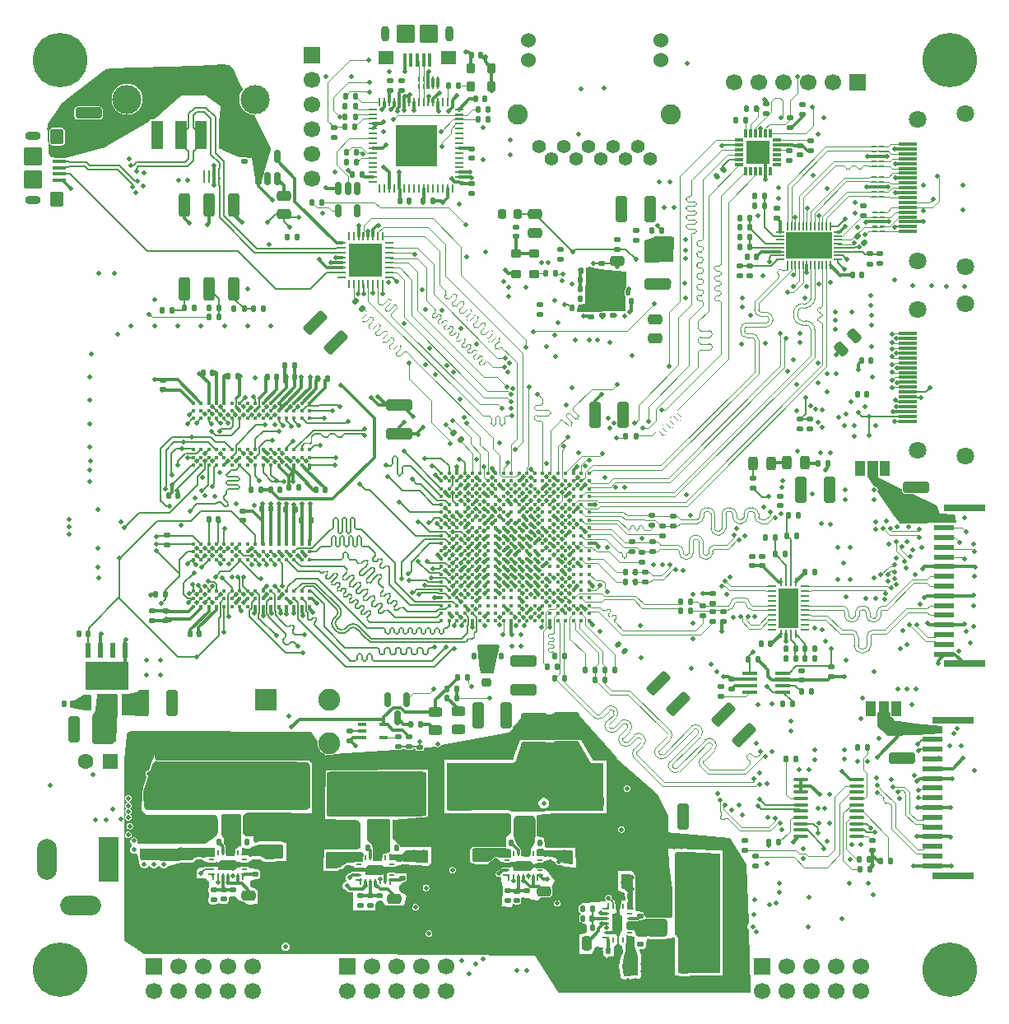
<source format=gbr>
%TF.GenerationSoftware,KiCad,Pcbnew,9.0.4*%
%TF.CreationDate,2025-11-23T15:58:38-06:00*%
%TF.ProjectId,zynq_test,7a796e71-5f74-4657-9374-2e6b69636164,rev?*%
%TF.SameCoordinates,Original*%
%TF.FileFunction,Copper,L1,Top*%
%TF.FilePolarity,Positive*%
%FSLAX46Y46*%
G04 Gerber Fmt 4.6, Leading zero omitted, Abs format (unit mm)*
G04 Created by KiCad (PCBNEW 9.0.4) date 2025-11-23 15:58:38*
%MOMM*%
%LPD*%
G01*
G04 APERTURE LIST*
G04 Aperture macros list*
%AMRoundRect*
0 Rectangle with rounded corners*
0 $1 Rounding radius*
0 $2 $3 $4 $5 $6 $7 $8 $9 X,Y pos of 4 corners*
0 Add a 4 corners polygon primitive as box body*
4,1,4,$2,$3,$4,$5,$6,$7,$8,$9,$2,$3,0*
0 Add four circle primitives for the rounded corners*
1,1,$1+$1,$2,$3*
1,1,$1+$1,$4,$5*
1,1,$1+$1,$6,$7*
1,1,$1+$1,$8,$9*
0 Add four rect primitives between the rounded corners*
20,1,$1+$1,$2,$3,$4,$5,0*
20,1,$1+$1,$4,$5,$6,$7,0*
20,1,$1+$1,$6,$7,$8,$9,0*
20,1,$1+$1,$8,$9,$2,$3,0*%
%AMFreePoly0*
4,1,5,0.125000,-0.350000,-0.125000,-0.350000,-0.125000,0.350000,0.125000,0.350000,0.125000,-0.350000,0.125000,-0.350000,$1*%
%AMFreePoly1*
4,1,15,0.224099,1.001301,0.428996,0.784700,0.475000,0.734901,0.475000,-0.734900,0.429001,-0.784697,0.224099,-1.001298,0.174097,-1.050000,-0.174099,-1.050000,-0.224099,-1.001301,-0.428999,-0.784700,-0.474998,-0.734900,-0.474998,1.000001,-0.424998,1.050001,0.174102,1.050001,0.224099,1.001301,0.224099,1.001301,$1*%
G04 Aperture macros list end*
%TA.AperFunction,SMDPad,CuDef*%
%ADD10RoundRect,0.250000X-0.475000X0.250000X-0.475000X-0.250000X0.475000X-0.250000X0.475000X0.250000X0*%
%TD*%
%TA.AperFunction,SMDPad,CuDef*%
%ADD11RoundRect,0.250000X0.325000X1.100000X-0.325000X1.100000X-0.325000X-1.100000X0.325000X-1.100000X0*%
%TD*%
%TA.AperFunction,SMDPad,CuDef*%
%ADD12RoundRect,0.135000X0.185000X-0.135000X0.185000X0.135000X-0.185000X0.135000X-0.185000X-0.135000X0*%
%TD*%
%TA.AperFunction,SMDPad,CuDef*%
%ADD13RoundRect,0.250000X-0.750000X-0.650000X0.750000X-0.650000X0.750000X0.650000X-0.750000X0.650000X0*%
%TD*%
%TA.AperFunction,SMDPad,CuDef*%
%ADD14RoundRect,0.125000X-0.125000X0.175000X-0.125000X-0.175000X0.125000X-0.175000X0.125000X0.175000X0*%
%TD*%
%TA.AperFunction,SMDPad,CuDef*%
%ADD15RoundRect,0.243750X-0.243750X-0.456250X0.243750X-0.456250X0.243750X0.456250X-0.243750X0.456250X0*%
%TD*%
%TA.AperFunction,SMDPad,CuDef*%
%ADD16RoundRect,0.140000X-0.140000X-0.170000X0.140000X-0.170000X0.140000X0.170000X-0.140000X0.170000X0*%
%TD*%
%TA.AperFunction,SMDPad,CuDef*%
%ADD17RoundRect,0.135000X-0.135000X-0.185000X0.135000X-0.185000X0.135000X0.185000X-0.135000X0.185000X0*%
%TD*%
%TA.AperFunction,SMDPad,CuDef*%
%ADD18RoundRect,0.135000X-0.185000X0.135000X-0.185000X-0.135000X0.185000X-0.135000X0.185000X0.135000X0*%
%TD*%
%TA.AperFunction,SMDPad,CuDef*%
%ADD19RoundRect,0.140000X0.140000X0.170000X-0.140000X0.170000X-0.140000X-0.170000X0.140000X-0.170000X0*%
%TD*%
%TA.AperFunction,SMDPad,CuDef*%
%ADD20RoundRect,0.243750X0.456250X-0.243750X0.456250X0.243750X-0.456250X0.243750X-0.456250X-0.243750X0*%
%TD*%
%TA.AperFunction,SMDPad,CuDef*%
%ADD21RoundRect,0.140000X-0.170000X0.140000X-0.170000X-0.140000X0.170000X-0.140000X0.170000X0.140000X0*%
%TD*%
%TA.AperFunction,SMDPad,CuDef*%
%ADD22RoundRect,0.135000X0.135000X0.185000X-0.135000X0.185000X-0.135000X-0.185000X0.135000X-0.185000X0*%
%TD*%
%TA.AperFunction,SMDPad,CuDef*%
%ADD23FreePoly0,270.000000*%
%TD*%
%TA.AperFunction,SMDPad,CuDef*%
%ADD24C,0.258747*%
%TD*%
%TA.AperFunction,SMDPad,CuDef*%
%ADD25FreePoly0,0.000000*%
%TD*%
%TA.AperFunction,SMDPad,CuDef*%
%ADD26R,0.599999X0.249999*%
%TD*%
%TA.AperFunction,SMDPad,CuDef*%
%ADD27FreePoly0,90.000000*%
%TD*%
%TA.AperFunction,SMDPad,CuDef*%
%ADD28R,0.249999X0.599999*%
%TD*%
%TA.AperFunction,SMDPad,CuDef*%
%ADD29FreePoly0,180.000000*%
%TD*%
%TA.AperFunction,ComponentPad*%
%ADD30C,0.499999*%
%TD*%
%TA.AperFunction,SMDPad,CuDef*%
%ADD31FreePoly1,0.000000*%
%TD*%
%TA.AperFunction,SMDPad,CuDef*%
%ADD32RoundRect,0.225000X-0.225000X-0.250000X0.225000X-0.250000X0.225000X0.250000X-0.225000X0.250000X0*%
%TD*%
%TA.AperFunction,SMDPad,CuDef*%
%ADD33RoundRect,0.135000X0.226274X0.035355X0.035355X0.226274X-0.226274X-0.035355X-0.035355X-0.226274X0*%
%TD*%
%TA.AperFunction,SMDPad,CuDef*%
%ADD34RoundRect,0.140000X0.170000X-0.140000X0.170000X0.140000X-0.170000X0.140000X-0.170000X-0.140000X0*%
%TD*%
%TA.AperFunction,SMDPad,CuDef*%
%ADD35RoundRect,0.250000X-0.325000X-1.100000X0.325000X-1.100000X0.325000X1.100000X-0.325000X1.100000X0*%
%TD*%
%TA.AperFunction,SMDPad,CuDef*%
%ADD36RoundRect,0.140000X-0.021213X0.219203X-0.219203X0.021213X0.021213X-0.219203X0.219203X-0.021213X0*%
%TD*%
%TA.AperFunction,SMDPad,CuDef*%
%ADD37C,0.400000*%
%TD*%
%TA.AperFunction,SMDPad,CuDef*%
%ADD38R,0.812800X0.254000*%
%TD*%
%TA.AperFunction,SMDPad,CuDef*%
%ADD39R,0.254000X0.812800*%
%TD*%
%TA.AperFunction,SMDPad,CuDef*%
%ADD40R,2.108200X4.089400*%
%TD*%
%TA.AperFunction,SMDPad,CuDef*%
%ADD41RoundRect,0.250000X0.250000X0.475000X-0.250000X0.475000X-0.250000X-0.475000X0.250000X-0.475000X0*%
%TD*%
%TA.AperFunction,SMDPad,CuDef*%
%ADD42RoundRect,0.250000X-1.100000X0.325000X-1.100000X-0.325000X1.100000X-0.325000X1.100000X0.325000X0*%
%TD*%
%TA.AperFunction,SMDPad,CuDef*%
%ADD43RoundRect,0.250000X-0.159099X0.512652X-0.512652X0.159099X0.159099X-0.512652X0.512652X-0.159099X0*%
%TD*%
%TA.AperFunction,SMDPad,CuDef*%
%ADD44RoundRect,0.150000X-0.150000X0.587500X-0.150000X-0.587500X0.150000X-0.587500X0.150000X0.587500X0*%
%TD*%
%TA.AperFunction,ComponentPad*%
%ADD45R,1.700000X1.700000*%
%TD*%
%TA.AperFunction,ComponentPad*%
%ADD46C,1.700000*%
%TD*%
%TA.AperFunction,SMDPad,CuDef*%
%ADD47R,1.250000X3.000000*%
%TD*%
%TA.AperFunction,HeatsinkPad*%
%ADD48C,3.000000*%
%TD*%
%TA.AperFunction,ComponentPad*%
%ADD49C,5.600000*%
%TD*%
%TA.AperFunction,SMDPad,CuDef*%
%ADD50RoundRect,0.135000X-0.365000X-0.315000X0.365000X-0.315000X0.365000X0.315000X-0.365000X0.315000X0*%
%TD*%
%TA.AperFunction,SMDPad,CuDef*%
%ADD51R,1.600000X0.300000*%
%TD*%
%TA.AperFunction,ComponentPad*%
%ADD52R,1.500000X1.500000*%
%TD*%
%TA.AperFunction,ComponentPad*%
%ADD53C,1.600000*%
%TD*%
%TA.AperFunction,SMDPad,CuDef*%
%ADD54RoundRect,0.250000X1.007627X0.548008X0.548008X1.007627X-1.007627X-0.548008X-0.548008X-1.007627X0*%
%TD*%
%TA.AperFunction,SMDPad,CuDef*%
%ADD55RoundRect,0.250000X1.100000X-0.325000X1.100000X0.325000X-1.100000X0.325000X-1.100000X-0.325000X0*%
%TD*%
%TA.AperFunction,SMDPad,CuDef*%
%ADD56R,0.625000X0.250000*%
%TD*%
%TA.AperFunction,SMDPad,CuDef*%
%ADD57R,0.700000X0.450000*%
%TD*%
%TA.AperFunction,SMDPad,CuDef*%
%ADD58R,0.575000X0.450000*%
%TD*%
%TA.AperFunction,SMDPad,CuDef*%
%ADD59RoundRect,0.062500X-0.062500X0.337500X-0.062500X-0.337500X0.062500X-0.337500X0.062500X0.337500X0*%
%TD*%
%TA.AperFunction,SMDPad,CuDef*%
%ADD60RoundRect,0.062500X-0.337500X0.062500X-0.337500X-0.062500X0.337500X-0.062500X0.337500X0.062500X0*%
%TD*%
%TA.AperFunction,HeatsinkPad*%
%ADD61R,4.350000X4.350000*%
%TD*%
%TA.AperFunction,SMDPad,CuDef*%
%ADD62RoundRect,0.140000X-0.219203X-0.021213X-0.021213X-0.219203X0.219203X0.021213X0.021213X0.219203X0*%
%TD*%
%TA.AperFunction,SMDPad,CuDef*%
%ADD63R,1.000000X1.500000*%
%TD*%
%TA.AperFunction,ComponentPad*%
%ADD64R,2.250000X2.250000*%
%TD*%
%TA.AperFunction,ComponentPad*%
%ADD65C,2.250000*%
%TD*%
%TA.AperFunction,SMDPad,CuDef*%
%ADD66FreePoly1,90.000000*%
%TD*%
%TA.AperFunction,SMDPad,CuDef*%
%ADD67R,2.000000X0.600000*%
%TD*%
%TA.AperFunction,SMDPad,CuDef*%
%ADD68R,4.200000X0.700000*%
%TD*%
%TA.AperFunction,SMDPad,CuDef*%
%ADD69C,0.430000*%
%TD*%
%TA.AperFunction,SMDPad,CuDef*%
%ADD70RoundRect,0.243750X0.243750X0.456250X-0.243750X0.456250X-0.243750X-0.456250X0.243750X-0.456250X0*%
%TD*%
%TA.AperFunction,SMDPad,CuDef*%
%ADD71RoundRect,0.075000X-0.362500X-0.075000X0.362500X-0.075000X0.362500X0.075000X-0.362500X0.075000X0*%
%TD*%
%TA.AperFunction,SMDPad,CuDef*%
%ADD72RoundRect,0.075000X-0.075000X-0.362500X0.075000X-0.362500X0.075000X0.362500X-0.075000X0.362500X0*%
%TD*%
%TA.AperFunction,HeatsinkPad*%
%ADD73R,2.450000X2.450000*%
%TD*%
%TA.AperFunction,SMDPad,CuDef*%
%ADD74RoundRect,0.250000X0.650000X-0.750000X0.650000X0.750000X-0.650000X0.750000X-0.650000X-0.750000X0*%
%TD*%
%TA.AperFunction,SMDPad,CuDef*%
%ADD75R,0.600000X1.550000*%
%TD*%
%TA.AperFunction,ComponentPad*%
%ADD76C,0.600000*%
%TD*%
%TA.AperFunction,SMDPad,CuDef*%
%ADD77R,3.100000X2.600000*%
%TD*%
%TA.AperFunction,SMDPad,CuDef*%
%ADD78R,4.500000X2.950000*%
%TD*%
%TA.AperFunction,SMDPad,CuDef*%
%ADD79RoundRect,0.150000X0.150000X-0.512500X0.150000X0.512500X-0.150000X0.512500X-0.150000X-0.512500X0*%
%TD*%
%TA.AperFunction,SMDPad,CuDef*%
%ADD80RoundRect,0.135000X-0.315000X0.365000X-0.315000X-0.365000X0.315000X-0.365000X0.315000X0.365000X0*%
%TD*%
%TA.AperFunction,SMDPad,CuDef*%
%ADD81RoundRect,0.050000X-0.362500X-0.050000X0.362500X-0.050000X0.362500X0.050000X-0.362500X0.050000X0*%
%TD*%
%TA.AperFunction,SMDPad,CuDef*%
%ADD82RoundRect,0.050000X-0.050000X-0.362500X0.050000X-0.362500X0.050000X0.362500X-0.050000X0.362500X0*%
%TD*%
%TA.AperFunction,HeatsinkPad*%
%ADD83R,4.700000X2.700000*%
%TD*%
%TA.AperFunction,SMDPad,CuDef*%
%ADD84R,0.250000X0.625000*%
%TD*%
%TA.AperFunction,SMDPad,CuDef*%
%ADD85R,0.450000X0.700000*%
%TD*%
%TA.AperFunction,SMDPad,CuDef*%
%ADD86R,0.450000X0.575000*%
%TD*%
%TA.AperFunction,SMDPad,CuDef*%
%ADD87RoundRect,0.062500X0.337500X0.062500X-0.337500X0.062500X-0.337500X-0.062500X0.337500X-0.062500X0*%
%TD*%
%TA.AperFunction,SMDPad,CuDef*%
%ADD88RoundRect,0.062500X0.062500X0.337500X-0.062500X0.337500X-0.062500X-0.337500X0.062500X-0.337500X0*%
%TD*%
%TA.AperFunction,HeatsinkPad*%
%ADD89R,3.500000X3.500000*%
%TD*%
%TA.AperFunction,ComponentPad*%
%ADD90C,1.397000*%
%TD*%
%TA.AperFunction,ComponentPad*%
%ADD91C,1.524000*%
%TD*%
%TA.AperFunction,ComponentPad*%
%ADD92C,2.082800*%
%TD*%
%TA.AperFunction,SMDPad,CuDef*%
%ADD93RoundRect,0.250000X-1.007627X-0.548008X-0.548008X-1.007627X1.007627X0.548008X0.548008X1.007627X0*%
%TD*%
%TA.AperFunction,SMDPad,CuDef*%
%ADD94RoundRect,0.250000X0.310000X-0.970000X0.310000X0.970000X-0.310000X0.970000X-0.310000X-0.970000X0*%
%TD*%
%TA.AperFunction,ComponentPad*%
%ADD95R,2.000000X4.600000*%
%TD*%
%TA.AperFunction,ComponentPad*%
%ADD96O,2.000000X4.200000*%
%TD*%
%TA.AperFunction,ComponentPad*%
%ADD97O,4.200000X2.000000*%
%TD*%
%TA.AperFunction,SMDPad,CuDef*%
%ADD98RoundRect,0.225000X0.250000X-0.225000X0.250000X0.225000X-0.250000X0.225000X-0.250000X-0.225000X0*%
%TD*%
%TA.AperFunction,SMDPad,CuDef*%
%ADD99RoundRect,0.100000X-0.575000X0.100000X-0.575000X-0.100000X0.575000X-0.100000X0.575000X0.100000X0*%
%TD*%
%TA.AperFunction,HeatsinkPad*%
%ADD100O,1.600000X0.900000*%
%TD*%
%TA.AperFunction,SMDPad,CuDef*%
%ADD101RoundRect,0.250000X-0.450000X0.550000X-0.450000X-0.550000X0.450000X-0.550000X0.450000X0.550000X0*%
%TD*%
%TA.AperFunction,SMDPad,CuDef*%
%ADD102RoundRect,0.250000X-0.700000X0.700000X-0.700000X-0.700000X0.700000X-0.700000X0.700000X0.700000X0*%
%TD*%
%TA.AperFunction,SMDPad,CuDef*%
%ADD103RoundRect,0.150000X-0.150000X0.512500X-0.150000X-0.512500X0.150000X-0.512500X0.150000X0.512500X0*%
%TD*%
%TA.AperFunction,SMDPad,CuDef*%
%ADD104RoundRect,0.100000X-0.350000X-0.100000X0.350000X-0.100000X0.350000X0.100000X-0.350000X0.100000X0*%
%TD*%
%TA.AperFunction,SMDPad,CuDef*%
%ADD105RoundRect,0.100000X0.100000X0.575000X-0.100000X0.575000X-0.100000X-0.575000X0.100000X-0.575000X0*%
%TD*%
%TA.AperFunction,HeatsinkPad*%
%ADD106O,0.900000X1.600000*%
%TD*%
%TA.AperFunction,SMDPad,CuDef*%
%ADD107RoundRect,0.250000X0.550000X0.450000X-0.550000X0.450000X-0.550000X-0.450000X0.550000X-0.450000X0*%
%TD*%
%TA.AperFunction,SMDPad,CuDef*%
%ADD108RoundRect,0.250000X0.700000X0.700000X-0.700000X0.700000X-0.700000X-0.700000X0.700000X-0.700000X0*%
%TD*%
%TA.AperFunction,SMDPad,CuDef*%
%ADD109R,1.900000X0.300000*%
%TD*%
%TA.AperFunction,ComponentPad*%
%ADD110C,1.800000*%
%TD*%
%TA.AperFunction,SMDPad,CuDef*%
%ADD111RoundRect,0.100000X-0.637500X-0.100000X0.637500X-0.100000X0.637500X0.100000X-0.637500X0.100000X0*%
%TD*%
%TA.AperFunction,ViaPad*%
%ADD112C,0.480000*%
%TD*%
%TA.AperFunction,Conductor*%
%ADD113C,0.118400*%
%TD*%
%TA.AperFunction,Conductor*%
%ADD114C,0.300000*%
%TD*%
%TA.AperFunction,Conductor*%
%ADD115C,0.200000*%
%TD*%
%TA.AperFunction,Conductor*%
%ADD116C,0.130000*%
%TD*%
%TA.AperFunction,Conductor*%
%ADD117C,0.110500*%
%TD*%
%TA.AperFunction,Conductor*%
%ADD118C,0.112300*%
%TD*%
%TA.AperFunction,Conductor*%
%ADD119C,0.100000*%
%TD*%
%TA.AperFunction,Conductor*%
%ADD120C,0.184400*%
%TD*%
%TA.AperFunction,Conductor*%
%ADD121C,0.113030*%
%TD*%
%TA.AperFunction,Conductor*%
%ADD122C,0.148800*%
%TD*%
%TA.AperFunction,Conductor*%
%ADD123C,0.150000*%
%TD*%
%TA.AperFunction,Conductor*%
%ADD124C,0.135900*%
%TD*%
G04 APERTURE END LIST*
D10*
%TO.P,C1402,1*%
%TO.N,+5V*%
X110270000Y-121090000D03*
%TO.P,C1402,2*%
%TO.N,GND*%
X110270000Y-122990000D03*
%TD*%
%TO.P,C1427,1*%
%TO.N,+1V0*%
X125980000Y-115330000D03*
%TO.P,C1427,2*%
%TO.N,GND*%
X125980000Y-117230000D03*
%TD*%
D11*
%TO.P,C603,1*%
%TO.N,+1V8*%
X146150000Y-116600000D03*
%TO.P,C603,2*%
%TO.N,GND*%
X143200000Y-116600000D03*
%TD*%
D12*
%TO.P,R813,1*%
%TO.N,+3V3*%
X158210000Y-76750000D03*
%TO.P,R813,2*%
%TO.N,/HDMI/RX_TXPRE*%
X158210000Y-75730000D03*
%TD*%
D13*
%TO.P,L1403,1,1*%
%TO.N,Net-(U1403-SW1)*%
X143550000Y-128050000D03*
%TO.P,L1403,2,2*%
%TO.N,+1V8*%
X148050000Y-128050000D03*
%TD*%
D12*
%TO.P,R1207,1*%
%TO.N,+1V8*%
X153650000Y-121710000D03*
%TO.P,R1207,2*%
%TO.N,/Cameras/CAM_CTR.SCL*%
X153650000Y-120690000D03*
%TD*%
D14*
%TO.P,Q1101,1,G*%
%TO.N,/ETHERNET/ETH_LDO*%
X143940000Y-56330000D03*
%TO.P,Q1101,2,S*%
%TO.N,+3V3*%
X142940000Y-56330000D03*
%TO.P,Q1101,3,D*%
%TO.N,/ETHERNET/ETH_1V1*%
X143440000Y-57630000D03*
%TD*%
D15*
%TO.P,D1302,1,K*%
%TO.N,Net-(D1302-K)*%
X153372500Y-80260000D03*
%TO.P,D1302,2,A*%
%TO.N,+3V3*%
X155247500Y-80260000D03*
%TD*%
D16*
%TO.P,C703,1*%
%TO.N,+3V3*%
X119440000Y-53300000D03*
%TO.P,C703,2*%
%TO.N,GND*%
X120400000Y-53300000D03*
%TD*%
D17*
%TO.P,R708,1*%
%TO.N,/Programmer/JTAG.Z.TDI*%
X111420000Y-43560000D03*
%TO.P,R708,2*%
%TO.N,/Programmer/JTAG.Z.TDI.F*%
X112440000Y-43560000D03*
%TD*%
D18*
%TO.P,R1208,1*%
%TO.N,+1V8*%
X152550000Y-119040000D03*
%TO.P,R1208,2*%
%TO.N,/Cameras/CAM_CTR.SDA*%
X152550000Y-120060000D03*
%TD*%
D12*
%TO.P,R833,1*%
%TO.N,+3V3*%
X165380000Y-59770000D03*
%TO.P,R833,2*%
%TO.N,/HDMI/TX_ACEN*%
X165380000Y-58750000D03*
%TD*%
D10*
%TO.P,C1446,1*%
%TO.N,+3V3*%
X103750000Y-115300000D03*
%TO.P,C1446,2*%
%TO.N,GND*%
X103750000Y-117200000D03*
%TD*%
D19*
%TO.P,C538,1*%
%TO.N,+1V35*%
X107870000Y-86170000D03*
%TO.P,C538,2*%
%TO.N,GND*%
X106910000Y-86170000D03*
%TD*%
D18*
%TO.P,R1409,1*%
%TO.N,/Power/1V0_FB*%
X130050000Y-124270000D03*
%TO.P,R1409,2*%
%TO.N,GND*%
X130050000Y-125290000D03*
%TD*%
D10*
%TO.P,C1007,1*%
%TO.N,+5V*%
X105080000Y-52750000D03*
%TO.P,C1007,2*%
%TO.N,GND*%
X105080000Y-54650000D03*
%TD*%
D18*
%TO.P,R1430,1*%
%TO.N,+3V3*%
X118010000Y-108400000D03*
%TO.P,R1430,2*%
%TO.N,/Power/PWR_ON_RST*%
X118010000Y-109420000D03*
%TD*%
D19*
%TO.P,C517,1*%
%TO.N,+1V35*%
X109580000Y-71560000D03*
%TO.P,C517,2*%
%TO.N,GND*%
X108620000Y-71560000D03*
%TD*%
D17*
%TO.P,R1202,1*%
%TO.N,+1V8*%
X166490000Y-121210000D03*
%TO.P,R1202,2*%
%TO.N,Net-(U1201-SD3)*%
X167510000Y-121210000D03*
%TD*%
D20*
%TO.P,D1401,1,K*%
%TO.N,Net-(D1401-K)*%
X120720000Y-107717500D03*
%TO.P,D1401,2,A*%
%TO.N,+3V3*%
X120720000Y-105842500D03*
%TD*%
D19*
%TO.P,C532,1*%
%TO.N,+1V35*%
X96420000Y-97810000D03*
%TO.P,C532,2*%
%TO.N,GND*%
X95460000Y-97810000D03*
%TD*%
D17*
%TO.P,R1721,1*%
%TO.N,+1V8*%
X156770000Y-100400000D03*
%TO.P,R1721,2*%
%TO.N,/Cameras/TX2.CTR.SCL*%
X157790000Y-100400000D03*
%TD*%
D21*
%TO.P,C527,1*%
%TO.N,+1V35*%
X92660000Y-71750000D03*
%TO.P,C527,2*%
%TO.N,GND*%
X92660000Y-72710000D03*
%TD*%
D12*
%TO.P,R1730,1*%
%TO.N,/Cameras/TX2/CAM_PWR*%
X161440000Y-102210000D03*
%TO.P,R1730,2*%
%TO.N,/Cameras/TX2/TX.SCL*%
X161440000Y-101190000D03*
%TD*%
D22*
%TO.P,R1203,1*%
%TO.N,+1V8*%
X165340000Y-121060000D03*
%TO.P,R1203,2*%
%TO.N,Net-(U1201-~{INT3})*%
X164320000Y-121060000D03*
%TD*%
D19*
%TO.P,C519,1*%
%TO.N,+1V35*%
X100340000Y-71320000D03*
%TO.P,C519,2*%
%TO.N,GND*%
X99380000Y-71320000D03*
%TD*%
D23*
%TO.P,U1403,1,NC*%
%TO.N,unconnected-(U1403-NC-Pad1)_1*%
X138230000Y-126090001D03*
D24*
%TO.N,unconnected-(U1403-NC-Pad1)_2*%
X138350000Y-125990001D03*
D25*
%TO.N,unconnected-(U1403-NC-Pad1)*%
X138460000Y-125865003D03*
D26*
%TO.P,U1403,2,PG*%
%TO.N,/Power/PG_1.8V*%
X138310000Y-126590000D03*
%TO.P,U1403,3,FB*%
%TO.N,/Power/1V8_FB*%
X138310000Y-127090002D03*
%TO.P,U1403,4,V_{CC}*%
%TO.N,/Power/Vcc1V8*%
X138310000Y-127590001D03*
%TO.P,U1403,5,MODE/SYNC*%
%TO.N,/Power/2.2MHz_Sync*%
X138310000Y-128090000D03*
%TO.P,U1403,6,RT*%
%TO.N,GND*%
X138310000Y-128590002D03*
D27*
%TO.P,U1403,7,EN/UVLO*%
%TO.N,/Power/PG_1.0V*%
X138240000Y-129090001D03*
D24*
X138360000Y-129190001D03*
D25*
X138460000Y-129310001D03*
D28*
%TO.P,U1403,8,NC*%
%TO.N,unconnected-(U1403-NC-Pad8)*%
X138960001Y-129290000D03*
%TO.P,U1403,9,P_{GND}*%
%TO.N,GND*%
X139460000Y-129290000D03*
%TO.P,U1403,10,NC*%
%TO.N,unconnected-(U1403-NC-Pad10)*%
X140009999Y-129290000D03*
D29*
%TO.P,U1403,11,V_{in1}*%
%TO.N,+5V*%
X140560000Y-129320001D03*
D24*
X140578748Y-129158751D03*
X140680000Y-129194999D03*
D27*
X140790000Y-129090001D03*
D26*
%TO.P,U1403,12,NC*%
%TO.N,unconnected-(U1403-NC-Pad12)*%
X140710000Y-128590002D03*
%TO.P,U1403,13,SW1*%
%TO.N,Net-(U1403-SW1)*%
X140710000Y-128090000D03*
%TO.P,U1403,14,SW2*%
X140710000Y-127590001D03*
%TO.P,U1403,15,BST*%
%TO.N,Net-(U1403-BST)*%
X140710000Y-127090002D03*
%TO.P,U1403,16,NC*%
%TO.N,unconnected-(U1403-NC-Pad16)*%
X140710000Y-126590000D03*
D29*
%TO.P,U1403,17,V_{in2}*%
%TO.N,+5V*%
X140560000Y-125860001D03*
D24*
X140660000Y-125980001D03*
D23*
X140789373Y-126090001D03*
D28*
%TO.P,U1403,18,NC*%
%TO.N,unconnected-(U1403-NC-Pad18)*%
X140009999Y-125890002D03*
%TO.P,U1403,19,P_{GND}*%
%TO.N,GND*%
X139460000Y-125890002D03*
%TO.P,U1403,20,Bias*%
%TO.N,+1V8*%
X138960001Y-125890002D03*
D30*
%TO.P,U1403,21,DAP*%
%TO.N,GND*%
X139210001Y-126800000D03*
X139210001Y-127350001D03*
X139210001Y-127900000D03*
D31*
X139434999Y-127590009D03*
D30*
X139660000Y-127075001D03*
X139660000Y-127625002D03*
X139660000Y-128175001D03*
%TD*%
D32*
%TO.P,L1101,1,1*%
%TO.N,+3V3*%
X127585000Y-54630000D03*
%TO.P,L1101,2,2*%
%TO.N,/ETHERNET/ETH_A_3V3*%
X129135000Y-54630000D03*
%TD*%
D21*
%TO.P,C536,1*%
%TO.N,+1V35*%
X93090000Y-87690000D03*
%TO.P,C536,2*%
%TO.N,GND*%
X93090000Y-88650000D03*
%TD*%
D33*
%TO.P,R206,1*%
%TO.N,/Zynq Mio/QSPI0.SCLK.Z*%
X123290624Y-77870624D03*
%TO.P,R206,2*%
%TO.N,/Boot/QSPI0.SCLK*%
X122569376Y-77149376D03*
%TD*%
D18*
%TO.P,R805,1*%
%TO.N,+5V*%
X164680000Y-53790000D03*
%TO.P,R805,2*%
%TO.N,Net-(J802-SCL)*%
X164680000Y-54810000D03*
%TD*%
D16*
%TO.P,C1116,1*%
%TO.N,/ETHERNET/ETH_1V1*%
X135630000Y-62370000D03*
%TO.P,C1116,2*%
%TO.N,GND*%
X136590000Y-62370000D03*
%TD*%
D19*
%TO.P,C502,1*%
%TO.N,+1V35*%
X106270000Y-85050000D03*
%TO.P,C502,2*%
%TO.N,GND*%
X105310000Y-85050000D03*
%TD*%
D16*
%TO.P,C525,1*%
%TO.N,+1V35*%
X108380000Y-83010000D03*
%TO.P,C525,2*%
%TO.N,GND*%
X109340000Y-83010000D03*
%TD*%
D10*
%TO.P,C1441,1*%
%TO.N,/Power/Vcc1V*%
X101510000Y-124710000D03*
%TO.P,C1441,2*%
%TO.N,GND*%
X101510000Y-126610000D03*
%TD*%
D34*
%TO.P,C1102,1*%
%TO.N,+1V8*%
X138950000Y-65090000D03*
%TO.P,C1102,2*%
%TO.N,GND*%
X138950000Y-64130000D03*
%TD*%
D35*
%TO.P,C542,1*%
%TO.N,+V_{TT} 0V675*%
X90655000Y-104900000D03*
%TO.P,C542,2*%
%TO.N,GND*%
X93605000Y-104900000D03*
%TD*%
D22*
%TO.P,R712,1*%
%TO.N,/Programmer/UART0.TX*%
X112590000Y-48260000D03*
%TO.P,R712,2*%
%TO.N,/Programmer/UART0.TX.F*%
X111570000Y-48260000D03*
%TD*%
D17*
%TO.P,R718,1*%
%TO.N,Net-(U702-EECLK)*%
X125080000Y-44900000D03*
%TO.P,R718,2*%
%TO.N,+3V3*%
X126100000Y-44900000D03*
%TD*%
D33*
%TO.P,R804,1*%
%TO.N,+5V*%
X164840624Y-57650624D03*
%TO.P,R804,2*%
%TO.N,Net-(J802-SDA)*%
X164119376Y-56929376D03*
%TD*%
D36*
%TO.P,C901,1*%
%TO.N,+1V8*%
X150339411Y-50110589D03*
%TO.P,C901,2*%
%TO.N,GND*%
X149660589Y-50789411D03*
%TD*%
D17*
%TO.P,R203,1*%
%TO.N,/Boot/QSPI0.IO-3*%
X97440000Y-65250000D03*
%TO.P,R203,2*%
%TO.N,Net-(R203-Pad2)*%
X98460000Y-65250000D03*
%TD*%
D34*
%TO.P,C1707,1*%
%TO.N,/Cameras/TX2/CAM_PWR*%
X158370000Y-102580000D03*
%TO.P,C1707,2*%
%TO.N,GND*%
X158370000Y-101620000D03*
%TD*%
D22*
%TO.P,R1608,1*%
%TO.N,/Cameras/CAM_RX.1.CAM_D1_N*%
X133984750Y-102384750D03*
%TO.P,R1608,2*%
%TO.N,/Cameras/CAM_RX.1.CAM_D1_P*%
X132964750Y-102384750D03*
%TD*%
%TO.P,R904,1*%
%TO.N,/Boot/SD0.DATA2_SD*%
X153750000Y-43800000D03*
%TO.P,R904,2*%
%TO.N,+3V3*%
X152730000Y-43800000D03*
%TD*%
%TO.P,R818,1*%
%TO.N,/HDMI/TX_LINEAR*%
X153010000Y-58020000D03*
%TO.P,R818,2*%
%TO.N,GND*%
X151990000Y-58020000D03*
%TD*%
D19*
%TO.P,C1411,1*%
%TO.N,+5V*%
X140710000Y-124870000D03*
%TO.P,C1411,2*%
%TO.N,GND*%
X139750000Y-124870000D03*
%TD*%
D37*
%TO.P,U202,A1,PS_DDR_DM0_502*%
%TO.N,/Zynq Dram/DDR_L0.DM*%
X121300000Y-81310000D03*
%TO.P,U202,A2,PS_DDR_DQ2_502*%
%TO.N,/Zynq Dram/DDR_L0.2*%
X122100000Y-81310000D03*
%TO.P,U202,A3,VCCO_DDR_502*%
%TO.N,+1V35*%
X122900000Y-81310000D03*
%TO.P,U202,A4,PS_DDR_DQ3_502*%
%TO.N,/Zynq Dram/DDR_L0.3*%
X123700000Y-81310000D03*
%TO.P,U202,A5,PS_MIO6_500*%
%TO.N,/Zynq Mio/QSPI0.SCLK.Z*%
X124500000Y-81310000D03*
%TO.P,U202,A6,PS_MIO5_500*%
%TO.N,/Boot/QSPI0.IO-3*%
X125300000Y-81310000D03*
%TO.P,U202,A7,PS_MIO1_500*%
%TO.N,/Boot/QSPI0.SS-B*%
X126100000Y-81310000D03*
%TO.P,U202,A8,GND*%
%TO.N,GND*%
X126900000Y-81310000D03*
%TO.P,U202,A9,PS_MIO43_501*%
%TO.N,/Boot/SD0.DATA-1*%
X127700000Y-81310000D03*
%TO.P,U202,A10,PS_MIO37_501*%
%TO.N,/USB_OTG/USB0.DATA-5*%
X128500000Y-81310000D03*
%TO.P,U202,A11,PS_MIO36_501*%
%TO.N,/USB_OTG/USB0.CLK*%
X129300000Y-81310000D03*
%TO.P,U202,A12,PS_MIO34_501*%
%TO.N,/USB_OTG/USB0.DATA-2*%
X130100000Y-81310000D03*
%TO.P,U202,A13,VCCO_MIO1_501*%
%TO.N,+1V8*%
X130900000Y-81310000D03*
%TO.P,U202,A14,PS_MIO32_501*%
%TO.N,/USB_OTG/USB0.DATA-0*%
X131700000Y-81310000D03*
%TO.P,U202,A15,PS_MIO26_501*%
%TO.N,/ETHERNET/ETH0.RXD-3*%
X132500000Y-81310000D03*
%TO.P,U202,A16,PS_MIO24_501*%
%TO.N,/ETHERNET/ETH0.RXD-1*%
X133300000Y-81310000D03*
%TO.P,U202,A17,PS_MIO20_501*%
%TO.N,/Zynq Mio/ETH0.TXD-3.Z*%
X134100000Y-81310000D03*
%TO.P,U202,A18,GND*%
%TO.N,GND*%
X134900000Y-81310000D03*
%TO.P,U202,A19,PS_MIO16_501*%
%TO.N,/Zynq Mio/ETH0.TX-CLK.Z*%
X135700000Y-81310000D03*
%TO.P,U202,A20,IO_L2N_T0_AD8N_35*%
%TO.N,/HDMI/HDMI.TX.D2_N*%
X136500000Y-81310000D03*
%TO.P,U202,B1,GND*%
%TO.N,GND*%
X121300000Y-82110000D03*
%TO.P,U202,B2,PS_DDR_DQS_N0_502*%
%TO.N,/Zynq Dram/DDR_L0.DQS_N*%
X122100000Y-82110000D03*
%TO.P,U202,B3,PS_DDR_DQ1_502*%
%TO.N,/Zynq Dram/DDR_L0.1*%
X122900000Y-82110000D03*
%TO.P,U202,B4,PS_DDR_DRST_B_502*%
%TO.N,/Zynq Dram/DDR_CTR.RST*%
X123700000Y-82110000D03*
%TO.P,U202,B5,PS_MIO9_500*%
%TO.N,/GPIO/MIO0.9*%
X124500000Y-82110000D03*
%TO.P,U202,B6,VCCO_MIO0_500*%
%TO.N,+3V3*%
X125300000Y-82110000D03*
%TO.P,U202,B7,PS_MIO4_500*%
%TO.N,/Boot/QSPI0.IO-2*%
X126100000Y-82110000D03*
%TO.P,U202,B8,PS_MIO2_500*%
%TO.N,/Boot/QSPI0.IO-0*%
X126900000Y-82110000D03*
%TO.P,U202,B9,PS_MIO51_501*%
%TO.N,/GPIO/MIO1.51*%
X127700000Y-82110000D03*
%TO.P,U202,B10,PS_SRST_B_501*%
%TO.N,/Zynq PWR+JTAG/PS_RST*%
X128500000Y-82110000D03*
%TO.P,U202,B11,GND*%
%TO.N,GND*%
X129300000Y-82110000D03*
%TO.P,U202,B12,PS_MIO48_501*%
%TO.N,/GPIO/MIO1.48*%
X130100000Y-82110000D03*
%TO.P,U202,B13,PS_MIO50_501*%
%TO.N,/GPIO/MIO1.50*%
X130900000Y-82110000D03*
%TO.P,U202,B14,PS_MIO47_501*%
%TO.N,/GPIO/MIO1.47*%
X131700000Y-82110000D03*
%TO.P,U202,B15,PS_MIO45_501*%
%TO.N,/Boot/SD0.DATA-3*%
X132500000Y-82110000D03*
%TO.P,U202,B16,VCCO_MIO1_501*%
%TO.N,+1V8*%
X133300000Y-82110000D03*
%TO.P,U202,B17,PS_MIO22_501*%
%TO.N,/ETHERNET/ETH0.RX-CLK*%
X134100000Y-82110000D03*
%TO.P,U202,B18,PS_MIO18_501*%
%TO.N,/Zynq Mio/ETH0.TXD-1.Z*%
X134900000Y-82110000D03*
%TO.P,U202,B19,IO_L2P_T0_AD8P_35*%
%TO.N,/HDMI/HDMI.TX.D2_P*%
X135700000Y-82110000D03*
%TO.P,U202,B20,IO_L1N_T0_AD0N_35*%
%TO.N,/HDMI/HDMI.TX.D1_N*%
X136500000Y-82110000D03*
%TO.P,U202,C1,PS_DDR_DQ6_502*%
%TO.N,/Zynq Dram/DDR_L0.6*%
X121300000Y-82910000D03*
%TO.P,U202,C2,PS_DDR_DQS_P0_502*%
%TO.N,/Zynq Dram/DDR_L0.DQS_P*%
X122100000Y-82910000D03*
%TO.P,U202,C3,PS_DDR_DQ0_502*%
%TO.N,/Zynq Dram/DDR_L0.0*%
X122900000Y-82910000D03*
%TO.P,U202,C4,GND*%
%TO.N,GND*%
X123700000Y-82910000D03*
%TO.P,U202,C5,PS_MIO14_500*%
%TO.N,/Programmer/UART0.RX*%
X124500000Y-82910000D03*
%TO.P,U202,C6,PS_MIO11_500*%
%TO.N,/GPIO/MIO0.11*%
X125300000Y-82910000D03*
%TO.P,U202,C7,PS_POR_B_500*%
%TO.N,/Power/PWR_ON_RST*%
X126100000Y-82910000D03*
%TO.P,U202,C8,PS_MIO15_500*%
%TO.N,/Programmer/UART0.TX*%
X126900000Y-82910000D03*
%TO.P,U202,C9,GND*%
%TO.N,GND*%
X127700000Y-82910000D03*
%TO.P,U202,C10,PS_MIO52_501*%
%TO.N,/ETHERNET/ETH0.MDC*%
X128500000Y-82910000D03*
%TO.P,U202,C11,PS_MIO53_501*%
%TO.N,/ETHERNET/ETH0.MDIO*%
X129300000Y-82910000D03*
%TO.P,U202,C12,PS_MIO49_501*%
%TO.N,/GPIO/MIO1.49*%
X130100000Y-82910000D03*
%TO.P,U202,C13,PS_MIO29_501*%
%TO.N,/USB_OTG/USB0.DIR*%
X130900000Y-82910000D03*
%TO.P,U202,C14,GND*%
%TO.N,GND*%
X131700000Y-82910000D03*
%TO.P,U202,C15,PS_MIO30_501*%
%TO.N,/USB_OTG/USB0.STP*%
X132500000Y-82910000D03*
%TO.P,U202,C16,PS_MIO28_501*%
%TO.N,/USB_OTG/USB0.DATA-4*%
X133300000Y-82910000D03*
%TO.P,U202,C17,PS_MIO41_501*%
%TO.N,/Boot/SD0.CMD*%
X134100000Y-82910000D03*
%TO.P,U202,C18,PS_MIO39_501*%
%TO.N,/USB_OTG/USB0.DATA-7*%
X134900000Y-82910000D03*
%TO.P,U202,C19,VCCO_35*%
%TO.N,+3V3*%
X135700000Y-82910000D03*
%TO.P,U202,C20,IO_L1P_T0_AD0P_35*%
%TO.N,/HDMI/HDMI.TX.D1_P*%
X136500000Y-82910000D03*
%TO.P,U202,D1,PS_DDR_DQ5_502*%
%TO.N,/Zynq Dram/DDR_L0.5*%
X121300000Y-83710000D03*
%TO.P,U202,D2,VCCO_DDR_502*%
%TO.N,+1V35*%
X122100000Y-83710000D03*
%TO.P,U202,D3,PS_DDR_DQ4_502*%
%TO.N,/Zynq Dram/DDR_L0.4*%
X122900000Y-83710000D03*
%TO.P,U202,D4,PS_DDR_A13_502*%
%TO.N,/Zynq Dram/DDR_ADDR13*%
X123700000Y-83710000D03*
%TO.P,U202,D5,PS_MIO8_500*%
%TO.N,/GPIO/MIO0.8*%
X124500000Y-83710000D03*
%TO.P,U202,D6,PS_MIO3_500*%
%TO.N,/Boot/QSPI0.IO-1*%
X125300000Y-83710000D03*
%TO.P,U202,D7,VCCO_MIO0_500*%
%TO.N,+3V3*%
X126100000Y-83710000D03*
%TO.P,U202,D8,PS_MIO7_500*%
%TO.N,/GPIO/MIO0.7*%
X126900000Y-83710000D03*
%TO.P,U202,D9,PS_MIO12_500*%
%TO.N,/GPIO/MIO0.12*%
X127700000Y-83710000D03*
%TO.P,U202,D10,PS_MIO19_501*%
%TO.N,/Zynq Mio/ETH0.TXD-2.Z*%
X128500000Y-83710000D03*
%TO.P,U202,D11,PS_MIO23_501*%
%TO.N,/ETHERNET/ETH0.RXD-0*%
X129300000Y-83710000D03*
%TO.P,U202,D12,VCCO_MIO1_501*%
%TO.N,+1V8*%
X130100000Y-83710000D03*
%TO.P,U202,D13,PS_MIO27_501*%
%TO.N,/ETHERNET/ETH0.RX-CTL*%
X130900000Y-83710000D03*
%TO.P,U202,D14,PS_MIO40_501*%
%TO.N,/Zynq Mio/SD0.CLK.Z*%
X131700000Y-83710000D03*
%TO.P,U202,D15,PS_MIO33_501*%
%TO.N,/USB_OTG/USB0.DATA-1*%
X132500000Y-83710000D03*
%TO.P,U202,D16,PS_MIO46_501*%
%TO.N,/GPIO/MIO1.46*%
X133300000Y-83710000D03*
%TO.P,U202,D17,GND*%
%TO.N,GND*%
X134100000Y-83710000D03*
%TO.P,U202,D18,IO_L3N_T0_DQS_AD1N_35*%
%TO.N,/HDMI/HDMI.RX.D2_N*%
X134900000Y-83710000D03*
%TO.P,U202,D19,IO_L4P_T0_35*%
%TO.N,/HDMI/HDMI.TX.D0_P*%
X135700000Y-83710000D03*
%TO.P,U202,D20,IO_L4N_T0_35*%
%TO.N,/HDMI/HDMI.TX.D0_N*%
X136500000Y-83710000D03*
%TO.P,U202,E1,PS_DDR_DQ7_502*%
%TO.N,/Zynq Dram/DDR_L0.7*%
X121300000Y-84510000D03*
%TO.P,U202,E2,PS_DDR_DQ8_502*%
%TO.N,/Zynq Dram/DDR_L1.8*%
X122100000Y-84510000D03*
%TO.P,U202,E3,PS_DDR_DQ9_502*%
%TO.N,/Zynq Dram/DDR_L1.9*%
X122900000Y-84510000D03*
%TO.P,U202,E4,PS_DDR_A12_502*%
%TO.N,/Zynq Dram/DDR_ADDR12*%
X123700000Y-84510000D03*
%TO.P,U202,E5,VCCO_DDR_502*%
%TO.N,+1V35*%
X124500000Y-84510000D03*
%TO.P,U202,E6,PS_MIO0_500*%
%TO.N,/GPIO/MIO0.0*%
X125300000Y-84510000D03*
%TO.P,U202,E7,PS_CLK_500*%
%TO.N,/Zynq Mio/PS-CLK-33.33M*%
X126100000Y-84510000D03*
%TO.P,U202,E8,PS_MIO13_500*%
%TO.N,/GPIO/MIO0.13*%
X126900000Y-84510000D03*
%TO.P,U202,E9,PS_MIO10_500*%
%TO.N,/GPIO/MIO0.10*%
X127700000Y-84510000D03*
%TO.P,U202,E10,GND*%
%TO.N,GND*%
X128500000Y-84510000D03*
%TO.P,U202,E11,PS_MIO_VREF_501*%
%TO.N,/Zynq Mio/0.9_Vref*%
X129300000Y-84510000D03*
%TO.P,U202,E12,PS_MIO42_501*%
%TO.N,/Boot/SD0.DATA-0*%
X130100000Y-84510000D03*
%TO.P,U202,E13,PS_MIO38_501*%
%TO.N,/USB_OTG/USB0.DATA-6*%
X130900000Y-84510000D03*
%TO.P,U202,E14,PS_MIO17_501*%
%TO.N,/Zynq Mio/ETH0.TXD-0.Z*%
X131700000Y-84510000D03*
%TO.P,U202,E15,VCCO_MIO1_501*%
%TO.N,+1V8*%
X132500000Y-84510000D03*
%TO.P,U202,E16,PS_MIO31_501*%
%TO.N,/USB_OTG/USB0.NXT*%
X133300000Y-84510000D03*
%TO.P,U202,E17,IO_L3P_T0_DQS_AD1P_35*%
%TO.N,/HDMI/HDMI.RX.D2_P*%
X134100000Y-84510000D03*
%TO.P,U202,E18,IO_L5P_T0_AD9P_35*%
%TO.N,/HDMI/HDMI.TX.CLK_P*%
X134900000Y-84510000D03*
%TO.P,U202,E19,IO_L5N_T0_AD9N_35*%
%TO.N,/HDMI/HDMI.TX.CLK_N*%
X135700000Y-84510000D03*
%TO.P,U202,E20,GND*%
%TO.N,GND*%
X136500000Y-84510000D03*
%TO.P,U202,F1,PS_DDR_DM1_502*%
%TO.N,/Zynq Dram/DDR_L1.DM*%
X121300000Y-85310000D03*
%TO.P,U202,F2,PS_DDR_DQS_N1_502*%
%TO.N,/Zynq Dram/DDR_L1.DQS_N*%
X122100000Y-85310000D03*
%TO.P,U202,F3,GND*%
%TO.N,GND*%
X122900000Y-85310000D03*
%TO.P,U202,F4,PS_DDR_A14_502*%
%TO.N,/Zynq Dram/DDR_ADDR14*%
X123700000Y-85310000D03*
%TO.P,U202,F5,PS_DDR_A10_502*%
%TO.N,/Zynq Dram/DDR_ADDR10*%
X124500000Y-85310000D03*
%TO.P,U202,F6,TDO_0*%
%TO.N,/Programmer/JTAG.Z.TDO*%
X125300000Y-85310000D03*
%TO.P,U202,F7,GND*%
%TO.N,GND*%
X126100000Y-85310000D03*
%TO.P,U202,F8,VCCPAUX*%
%TO.N,+1V8*%
X126900000Y-85310000D03*
%TO.P,U202,F9,TCK_0*%
%TO.N,/Programmer/JTAG.Z.CLK*%
X127700000Y-85310000D03*
%TO.P,U202,F10,RSVDGND*%
%TO.N,GND*%
X128500000Y-85310000D03*
%TO.P,U202,F11,VCCBATT_0*%
X129300000Y-85310000D03*
%TO.P,U202,F12,PS_MIO35_501*%
%TO.N,/USB_OTG/USB0.DATA-3*%
X130100000Y-85310000D03*
%TO.P,U202,F13,PS_MIO44_501*%
%TO.N,/Boot/SD0.DATA-2*%
X130900000Y-85310000D03*
%TO.P,U202,F14,PS_MIO21_501*%
%TO.N,/Zynq Mio/ETH0.TX-CTL.Z*%
X131700000Y-85310000D03*
%TO.P,U202,F15,PS_MIO25_501*%
%TO.N,/ETHERNET/ETH0.RXD-2*%
X132500000Y-85310000D03*
%TO.P,U202,F16,IO_L6P_T0_35*%
%TO.N,/HDMI/HDMI.RX.D1_P*%
X133300000Y-85310000D03*
%TO.P,U202,F17,IO_L6N_T0_VREF_35*%
%TO.N,/HDMI/HDMI.RX.D1_N*%
X134100000Y-85310000D03*
%TO.P,U202,F18,VCCO_35*%
%TO.N,+3V3*%
X134900000Y-85310000D03*
%TO.P,U202,F19,IO_L15P_T2_DQS_AD12P_35*%
%TO.N,/Cameras/CAM_RX.0.CAM_D0_P*%
X135700000Y-85310000D03*
%TO.P,U202,F20,IO_L15N_T2_DQS_AD12N_35*%
%TO.N,/Cameras/CAM_RX.0.CAM_D0_N*%
X136500000Y-85310000D03*
%TO.P,U202,G1,VCCO_DDR_502*%
%TO.N,+1V35*%
X121300000Y-86110000D03*
%TO.P,U202,G2,PS_DDR_DQS_P1_502*%
%TO.N,/Zynq Dram/DDR_L1.DQS_P*%
X122100000Y-86110000D03*
%TO.P,U202,G3,PS_DDR_DQ10_502*%
%TO.N,/Zynq Dram/DDR_L1.10*%
X122900000Y-86110000D03*
%TO.P,U202,G4,PS_DDR_A11_502*%
%TO.N,/Zynq Dram/DDR_ADDR11*%
X123700000Y-86110000D03*
%TO.P,U202,G5,PS_DDR_VRN_502*%
%TO.N,Net-(U202G-PS_DDR_VRN_502)*%
X124500000Y-86110000D03*
%TO.P,U202,G6,TDI_0*%
%TO.N,/Programmer/JTAG.Z.TDI*%
X125300000Y-86110000D03*
%TO.P,U202,G7,VCCPINT*%
%TO.N,+1V0*%
X126100000Y-86110000D03*
%TO.P,U202,G8,VCCPLL*%
%TO.N,/Zynq PWR+JTAG/VCC+PLL*%
X126900000Y-86110000D03*
%TO.P,U202,G9,VCCPAUX*%
%TO.N,+1V8*%
X127700000Y-86110000D03*
%TO.P,U202,G10,GND*%
%TO.N,GND*%
X128500000Y-86110000D03*
%TO.P,U202,G11,VCCBRAM*%
%TO.N,+1V0*%
X129300000Y-86110000D03*
%TO.P,U202,G12,GND*%
%TO.N,GND*%
X130100000Y-86110000D03*
%TO.P,U202,G13,VCCINT*%
%TO.N,+1V0*%
X130900000Y-86110000D03*
%TO.P,U202,G14,IO_0_35*%
%TO.N,/HDMI/HDMI.TX.SCL*%
X131700000Y-86110000D03*
%TO.P,U202,G15,IO_L19N_T3_VREF_35*%
%TO.N,/HDMI/HDMI.RX.SDA*%
X132500000Y-86110000D03*
%TO.P,U202,G16,GND*%
%TO.N,GND*%
X133300000Y-86110000D03*
%TO.P,U202,G17,IO_L16P_T2_35*%
%TO.N,/HDMI/HDMI.RX.D0_P*%
X134100000Y-86110000D03*
%TO.P,U202,G18,IO_L16N_T2_35*%
%TO.N,/HDMI/HDMI.RX.D0_N*%
X134900000Y-86110000D03*
%TO.P,U202,G19,IO_L18P_T2_AD13P_35*%
%TO.N,/Cameras/CAM_RX.0.LN_0_P*%
X135700000Y-86110000D03*
%TO.P,U202,G20,IO_L18N_T2_AD13N_35*%
%TO.N,/Cameras/CAM_RX.0.LN_0_N*%
X136500000Y-86110000D03*
%TO.P,U202,H1,PS_DDR_DQ14_502*%
%TO.N,/Zynq Dram/DDR_L1.14*%
X121300000Y-86910000D03*
%TO.P,U202,H2,PS_DDR_DQ13_502*%
%TO.N,/Zynq Dram/DDR_L1.13*%
X122100000Y-86910000D03*
%TO.P,U202,H3,PS_DDR_DQ11_502*%
%TO.N,/Zynq Dram/DDR_L1.11*%
X122900000Y-86910000D03*
%TO.P,U202,H4,VCCO_DDR_502*%
%TO.N,+1V35*%
X123700000Y-86910000D03*
%TO.P,U202,H5,PS_DDR_VRP_502*%
%TO.N,Net-(U202G-PS_DDR_VRP_502)*%
X124500000Y-86910000D03*
%TO.P,U202,H6,PS_DDR_VREF0_502*%
%TO.N,V_{TT 0.675} REF*%
X125300000Y-86910000D03*
%TO.P,U202,H7,GND*%
%TO.N,GND*%
X126100000Y-86910000D03*
%TO.P,U202,H8,VCCPAUX*%
%TO.N,+1V8*%
X126900000Y-86910000D03*
%TO.P,U202,H9,GND*%
%TO.N,GND*%
X127700000Y-86910000D03*
%TO.P,U202,H10,VCCBRAM*%
%TO.N,+1V0*%
X128500000Y-86910000D03*
%TO.P,U202,H11,GND*%
%TO.N,GND*%
X129300000Y-86910000D03*
%TO.P,U202,H12,VCCINT*%
%TO.N,+1V0*%
X130100000Y-86910000D03*
%TO.P,U202,H13,GND*%
%TO.N,GND*%
X130900000Y-86910000D03*
%TO.P,U202,H14,VCCO_35*%
%TO.N,+3V3*%
X131700000Y-86910000D03*
%TO.P,U202,H15,IO_L19P_T3_35*%
%TO.N,/HDMI/HDMI.RX.SCL*%
X132500000Y-86910000D03*
%TO.P,U202,H16,IO_L13P_T2_MRCC_35*%
%TO.N,/HDMI/HDMI.RX.CLK_P*%
X133300000Y-86910000D03*
%TO.P,U202,H17,IO_L13N_T2_MRCC_35*%
%TO.N,/HDMI/HDMI.RX.CLK_N*%
X134100000Y-86910000D03*
%TO.P,U202,H18,IO_L14N_T2_AD4N_SRCC_35*%
%TO.N,/Zynq FPGA/CLK_125M*%
X134900000Y-86910000D03*
%TO.P,U202,H19,GND*%
%TO.N,GND*%
X135700000Y-86910000D03*
%TO.P,U202,H20,IO_L17N_T2_AD5N_35*%
%TO.N,/Cameras/CAM_RX.0.CAM_D1_N*%
X136500000Y-86910000D03*
%TO.P,U202,J1,PS_DDR_DQ15_502*%
%TO.N,/Zynq Dram/DDR_L1.15*%
X121300000Y-87710000D03*
%TO.P,U202,J2,GND*%
%TO.N,GND*%
X122100000Y-87710000D03*
%TO.P,U202,J3,PS_DDR_DQ12_502*%
%TO.N,/Zynq Dram/DDR_L1.12*%
X122900000Y-87710000D03*
%TO.P,U202,J4,PS_DDR_A9_502*%
%TO.N,/Zynq Dram/DDR_ADDR9*%
X123700000Y-87710000D03*
%TO.P,U202,J5,PS_DDR_BA2_502*%
%TO.N,/Zynq Dram/DDR_CTR.BA2*%
X124500000Y-87710000D03*
%TO.P,U202,J6,TMS_0*%
%TO.N,/Programmer/JTAG.Z.TMS*%
X125300000Y-87710000D03*
%TO.P,U202,J7,VCCPINT*%
%TO.N,+1V0*%
X126100000Y-87710000D03*
%TO.P,U202,J8,GND*%
%TO.N,GND*%
X126900000Y-87710000D03*
%TO.P,U202,J9,VCCADC_0*%
%TO.N,+1V8*%
X127700000Y-87710000D03*
%TO.P,U202,J10,GNDADC_0*%
%TO.N,GND*%
X128500000Y-87710000D03*
%TO.P,U202,J11,VCCAUX*%
%TO.N,+1V8*%
X129300000Y-87710000D03*
%TO.P,U202,J12,GND*%
%TO.N,GND*%
X130100000Y-87710000D03*
%TO.P,U202,J13,VCCINT*%
%TO.N,+1V0*%
X130900000Y-87710000D03*
%TO.P,U202,J14,IO_L20N_T3_AD6N_35*%
%TO.N,/HDMI/HDMI.TX.HDP*%
X131700000Y-87710000D03*
%TO.P,U202,J15,IO_25_35*%
%TO.N,/HDMI/HDMI.TX.SDA*%
X132500000Y-87710000D03*
%TO.P,U202,J16,IO_L24N_T3_AD15N_35*%
%TO.N,/HDMI/HDMI.CTR.SCL*%
X133300000Y-87710000D03*
%TO.P,U202,J17,VCCO_35*%
%TO.N,+3V3*%
X134100000Y-87710000D03*
%TO.P,U202,J18,IO_L14P_T2_AD4P_SRCC_35*%
%TO.N,unconnected-(U202D-IO_L14P_T2_AD4P_SRCC_35-PadJ18)*%
X134900000Y-87710000D03*
%TO.P,U202,J19,IO_L10N_T1_AD11N_35*%
%TO.N,/Cameras/CAM_RX.0.LN_1_N*%
X135700000Y-87710000D03*
%TO.P,U202,J20,IO_L17P_T2_AD5P_35*%
%TO.N,/Cameras/CAM_RX.0.CAM_D1_P*%
X136500000Y-87710000D03*
%TO.P,U202,K1,PS_DDR_A8_502*%
%TO.N,/Zynq Dram/DDR_ADDR8*%
X121300000Y-88510000D03*
%TO.P,U202,K2,PS_DDR_A1_502*%
%TO.N,/Zynq Dram/DDR_ADDR1*%
X122100000Y-88510000D03*
%TO.P,U202,K3,PS_DDR_A3_502*%
%TO.N,/Zynq Dram/DDR_ADDR3*%
X122900000Y-88510000D03*
%TO.P,U202,K4,PS_DDR_A7_502*%
%TO.N,/Zynq Dram/DDR_ADDR7*%
X123700000Y-88510000D03*
%TO.P,U202,K5,GND*%
%TO.N,GND*%
X124500000Y-88510000D03*
%TO.P,U202,K6,VCCO_0*%
%TO.N,+3V3*%
X125300000Y-88510000D03*
%TO.P,U202,K7,GND*%
%TO.N,GND*%
X126100000Y-88510000D03*
%TO.P,U202,K8,VCCPAUX*%
%TO.N,+1V8*%
X126900000Y-88510000D03*
%TO.P,U202,K9,VP_0*%
%TO.N,/Zynq PWR+JTAG/XADC_0*%
X127700000Y-88510000D03*
%TO.P,U202,K10,VREFN_0*%
%TO.N,GND*%
X128500000Y-88510000D03*
%TO.P,U202,K11,GND*%
X129300000Y-88510000D03*
%TO.P,U202,K12,VCCINT*%
%TO.N,+1V0*%
X130100000Y-88510000D03*
%TO.P,U202,K13,GND*%
%TO.N,GND*%
X130900000Y-88510000D03*
%TO.P,U202,K14,IO_L20P_T3_AD6P_35*%
%TO.N,/ETHERNET/ETH0_INT*%
X131700000Y-88510000D03*
%TO.P,U202,K15,GND*%
%TO.N,GND*%
X132500000Y-88510000D03*
%TO.P,U202,K16,IO_L24P_T3_AD15P_35*%
%TO.N,/HDMI/HDMI.CTR.SDA*%
X133300000Y-88510000D03*
%TO.P,U202,K17,IO_L12P_T1_MRCC_35*%
%TO.N,/Cameras/CAM_RX.0.CAM_CLK_P*%
X134100000Y-88510000D03*
%TO.P,U202,K18,IO_L12N_T1_MRCC_35*%
%TO.N,/Cameras/CAM_RX.0.CAM_CLK_N*%
X134900000Y-88510000D03*
%TO.P,U202,K19,IO_L10P_T1_AD11P_35*%
%TO.N,/Cameras/CAM_RX.0.LN_1_P*%
X135700000Y-88510000D03*
%TO.P,U202,K20,VCCO_35*%
%TO.N,+3V3*%
X136500000Y-88510000D03*
%TO.P,U202,L1,PS_DDR_A5_502*%
%TO.N,/Zynq Dram/DDR_ADDR5*%
X121300000Y-89310000D03*
%TO.P,U202,L2,PS_DDR_CKP_502*%
%TO.N,/Zynq Dram/DDR_CTR.CLK_P*%
X122100000Y-89310000D03*
%TO.P,U202,L3,VCCO_DDR_502*%
%TO.N,+1V35*%
X122900000Y-89310000D03*
%TO.P,U202,L4,PS_DDR_A6_502*%
%TO.N,/Zynq Dram/DDR_ADDR6*%
X123700000Y-89310000D03*
%TO.P,U202,L5,PS_DDR_BA0_502*%
%TO.N,/Zynq Dram/DDR_CTR.BA0*%
X124500000Y-89310000D03*
%TO.P,U202,L6,PROGRAM_B_0*%
%TO.N,/Zynq PWR+JTAG/PROG*%
X125300000Y-89310000D03*
%TO.P,U202,L7,VCCPINT*%
%TO.N,+1V0*%
X126100000Y-89310000D03*
%TO.P,U202,L8,GND*%
%TO.N,GND*%
X126900000Y-89310000D03*
%TO.P,U202,L9,VREFP_0*%
X127700000Y-89310000D03*
%TO.P,U202,L10,VN_0*%
X128500000Y-89310000D03*
%TO.P,U202,L11,VCCAUX*%
%TO.N,+1V8*%
X129300000Y-89310000D03*
%TO.P,U202,L12,GND*%
%TO.N,GND*%
X130100000Y-89310000D03*
%TO.P,U202,L13,VCCINT*%
%TO.N,+1V0*%
X130900000Y-89310000D03*
%TO.P,U202,L14,IO_L22P_T3_AD7P_35*%
%TO.N,/Zynq FPGA/ETH0_RST*%
X131700000Y-89310000D03*
%TO.P,U202,L15,IO_L22N_T3_AD7N_35*%
%TO.N,unconnected-(U202D-IO_L22N_T3_AD7N_35-PadL15)*%
X132500000Y-89310000D03*
%TO.P,U202,L16,IO_L11P_T1_SRCC_35*%
%TO.N,/HDMI/HDMI.EN*%
X133300000Y-89310000D03*
%TO.P,U202,L17,IO_L11N_T1_SRCC_35*%
%TO.N,unconnected-(U202D-IO_L11N_T1_SRCC_35-PadL17)*%
X134100000Y-89310000D03*
%TO.P,U202,L18,GND*%
%TO.N,GND*%
X134900000Y-89310000D03*
%TO.P,U202,L19,IO_L9P_T1_DQS_AD3P_35*%
%TO.N,unconnected-(U202D-IO_L9P_T1_DQS_AD3P_35-PadL19)*%
X135700000Y-89310000D03*
%TO.P,U202,L20,IO_L9N_T1_DQS_AD3N_35*%
%TO.N,unconnected-(U202D-IO_L9N_T1_DQS_AD3N_35-PadL20)*%
X136500000Y-89310000D03*
%TO.P,U202,M1,GND*%
%TO.N,GND*%
X121300000Y-90110000D03*
%TO.P,U202,M2,PS_DDR_CKN_502*%
%TO.N,/Zynq Dram/DDR_CTR.CLK_N*%
X122100000Y-90110000D03*
%TO.P,U202,M3,PS_DDR_A2_502*%
%TO.N,/Zynq Dram/DDR_ADDR2*%
X122900000Y-90110000D03*
%TO.P,U202,M4,PS_DDR_A4_502*%
%TO.N,/Zynq Dram/DDR_ADDR4*%
X123700000Y-90110000D03*
%TO.P,U202,M5,PS_DDR_WE_B_502*%
%TO.N,/Zynq Dram/DDR_CTR.WE*%
X124500000Y-90110000D03*
%TO.P,U202,M6,CFGBVS_0*%
%TO.N,+3V3*%
X125300000Y-90110000D03*
%TO.P,U202,M7,GND*%
%TO.N,GND*%
X126100000Y-90110000D03*
%TO.P,U202,M8,VCCPAUX*%
%TO.N,+1V8*%
X126900000Y-90110000D03*
%TO.P,U202,M9,DXP_0*%
%TO.N,GND*%
X127700000Y-90110000D03*
%TO.P,U202,M10,DXN_0*%
X128500000Y-90110000D03*
%TO.P,U202,M11,GND*%
X129300000Y-90110000D03*
%TO.P,U202,M12,VCCINT*%
%TO.N,+1V0*%
X130100000Y-90110000D03*
%TO.P,U202,M13,GND*%
%TO.N,GND*%
X130900000Y-90110000D03*
%TO.P,U202,M14,IO_L23P_T3_35*%
%TO.N,unconnected-(U202D-IO_L23P_T3_35-PadM14)*%
X131700000Y-90110000D03*
%TO.P,U202,M15,IO_L23N_T3_35*%
%TO.N,unconnected-(U202D-IO_L23N_T3_35-PadM15)*%
X132500000Y-90110000D03*
%TO.P,U202,M16,VCCO_35*%
%TO.N,+3V3*%
X133300000Y-90110000D03*
%TO.P,U202,M17,IO_L8P_T1_AD10P_35*%
%TO.N,/Cameras/CAM_RX.0.I2C_CLK*%
X134100000Y-90110000D03*
%TO.P,U202,M18,IO_L8N_T1_AD10N_35*%
%TO.N,/Cameras/CAM_RX.0.I2C_SDA*%
X134900000Y-90110000D03*
%TO.P,U202,M19,IO_L7P_T1_AD2P_35*%
%TO.N,/Cameras/CAM_RX.0.LN_CLK_P*%
X135700000Y-90110000D03*
%TO.P,U202,M20,IO_L7N_T1_AD2N_35*%
%TO.N,/Cameras/CAM_RX.0.LN_CLK_N*%
X136500000Y-90110000D03*
%TO.P,U202,N1,PS_DDR_CS_B_502*%
%TO.N,/Zynq Dram/DDR_CTR.CS*%
X121300000Y-90910000D03*
%TO.P,U202,N2,PS_DDR_A0_502*%
%TO.N,/Zynq Dram/DDR_ADDR0*%
X122100000Y-90910000D03*
%TO.P,U202,N3,PS_DDR_CKE_502*%
%TO.N,/Zynq Dram/DDR_CTR.CLK_E*%
X122900000Y-90910000D03*
%TO.P,U202,N4,GND*%
%TO.N,GND*%
X123700000Y-90910000D03*
%TO.P,U202,N5,PS_DDR_ODT_502*%
%TO.N,/Zynq Dram/DDR_CTR.ODT*%
X124500000Y-90910000D03*
%TO.P,U202,N6,RSVDVCC3*%
%TO.N,+3V3*%
X125300000Y-90910000D03*
%TO.P,U202,N7,VCCPINT*%
%TO.N,+1V0*%
X126100000Y-90910000D03*
%TO.P,U202,N8,GND*%
%TO.N,GND*%
X126900000Y-90910000D03*
%TO.P,U202,N9,VCCAUX*%
%TO.N,+1V8*%
X127700000Y-90910000D03*
%TO.P,U202,N10,GND*%
%TO.N,GND*%
X128500000Y-90910000D03*
%TO.P,U202,N11,VCCAUX*%
%TO.N,+1V8*%
X129300000Y-90910000D03*
%TO.P,U202,N12,GND*%
%TO.N,GND*%
X130100000Y-90910000D03*
%TO.P,U202,N13,VCCINT*%
%TO.N,+1V0*%
X130900000Y-90910000D03*
%TO.P,U202,N14,GND*%
%TO.N,GND*%
X131700000Y-90910000D03*
%TO.P,U202,N15,IO_L21P_T3_DQS_AD14P_35*%
%TO.N,unconnected-(U202D-IO_L21P_T3_DQS_AD14P_35-PadN15)*%
X132500000Y-90910000D03*
%TO.P,U202,N16,IO_L21N_T3_DQS_AD14N_35*%
%TO.N,unconnected-(U202D-IO_L21N_T3_DQS_AD14N_35-PadN16)*%
X133300000Y-90910000D03*
%TO.P,U202,N17,IO_L23P_T3_34*%
%TO.N,/GPIO/GPIO2.8*%
X134100000Y-90910000D03*
%TO.P,U202,N18,IO_L13P_T2_MRCC_34*%
%TO.N,/GPIO/GPIO2.2*%
X134900000Y-90910000D03*
%TO.P,U202,N19,VCCO_34*%
%TO.N,+1V8*%
X135700000Y-90910000D03*
%TO.P,U202,N20,IO_L14P_T2_SRCC_34*%
%TO.N,/GPIO/GPIO2.4*%
X136500000Y-90910000D03*
%TO.P,U202,P1,PS_DDR_DQ16_502*%
%TO.N,/Zynq Dram/DDR_L2.16*%
X121300000Y-91710000D03*
%TO.P,U202,P2,VCCO_DDR_502*%
%TO.N,+1V35*%
X122100000Y-91710000D03*
%TO.P,U202,P3,PS_DDR_DQ17_502*%
%TO.N,/Zynq Dram/DDR_L2.17*%
X122900000Y-91710000D03*
%TO.P,U202,P4,PS_DDR_RAS_B_502*%
%TO.N,/Zynq Dram/DDR_CTR.RAS*%
X123700000Y-91710000D03*
%TO.P,U202,P5,PS_DDR_CAS_B_502*%
%TO.N,/Zynq Dram/DDR_CTR.CAS*%
X124500000Y-91710000D03*
%TO.P,U202,P6,PS_DDR_VREF1_502*%
%TO.N,V_{TT 0.675} REF*%
X125300000Y-91710000D03*
%TO.P,U202,P7,GND*%
%TO.N,GND*%
X126100000Y-91710000D03*
%TO.P,U202,P8,VCCPINT*%
%TO.N,+1V0*%
X126900000Y-91710000D03*
%TO.P,U202,P9,GND*%
%TO.N,GND*%
X127700000Y-91710000D03*
%TO.P,U202,P10,VCCAUX*%
%TO.N,+1V8*%
X128500000Y-91710000D03*
%TO.P,U202,P11,GND*%
%TO.N,GND*%
X129300000Y-91710000D03*
%TO.P,U202,P12,VCCINT*%
%TO.N,+1V0*%
X130100000Y-91710000D03*
%TO.P,U202,P13,GND*%
%TO.N,GND*%
X130900000Y-91710000D03*
%TO.P,U202,P14,IO_L6P_T0_34*%
%TO.N,/GPIO/GPIO1.8*%
X131700000Y-91710000D03*
%TO.P,U202,P15,IO_L24P_T3_34*%
%TO.N,/Cameras/CAM_TX.2.LN_0_P*%
X132500000Y-91710000D03*
%TO.P,U202,P16,IO_L24N_T3_34*%
%TO.N,/Cameras/CAM_TX.2.LN_0_N*%
X133300000Y-91710000D03*
%TO.P,U202,P17,GND*%
%TO.N,GND*%
X134100000Y-91710000D03*
%TO.P,U202,P18,IO_L23N_T3_34*%
%TO.N,/GPIO/GPIO2.9*%
X134900000Y-91710000D03*
%TO.P,U202,P19,IO_L13N_T2_MRCC_34*%
%TO.N,/GPIO/GPIO2.3*%
X135700000Y-91710000D03*
%TO.P,U202,P20,IO_L14N_T2_SRCC_34*%
%TO.N,/GPIO/GPIO2.5*%
X136500000Y-91710000D03*
%TO.P,U202,R1,PS_DDR_DQ19_502*%
%TO.N,/Zynq Dram/DDR_L2.19*%
X121300000Y-92510000D03*
%TO.P,U202,R2,PS_DDR_DQS_P2_502*%
%TO.N,/Zynq Dram/DDR_L2.DQS_P*%
X122100000Y-92510000D03*
%TO.P,U202,R3,PS_DDR_DQ18_502*%
%TO.N,/Zynq Dram/DDR_L2.18*%
X122900000Y-92510000D03*
%TO.P,U202,R4,PS_DDR_BA1_502*%
%TO.N,/Zynq Dram/DDR_CTR.BA1*%
X123700000Y-92510000D03*
%TO.P,U202,R5,VCCO_DDR_502*%
%TO.N,+1V35*%
X124500000Y-92510000D03*
%TO.P,U202,R6,RSVDVCC2*%
%TO.N,+3V3*%
X125300000Y-92510000D03*
%TO.P,U202,R7,VCCPINT*%
%TO.N,+1V0*%
X126100000Y-92510000D03*
%TO.P,U202,R8,GND*%
%TO.N,GND*%
X126900000Y-92510000D03*
%TO.P,U202,R9,VCCAUX*%
%TO.N,+1V8*%
X127700000Y-92510000D03*
%TO.P,U202,R10,INIT_B_0*%
%TO.N,/Zynq PWR+JTAG/INIT*%
X128500000Y-92510000D03*
%TO.P,U202,R11,DONE_0*%
%TO.N,/Zynq PWR+JTAG/DONE*%
X129300000Y-92510000D03*
%TO.P,U202,R12,GND*%
%TO.N,GND*%
X130100000Y-92510000D03*
%TO.P,U202,R13,VCCINT*%
%TO.N,+1V0*%
X130900000Y-92510000D03*
%TO.P,U202,R14,IO_L6N_T0_VREF_34*%
%TO.N,/GPIO/GPIO1.9*%
X131700000Y-92510000D03*
%TO.P,U202,R15,VCCO_34*%
%TO.N,+1V8*%
X132500000Y-92510000D03*
%TO.P,U202,R16,IO_L19P_T3_34*%
%TO.N,/Cameras/CAM_TX.2.CAM_D0_P*%
X133300000Y-92510000D03*
%TO.P,U202,R17,IO_L19N_T3_VREF_34*%
%TO.N,/Cameras/CAM_TX.2.CAM_D0_N*%
X134100000Y-92510000D03*
%TO.P,U202,R18,IO_L20N_T3_34*%
%TO.N,/Cameras/CAM_TX.2.LN_1_N*%
X134900000Y-92510000D03*
%TO.P,U202,R19,IO_0_34*%
%TO.N,/GPIO/GPIO2.0*%
X135700000Y-92510000D03*
%TO.P,U202,R20,GND*%
%TO.N,GND*%
X136500000Y-92510000D03*
%TO.P,U202,T1,PS_DDR_DM2_502*%
%TO.N,/Zynq Dram/DDR_L2.DM*%
X121300000Y-93310000D03*
%TO.P,U202,T2,PS_DDR_DQS_N2_502*%
%TO.N,/Zynq Dram/DDR_L2.DQS_N*%
X122100000Y-93310000D03*
%TO.P,U202,T3,GND*%
%TO.N,GND*%
X122900000Y-93310000D03*
%TO.P,U202,T4,PS_DDR_DQ20_502*%
%TO.N,/Zynq Dram/DDR_L2.20*%
X123700000Y-93310000D03*
%TO.P,U202,T5,IO_L19P_T3_13*%
%TO.N,/GPIO/GPIO0.17*%
X124500000Y-93310000D03*
%TO.P,U202,T6,RSVDVCC1*%
%TO.N,+3V3*%
X125300000Y-93310000D03*
%TO.P,U202,T7,GND*%
%TO.N,GND*%
X126100000Y-93310000D03*
%TO.P,U202,T8,VCCO_13*%
%TO.N,+1V8*%
X126900000Y-93310000D03*
%TO.P,U202,T9,IO_L12P_T1_MRCC_13*%
%TO.N,/GPIO/GPIO0.4*%
X127700000Y-93310000D03*
%TO.P,U202,T10,IO_L1N_T0_34*%
%TO.N,/GPIO/GPIO1.1*%
X128500000Y-93310000D03*
%TO.P,U202,T11,IO_L1P_T0_34*%
%TO.N,/Cameras/CAM_CTR.SCL*%
X129300000Y-93310000D03*
%TO.P,U202,T12,IO_L2P_T0_34*%
%TO.N,/GPIO/GPIO1.2*%
X130100000Y-93310000D03*
%TO.P,U202,T13,GND*%
%TO.N,GND*%
X130900000Y-93310000D03*
%TO.P,U202,T14,IO_L5P_T0_34*%
%TO.N,/Cameras/CAM_RX.1.I2C_CLK*%
X131700000Y-93310000D03*
%TO.P,U202,T15,IO_L5N_T0_34*%
%TO.N,/Cameras/CAM_RX.1.I2C_SDA*%
X132500000Y-93310000D03*
%TO.P,U202,T16,IO_L9P_T1_DQS_34*%
%TO.N,/Cameras/CAM_TX.2.I2C_CLK*%
X133300000Y-93310000D03*
%TO.P,U202,T17,IO_L20P_T3_34*%
%TO.N,/Cameras/CAM_TX.2.LN_1_P*%
X134100000Y-93310000D03*
%TO.P,U202,T18,VCCO_34*%
%TO.N,+1V8*%
X134900000Y-93310000D03*
%TO.P,U202,T19,IO_25_34*%
%TO.N,/GPIO/GPIO2.1*%
X135700000Y-93310000D03*
%TO.P,U202,T20,IO_L15P_T2_DQS_34*%
%TO.N,/GPIO/GPIO2.6*%
X136500000Y-93310000D03*
%TO.P,U202,U1,VCCO_DDR_502*%
%TO.N,+1V35*%
X121300000Y-94110000D03*
%TO.P,U202,U2,PS_DDR_DQ22_502*%
%TO.N,/Zynq Dram/DDR_L2.22*%
X122100000Y-94110000D03*
%TO.P,U202,U3,PS_DDR_DQ23_502*%
%TO.N,/Zynq Dram/DDR_L2.23*%
X122900000Y-94110000D03*
%TO.P,U202,U4,PS_DDR_DQ21_502*%
%TO.N,/Zynq Dram/DDR_L2.21*%
X123700000Y-94110000D03*
%TO.P,U202,U5,IO_L19N_T3_VREF_13*%
%TO.N,/GPIO/GPIO0.18*%
X124500000Y-94110000D03*
%TO.P,U202,U6,GND*%
%TO.N,GND*%
X125300000Y-94110000D03*
%TO.P,U202,U7,IO_L11P_T1_SRCC_13*%
%TO.N,/GPIO/GPIO0.2*%
X126100000Y-94110000D03*
%TO.P,U202,U8,IO_L17N_T2_13*%
%TO.N,/GPIO/GPIO0.14*%
X126900000Y-94110000D03*
%TO.P,U202,U9,IO_L17P_T2_13*%
%TO.N,/GPIO/GPIO0.13*%
X127700000Y-94110000D03*
%TO.P,U202,U10,IO_L12N_T1_MRCC_13*%
%TO.N,/GPIO/GPIO0.3*%
X128500000Y-94110000D03*
%TO.P,U202,U11,VCCO_13*%
%TO.N,+1V8*%
X129300000Y-94110000D03*
%TO.P,U202,U12,IO_L2N_T0_34*%
%TO.N,/GPIO/GPIO1.3*%
X130100000Y-94110000D03*
%TO.P,U202,U13,IO_L3P_T0_DQS_PUDC_B_34*%
%TO.N,/GPIO/GPIO1.4*%
X130900000Y-94110000D03*
%TO.P,U202,U14,IO_L11P_T1_SRCC_34*%
%TO.N,/Cameras/CAM_RX.1.CAM_CLK_P*%
X131700000Y-94110000D03*
%TO.P,U202,U15,IO_L11N_T1_SRCC_34*%
%TO.N,/Cameras/CAM_RX.1.CAM_CLK_N*%
X132500000Y-94110000D03*
%TO.P,U202,U16,GND*%
%TO.N,GND*%
X133300000Y-94110000D03*
%TO.P,U202,U17,IO_L9N_T1_DQS_34*%
%TO.N,/Cameras/CAM_TX.2.I2C_SDA*%
X134100000Y-94110000D03*
%TO.P,U202,U18,IO_L12P_T1_MRCC_34*%
%TO.N,/Cameras/CAM_TX.2.CAM_CLK_P*%
X134900000Y-94110000D03*
%TO.P,U202,U19,IO_L12N_T1_MRCC_34*%
%TO.N,/Cameras/CAM_TX.2.CAM_CLK_N*%
X135700000Y-94110000D03*
%TO.P,U202,U20,IO_L15N_T2_DQS_34*%
%TO.N,/GPIO/GPIO2.7*%
X136500000Y-94110000D03*
%TO.P,U202,V1,PS_DDR_DQ24_502*%
%TO.N,/Zynq Dram/DDR_L3.24*%
X121300000Y-94910000D03*
%TO.P,U202,V2,PS_DDR_DQ30_502*%
%TO.N,/Zynq Dram/DDR_L3.30*%
X122100000Y-94910000D03*
%TO.P,U202,V3,PS_DDR_DQ31_502*%
%TO.N,/Zynq Dram/DDR_L3.31*%
X122900000Y-94910000D03*
%TO.P,U202,V4,VCCO_DDR_502*%
%TO.N,+1V35*%
X123700000Y-94910000D03*
%TO.P,U202,V5,IO_L6N_T0_VREF_13*%
%TO.N,/GPIO/GPIO0.0*%
X124500000Y-94910000D03*
%TO.P,U202,V6,IO_L22P_T3_13*%
%TO.N,/GPIO/GPIO0.23*%
X125300000Y-94910000D03*
%TO.P,U202,V7,IO_L11N_T1_SRCC_13*%
%TO.N,/GPIO/GPIO0.1*%
X126100000Y-94910000D03*
%TO.P,U202,V8,IO_L15P_T2_DQS_13*%
%TO.N,/GPIO/GPIO0.10*%
X126900000Y-94910000D03*
%TO.P,U202,V9,GND*%
%TO.N,GND*%
X127700000Y-94910000D03*
%TO.P,U202,V10,IO_L21N_T3_DQS_13*%
%TO.N,/GPIO/GPIO0.22*%
X128500000Y-94910000D03*
%TO.P,U202,V11,IO_L21P_T3_DQS_13*%
%TO.N,/GPIO/GPIO0.21*%
X129300000Y-94910000D03*
%TO.P,U202,V12,IO_L4P_T0_34*%
%TO.N,/GPIO/GPIO1.6*%
X130100000Y-94910000D03*
%TO.P,U202,V13,IO_L3N_T0_DQS_34*%
%TO.N,/GPIO/GPIO1.5*%
X130900000Y-94910000D03*
%TO.P,U202,V14,VCCO_34*%
%TO.N,+1V8*%
X131700000Y-94910000D03*
%TO.P,U202,V15,IO_L10P_T1_34*%
%TO.N,/GPIO/GPIO1.10*%
X132500000Y-94910000D03*
%TO.P,U202,V16,IO_L18P_T2_34*%
%TO.N,/Cameras/CAM_RX.1.LN_1_P*%
X133300000Y-94910000D03*
%TO.P,U202,V17,IO_L21P_T3_DQS_34*%
%TO.N,/Cameras/CAM_TX.2.CAM_D1_P*%
X134100000Y-94910000D03*
%TO.P,U202,V18,IO_L21N_T3_DQS_34*%
%TO.N,/Cameras/CAM_TX.2.CAM_D1_N*%
X134900000Y-94910000D03*
%TO.P,U202,V19,GND*%
%TO.N,GND*%
X135700000Y-94910000D03*
%TO.P,U202,V20,IO_L16P_T2_34*%
%TO.N,/Cameras/CAM_TX.2.LN_CLK_P*%
X136500000Y-94910000D03*
%TO.P,U202,W1,PS_DDR_DQ26_502*%
%TO.N,/Zynq Dram/DDR_L3.26*%
X121300000Y-95710000D03*
%TO.P,U202,W2,GND*%
%TO.N,GND*%
X122100000Y-95710000D03*
%TO.P,U202,W3,PS_DDR_DQ29_502*%
%TO.N,/Zynq Dram/DDR_L3.29*%
X122900000Y-95710000D03*
%TO.P,U202,W4,PS_DDR_DQS_N3_502*%
%TO.N,/Zynq Dram/DDR_L3.DQS_P*%
X123700000Y-95710000D03*
%TO.P,U202,W5,PS_DDR_DQS_P3_502*%
%TO.N,/Zynq Dram/DDR_L3.DQS_N*%
X124500000Y-95710000D03*
%TO.P,U202,W6,IO_L22N_T3_13*%
%TO.N,/GPIO/GPIO0.24*%
X125300000Y-95710000D03*
%TO.P,U202,W7,VCCO_13*%
%TO.N,+1V8*%
X126100000Y-95710000D03*
%TO.P,U202,W8,IO_L15N_T2_DQS_13*%
%TO.N,/GPIO/GPIO0.9*%
X126900000Y-95710000D03*
%TO.P,U202,W9,IO_L16N_T2_13*%
%TO.N,/GPIO/GPIO0.12*%
X127700000Y-95710000D03*
%TO.P,U202,W10,IO_L16P_T2_13*%
%TO.N,/GPIO/GPIO0.11*%
X128500000Y-95710000D03*
%TO.P,U202,W11,IO_L18P_T2_13*%
%TO.N,/GPIO/GPIO0.15*%
X129300000Y-95710000D03*
%TO.P,U202,W12,GND*%
%TO.N,GND*%
X130100000Y-95710000D03*
%TO.P,U202,W13,IO_L4N_T0_34*%
%TO.N,/Cameras/CAM_CTR.SDA*%
X130900000Y-95710000D03*
%TO.P,U202,W14,IO_L8P_T1_34*%
%TO.N,/Cameras/CAM_RX.1.LN_CLK_P*%
X131700000Y-95710000D03*
%TO.P,U202,W15,IO_L10N_T1_34*%
%TO.N,/GPIO/GPIO1.11*%
X132500000Y-95710000D03*
%TO.P,U202,W16,IO_L18N_T2_34*%
%TO.N,/Cameras/CAM_RX.1.LN_1_N*%
X133300000Y-95710000D03*
%TO.P,U202,W17,VCCO_34*%
%TO.N,+1V8*%
X134100000Y-95710000D03*
%TO.P,U202,W18,IO_L22P_T3_34*%
%TO.N,/Cameras/CAM_RX.1.LN_0_P*%
X134900000Y-95710000D03*
%TO.P,U202,W19,IO_L22N_T3_34*%
%TO.N,/Cameras/CAM_RX.1.LN_0_N*%
X135700000Y-95710000D03*
%TO.P,U202,W20,IO_L16N_T2_34*%
%TO.N,/Cameras/CAM_TX.2.LN_CLK_N*%
X136500000Y-95710000D03*
%TO.P,U202,Y1,PS_DDR_DM3_502*%
%TO.N,/Zynq Dram/DDR_L3.DM*%
X121300000Y-96510000D03*
%TO.P,U202,Y2,PS_DDR_DQ28_502*%
%TO.N,/Zynq Dram/DDR_L3.28*%
X122100000Y-96510000D03*
%TO.P,U202,Y3,PS_DDR_DQ25_502*%
%TO.N,/Zynq Dram/DDR_L3.25*%
X122900000Y-96510000D03*
%TO.P,U202,Y4,PS_DDR_DQ27_502*%
%TO.N,/Zynq Dram/DDR_L3.27*%
X123700000Y-96510000D03*
%TO.P,U202,Y5,GND*%
%TO.N,GND*%
X124500000Y-96510000D03*
%TO.P,U202,Y6,IO_L13N_T2_MRCC_13*%
%TO.N,/GPIO/GPIO0.5*%
X125300000Y-96510000D03*
%TO.P,U202,Y7,IO_L13P_T2_MRCC_13*%
%TO.N,/GPIO/GPIO0.6*%
X126100000Y-96510000D03*
%TO.P,U202,Y8,IO_L14N_T2_SRCC_13*%
%TO.N,/GPIO/GPIO0.7*%
X126900000Y-96510000D03*
%TO.P,U202,Y9,IO_L14P_T2_SRCC_13*%
%TO.N,/GPIO/GPIO0.8*%
X127700000Y-96510000D03*
%TO.P,U202,Y10,VCCO_13*%
%TO.N,+1V8*%
X128500000Y-96510000D03*
%TO.P,U202,Y11,IO_L18N_T2_13*%
%TO.N,/GPIO/GPIO0.16*%
X129300000Y-96510000D03*
%TO.P,U202,Y12,IO_L20P_T3_13*%
%TO.N,/GPIO/GPIO0.19*%
X130100000Y-96510000D03*
%TO.P,U202,Y13,IO_L20N_T3_13*%
%TO.N,/GPIO/GPIO0.20*%
X130900000Y-96510000D03*
%TO.P,U202,Y14,IO_L8N_T1_34*%
%TO.N,/Cameras/CAM_RX.1.LN_CLK_N*%
X131700000Y-96510000D03*
%TO.P,U202,Y15,GND*%
%TO.N,GND*%
X132500000Y-96510000D03*
%TO.P,U202,Y16,IO_L7P_T1_34*%
%TO.N,/Cameras/CAM_RX.1.CAM_D1_P*%
X133300000Y-96510000D03*
%TO.P,U202,Y17,IO_L7N_T1_34*%
%TO.N,/Cameras/CAM_RX.1.CAM_D1_N*%
X134100000Y-96510000D03*
%TO.P,U202,Y18,IO_L17P_T2_34*%
%TO.N,/Cameras/CAM_RX.1.CAM_D0_P*%
X134900000Y-96510000D03*
%TO.P,U202,Y19,IO_L17N_T2_34*%
%TO.N,/Cameras/CAM_RX.1.CAM_D0_N*%
X135700000Y-96510000D03*
%TO.P,U202,Y20,VCCO_34*%
%TO.N,+1V8*%
X136500000Y-96510000D03*
%TD*%
D19*
%TO.P,C1702,1*%
%TO.N,+1V8*%
X155170000Y-98810000D03*
%TO.P,C1702,2*%
%TO.N,GND*%
X154210000Y-98810000D03*
%TD*%
D38*
%TO.P,U1701,1,DA0P*%
%TO.N,/Cameras/TX2/CAM_TX.0_P*%
X155308200Y-92909433D03*
%TO.P,U1701,2,DA0N*%
%TO.N,/Cameras/TX2/CAM_TX.0_N*%
X155308200Y-93409559D03*
%TO.P,U1701,3,DA1P*%
%TO.N,unconnected-(U1701-DA1P-Pad3)*%
X155308200Y-93909685D03*
%TO.P,U1701,4,DA1N*%
%TO.N,unconnected-(U1701-DA1N-Pad4)*%
X155308200Y-94409811D03*
%TO.P,U1701,5,DACP*%
%TO.N,/Cameras/TX2/CAM_TX.CLK_P*%
X155308200Y-94909937D03*
%TO.P,U1701,6,DACN*%
%TO.N,/Cameras/TX2/CAM_TX.CLK_N*%
X155308200Y-95410063D03*
%TO.P,U1701,7,DA2P*%
%TO.N,/Cameras/TX2/CAM_TX.1_P*%
X155308200Y-95910189D03*
%TO.P,U1701,8,DA2N*%
%TO.N,/Cameras/TX2/CAM_TX.1_N*%
X155308200Y-96410315D03*
%TO.P,U1701,9,DA3P*%
%TO.N,unconnected-(U1701-DA3P-Pad9)*%
X155308200Y-96910441D03*
%TO.P,U1701,10,DA3N*%
%TO.N,unconnected-(U1701-DA3N-Pad10)*%
X155308200Y-97410567D03*
D39*
%TO.P,U1701,11,VCC*%
%TO.N,+1V8*%
X156259811Y-97852400D03*
%TO.P,U1701,12,VREG_OUT*%
%TO.N,Net-(U1701-VDD)*%
X156759937Y-97852400D03*
%TO.P,U1701,13,EQ/SCL*%
%TO.N,/Cameras/TX2.CTR.SCL*%
X157260063Y-97852400D03*
%TO.P,U1701,14,ERC/SDA*%
%TO.N,/Cameras/TX2.CTR.SDA*%
X157760189Y-97852400D03*
D38*
%TO.P,U1701,15,DB3N*%
%TO.N,unconnected-(U1701-DB3N-Pad15)*%
X158711800Y-97410567D03*
%TO.P,U1701,16,DB3P*%
%TO.N,unconnected-(U1701-DB3P-Pad16)*%
X158711800Y-96910441D03*
%TO.P,U1701,17,DB2N*%
%TO.N,/Cameras/TX2/CAM_TX.OUT.1_N*%
X158711800Y-96410315D03*
%TO.P,U1701,18,DB2P*%
%TO.N,/Cameras/TX2/CAM_TX.OUT.1_P*%
X158711800Y-95910189D03*
%TO.P,U1701,19,DBCN*%
%TO.N,/Cameras/TX2/CAM_TX.OUT.CLK_N*%
X158711800Y-95410063D03*
%TO.P,U1701,20,DBCP*%
%TO.N,/Cameras/TX2/CAM_TX.OUT.CLK_P*%
X158711800Y-94909937D03*
%TO.P,U1701,21,DB1N*%
%TO.N,unconnected-(U1701-DB1N-Pad21)*%
X158711800Y-94409811D03*
%TO.P,U1701,22,DB1P*%
%TO.N,unconnected-(U1701-DB1P-Pad22)*%
X158711800Y-93909685D03*
%TO.P,U1701,23,DB0N*%
%TO.N,/Cameras/TX2/CAM_TX.OUT.0_N*%
X158711800Y-93409559D03*
%TO.P,U1701,24,DB0P*%
%TO.N,/Cameras/TX2/CAM_TX.OUT.0_P*%
X158711800Y-92909433D03*
D39*
%TO.P,U1701,25,VDD*%
%TO.N,Net-(U1701-VDD)*%
X157760189Y-92467600D03*
%TO.P,U1701,26,PRE_CFG1*%
%TO.N,Net-(U1701-PRE_CFG1)*%
X157260063Y-92467600D03*
%TO.P,U1701,27,VSADJ_CFG0*%
%TO.N,Net-(U1701-VSADJ_CFG0)*%
X156759937Y-92467600D03*
%TO.P,U1701,28,RSTN*%
%TO.N,Net-(U1701-RSTN)*%
X156259811Y-92467600D03*
D40*
%TO.P,U1701,29,GND*%
%TO.N,GND*%
X157010000Y-95160000D03*
%TD*%
D41*
%TO.P,C1401,1*%
%TO.N,+5V*%
X140430000Y-123390000D03*
%TO.P,C1401,2*%
%TO.N,GND*%
X138530000Y-123390000D03*
%TD*%
D42*
%TO.P,C1606,1*%
%TO.N,/Cameras/RX1/CAM_PWR*%
X168730000Y-107665000D03*
%TO.P,C1606,2*%
%TO.N,GND*%
X168730000Y-110615000D03*
%TD*%
D17*
%TO.P,R1728,1*%
%TO.N,Net-(U1701-VSADJ_CFG0)*%
X155640000Y-89650000D03*
%TO.P,R1728,2*%
%TO.N,GND*%
X156660000Y-89650000D03*
%TD*%
D19*
%TO.P,C529,1*%
%TO.N,+1V35*%
X97750000Y-71010000D03*
%TO.P,C529,2*%
%TO.N,GND*%
X96790000Y-71010000D03*
%TD*%
D43*
%TO.P,C803,1*%
%TO.N,+3V3*%
X163801751Y-67188249D03*
%TO.P,C803,2*%
%TO.N,GND*%
X162458249Y-68531751D03*
%TD*%
D44*
%TO.P,Q1401,1,G*%
%TO.N,/Power/PWR_ON_RST*%
X117720000Y-104602500D03*
%TO.P,Q1401,2,S*%
%TO.N,GND*%
X115820000Y-104602500D03*
%TO.P,Q1401,3,D*%
%TO.N,Net-(Q1401-D)*%
X116770000Y-106477500D03*
%TD*%
D11*
%TO.P,C1451,1*%
%TO.N,+1V8*%
X146175000Y-121600000D03*
%TO.P,C1451,2*%
%TO.N,GND*%
X143225000Y-121600000D03*
%TD*%
D45*
%TO.P,J1302,1,Pin_1*%
%TO.N,GND*%
X154280000Y-132060000D03*
D46*
%TO.P,J1302,2,Pin_2*%
%TO.N,+5V*%
X154280000Y-134600000D03*
%TO.P,J1302,3,Pin_3*%
%TO.N,/GPIO/GPIO0.OUT.15*%
X156820000Y-132060000D03*
%TO.P,J1302,4,Pin_4*%
%TO.N,/GPIO/GPIO0.OUT.21*%
X156820000Y-134600000D03*
%TO.P,J1302,5,Pin_5*%
%TO.N,/GPIO/GPIO2.OUT.6*%
X159360000Y-132060000D03*
%TO.P,J1302,6,Pin_6*%
%TO.N,/GPIO/GPIO1.OUT.9*%
X159360000Y-134600000D03*
%TO.P,J1302,7,Pin_7*%
%TO.N,unconnected-(J1302-Pin_7-Pad7)*%
X161900000Y-132060000D03*
%TO.P,J1302,8,Pin_8*%
%TO.N,unconnected-(J1302-Pin_8-Pad8)*%
X161900000Y-134600000D03*
%TO.P,J1302,9,Pin_9*%
%TO.N,unconnected-(J1302-Pin_9-Pad9)*%
X164440000Y-132060000D03*
%TO.P,J1302,10,Pin_10*%
%TO.N,unconnected-(J1302-Pin_10-Pad10)*%
X164440000Y-134600000D03*
%TD*%
D19*
%TO.P,C544,1*%
%TO.N,V_{TT 0.675} REF*%
X84980000Y-97800000D03*
%TO.P,C544,2*%
%TO.N,GND*%
X84020000Y-97800000D03*
%TD*%
D18*
%TO.P,R1420,1*%
%TO.N,/Power/3V3_FB*%
X99890000Y-124170000D03*
%TO.P,R1420,2*%
%TO.N,GND*%
X99890000Y-125190000D03*
%TD*%
D22*
%TO.P,R1413,1*%
%TO.N,/Power/1V8_FB*%
X136850000Y-128070000D03*
%TO.P,R1413,2*%
%TO.N,GND*%
X135830000Y-128070000D03*
%TD*%
D42*
%TO.P,C632,1*%
%TO.N,+1V35*%
X116980000Y-74285000D03*
%TO.P,C632,2*%
%TO.N,GND*%
X116980000Y-77235000D03*
%TD*%
D22*
%TO.P,R1601,1*%
%TO.N,/Cameras/CAM_RX.1.LN_0_N*%
X139160000Y-101540000D03*
%TO.P,R1601,2*%
%TO.N,/Cameras/CAM_RX.1.CAM_D0_N*%
X138140000Y-101540000D03*
%TD*%
D47*
%TO.P,J1001,1,VBUS*%
%TO.N,+5V_{USB_OTG}*%
X99050000Y-46520000D03*
%TO.P,J1001,2,D-*%
%TO.N,/USB_OTG/USB_OTG.D-*%
X96550000Y-46520000D03*
%TO.P,J1001,3,D+*%
%TO.N,/USB_OTG/USB_OTG.D+*%
X94550000Y-46520000D03*
%TO.P,J1001,4,GND*%
%TO.N,GND*%
X92050000Y-46520000D03*
D48*
%TO.P,J1001,5,Shield*%
X102120000Y-42840000D03*
X88980000Y-42840000D03*
%TD*%
D21*
%TO.P,C1439,1*%
%TO.N,+5V*%
X102390000Y-120370000D03*
%TO.P,C1439,2*%
%TO.N,GND*%
X102390000Y-121330000D03*
%TD*%
D10*
%TO.P,C1403,1*%
%TO.N,+5V*%
X133970000Y-120800000D03*
%TO.P,C1403,2*%
%TO.N,GND*%
X133970000Y-122700000D03*
%TD*%
D18*
%TO.P,R1429,1*%
%TO.N,Net-(R1429-Pad1)*%
X116840000Y-108380000D03*
%TO.P,R1429,2*%
%TO.N,/Power/PWR_ON_RST*%
X116840000Y-109400000D03*
%TD*%
D49*
%TO.P,H101,1,1*%
%TO.N,GND*%
X82060000Y-38820000D03*
%TD*%
D18*
%TO.P,R1718,1*%
%TO.N,GND*%
X149250000Y-93700000D03*
%TO.P,R1718,2*%
%TO.N,/Cameras/TX2/CAM_TX.CLK_P*%
X149250000Y-94720000D03*
%TD*%
D50*
%TO.P,U1101,1,STB*%
%TO.N,+3V3*%
X128990000Y-58700000D03*
%TO.P,U1101,2,GND*%
%TO.N,GND*%
X128990000Y-60800000D03*
%TO.P,U1101,3,CLK*%
%TO.N,/ETHERNET/CLK-25MHz*%
X130890000Y-60800000D03*
%TO.P,U1101,4,Vin*%
%TO.N,+3V3*%
X130890000Y-58700000D03*
%TD*%
D22*
%TO.P,R711,1*%
%TO.N,/Power/PWR_ON_RST*%
X109010000Y-53500000D03*
%TO.P,R711,2*%
%TO.N,Net-(R711-Pad2)*%
X107990000Y-53500000D03*
%TD*%
D11*
%TO.P,C302,1*%
%TO.N,+1V8*%
X128005000Y-106240000D03*
%TO.P,C302,2*%
%TO.N,GND*%
X125055000Y-106240000D03*
%TD*%
D19*
%TO.P,C522,1*%
%TO.N,+1V35*%
X98370000Y-86080000D03*
%TO.P,C522,2*%
%TO.N,GND*%
X97410000Y-86080000D03*
%TD*%
D34*
%TO.P,C1117,1*%
%TO.N,/ETHERNET/ETH_VDD_1V1*%
X137900000Y-65090000D03*
%TO.P,C1117,2*%
%TO.N,GND*%
X137900000Y-64130000D03*
%TD*%
D12*
%TO.P,R1717,1*%
%TO.N,GND*%
X150330000Y-96590000D03*
%TO.P,R1717,2*%
%TO.N,/Cameras/TX2/CAM_TX.CLK_N*%
X150330000Y-95570000D03*
%TD*%
D11*
%TO.P,C540,1*%
%TO.N,+3V3*%
X86475000Y-107650000D03*
%TO.P,C540,2*%
%TO.N,GND*%
X83525000Y-107650000D03*
%TD*%
D16*
%TO.P,C507,1*%
%TO.N,+1V35*%
X105270000Y-71390000D03*
%TO.P,C507,2*%
%TO.N,GND*%
X106230000Y-71390000D03*
%TD*%
D41*
%TO.P,C1434,1*%
%TO.N,+1V8*%
X146250000Y-124180000D03*
%TO.P,C1434,2*%
%TO.N,GND*%
X144350000Y-124180000D03*
%TD*%
D16*
%TO.P,C1419,1*%
%TO.N,Net-(U1401-BST)*%
X128520000Y-119350000D03*
%TO.P,C1419,2*%
%TO.N,Net-(U1401-SW1)*%
X129480000Y-119350000D03*
%TD*%
D17*
%TO.P,R710,1*%
%TO.N,/Programmer/JTAG.Z.TMS*%
X111380000Y-45710000D03*
%TO.P,R710,2*%
%TO.N,/Programmer/JTAG.Z.TMS.F*%
X112400000Y-45710000D03*
%TD*%
D18*
%TO.P,R702,1*%
%TO.N,/Programmer/JTAG.Z.TMS*%
X110280000Y-45740000D03*
%TO.P,R702,2*%
%TO.N,+3V3*%
X110280000Y-46760000D03*
%TD*%
D22*
%TO.P,R220,1*%
%TO.N,Net-(R203-Pad2)*%
X98460000Y-64300000D03*
%TO.P,R220,2*%
%TO.N,+3V3*%
X97440000Y-64300000D03*
%TD*%
D17*
%TO.P,R1303,1*%
%TO.N,Net-(D1301-K)*%
X160090000Y-80270000D03*
%TO.P,R1303,2*%
%TO.N,Net-(Q1301-D)*%
X161110000Y-80270000D03*
%TD*%
D18*
%TO.P,R907,1*%
%TO.N,/Boot/SD0.DATA0_SD*%
X159310000Y-47120000D03*
%TO.P,R907,2*%
%TO.N,+3V3*%
X159310000Y-48140000D03*
%TD*%
D19*
%TO.P,C702,1*%
%TO.N,+3V3*%
X113140000Y-50590000D03*
%TO.P,C702,2*%
%TO.N,GND*%
X112180000Y-50590000D03*
%TD*%
D22*
%TO.P,R1201,1*%
%TO.N,+1V8*%
X165360000Y-122080000D03*
%TO.P,R1201,2*%
%TO.N,Net-(U1201-SC3)*%
X164340000Y-122080000D03*
%TD*%
D19*
%TO.P,C713,1*%
%TO.N,+3V3*%
X125340000Y-38290000D03*
%TO.P,C713,2*%
%TO.N,GND*%
X124380000Y-38290000D03*
%TD*%
D34*
%TO.P,C1703,1*%
%TO.N,Net-(U1701-RSTN)*%
X153310000Y-90790000D03*
%TO.P,C1703,2*%
%TO.N,GND*%
X153310000Y-89830000D03*
%TD*%
D22*
%TO.P,R221,1*%
%TO.N,Net-(R204-Pad2)*%
X101010000Y-64400000D03*
%TO.P,R221,2*%
%TO.N,+3V3*%
X99990000Y-64400000D03*
%TD*%
D18*
%TO.P,R1431,1*%
%TO.N,/Power/PWR_ON_RST*%
X119090000Y-109520000D03*
%TO.P,R1431,2*%
%TO.N,GND*%
X119090000Y-110540000D03*
%TD*%
D34*
%TO.P,C1704,1*%
%TO.N,Net-(U1701-RSTN)*%
X154310000Y-90790000D03*
%TO.P,C1704,2*%
%TO.N,GND*%
X154310000Y-89830000D03*
%TD*%
D12*
%TO.P,R1507,1*%
%TO.N,/Cameras/CAM_RX.0.CAM_D0_P*%
X145120000Y-86760000D03*
%TO.P,R1507,2*%
%TO.N,/Cameras/CAM_RX.0.CAM_D0_N*%
X145120000Y-85740000D03*
%TD*%
D16*
%TO.P,C539,1*%
%TO.N,+1V35*%
X105230000Y-70210000D03*
%TO.P,C539,2*%
%TO.N,GND*%
X106190000Y-70210000D03*
%TD*%
%TO.P,C813,1*%
%TO.N,+3V3*%
X164540000Y-69750000D03*
%TO.P,C813,2*%
%TO.N,GND*%
X165500000Y-69750000D03*
%TD*%
D17*
%TO.P,R1726,1*%
%TO.N,Net-(U1701-PRE_CFG1)*%
X156880000Y-87730000D03*
%TO.P,R1726,2*%
%TO.N,GND*%
X157900000Y-87730000D03*
%TD*%
D45*
%TO.P,J701,1,Pin_1*%
%TO.N,/Programmer/JTAG.Z.TMS.C*%
X107970000Y-38280000D03*
D46*
%TO.P,J701,2,Pin_2*%
%TO.N,/Programmer/JTAG.Z.TDI.C*%
X107970000Y-40820000D03*
%TO.P,J701,3,Pin_3*%
%TO.N,/Programmer/JTAG.Z.TDO.C*%
X107970000Y-43360000D03*
%TO.P,J701,4,Pin_4*%
%TO.N,/Programmer/JTAG.Z.CLK.C*%
X107970000Y-45900000D03*
%TO.P,J701,5,Pin_5*%
%TO.N,GND*%
X107970000Y-48440000D03*
%TO.P,J701,6,Pin_6*%
%TO.N,+3V3*%
X107970000Y-50980000D03*
%TD*%
D18*
%TO.P,R908,1*%
%TO.N,/Boot/SD0.DATA1_SD*%
X157100000Y-48150000D03*
%TO.P,R908,2*%
%TO.N,+3V3*%
X157100000Y-49170000D03*
%TD*%
D17*
%TO.P,R1603,1*%
%TO.N,/Cameras/CAM_RX.1.LN_1_N*%
X132934750Y-100074750D03*
%TO.P,R1603,2*%
%TO.N,/Cameras/CAM_RX.1.CAM_D1_N*%
X133954750Y-100074750D03*
%TD*%
D22*
%TO.P,R836,1*%
%TO.N,/HDMI/TX_CTLE*%
X153010000Y-56040000D03*
%TO.P,R836,2*%
%TO.N,GND*%
X151990000Y-56040000D03*
%TD*%
D16*
%TO.P,C1701,1*%
%TO.N,Net-(U1701-VDD)*%
X158730000Y-91490000D03*
%TO.P,C1701,2*%
%TO.N,GND*%
X159690000Y-91490000D03*
%TD*%
D19*
%TO.P,C512,1*%
%TO.N,+1V35*%
X103790000Y-84960000D03*
%TO.P,C512,2*%
%TO.N,GND*%
X102830000Y-84960000D03*
%TD*%
D12*
%TO.P,R1118,1*%
%TO.N,Net-(U1102A-ISET)*%
X133550000Y-59330000D03*
%TO.P,R1118,2*%
%TO.N,GND*%
X133550000Y-58310000D03*
%TD*%
D34*
%TO.P,C1706,1*%
%TO.N,+1V8*%
X151150000Y-103480000D03*
%TO.P,C1706,2*%
%TO.N,GND*%
X151150000Y-102520000D03*
%TD*%
D51*
%TO.P,U1702,1,SDA_B*%
%TO.N,/Cameras/TX2/TX.SDA*%
X153030000Y-101852500D03*
%TO.P,U1702,2,GND*%
%TO.N,GND*%
X153030000Y-102502500D03*
%TO.P,U1702,3,VCCA*%
%TO.N,+1V8*%
X153030000Y-103152500D03*
%TO.P,U1702,4,SDA_A*%
%TO.N,/Cameras/CAM_TX.2.I2C_SDA*%
X153030000Y-103802500D03*
%TO.P,U1702,5,SCL_A*%
%TO.N,/Cameras/CAM_TX.2.I2C_CLK*%
X156430000Y-103802500D03*
%TO.P,U1702,6,OE*%
%TO.N,Net-(U1702-OE)*%
X156430000Y-103152500D03*
%TO.P,U1702,7,VCCB*%
%TO.N,/Cameras/TX2/CAM_PWR*%
X156430000Y-102502500D03*
%TO.P,U1702,8,SCL_B*%
%TO.N,/Cameras/TX2/TX.SCL*%
X156430000Y-101852500D03*
%TD*%
D12*
%TO.P,R1508,1*%
%TO.N,/Cameras/CAM_RX.0.CAM_D1_P*%
X143050000Y-89390000D03*
%TO.P,R1508,2*%
%TO.N,/Cameras/CAM_RX.0.CAM_D1_N*%
X143050000Y-88370000D03*
%TD*%
D10*
%TO.P,C1405,1*%
%TO.N,+5V*%
X118910000Y-120580000D03*
%TO.P,C1405,2*%
%TO.N,GND*%
X118910000Y-122480000D03*
%TD*%
D52*
%TO.P,SW1401,1,C*%
%TO.N,Net-(SW1401-C)*%
X87240000Y-110920000D03*
D53*
%TO.P,SW1401,2,B*%
%TO.N,/Power/V_{in}*%
X84700000Y-110920000D03*
%TO.P,SW1401,3,A*%
%TO.N,GND*%
X89780000Y-110920000D03*
%TD*%
D54*
%TO.P,C619,1*%
%TO.N,+3V3*%
X110452983Y-67892983D03*
%TO.P,C619,2*%
%TO.N,GND*%
X108367017Y-65807017D03*
%TD*%
D55*
%TO.P,C1705,1*%
%TO.N,/Cameras/TX2/CAM_PWR*%
X170130000Y-85725000D03*
%TO.P,C1705,2*%
%TO.N,GND*%
X170130000Y-82775000D03*
%TD*%
D34*
%TO.P,C810,1*%
%TO.N,+3V3*%
X155820000Y-55040000D03*
%TO.P,C810,2*%
%TO.N,GND*%
X155820000Y-54080000D03*
%TD*%
D42*
%TO.P,C633,1*%
%TO.N,+1V0*%
X129730000Y-100615000D03*
%TO.P,C633,2*%
%TO.N,GND*%
X129730000Y-103565000D03*
%TD*%
D41*
%TO.P,C1404,1*%
%TO.N,+5V*%
X140820000Y-132000000D03*
%TO.P,C1404,2*%
%TO.N,GND*%
X138920000Y-132000000D03*
%TD*%
D21*
%TO.P,C1440,1*%
%TO.N,/Power/PG_3V3*%
X111920000Y-107850000D03*
%TO.P,C1440,2*%
%TO.N,GND*%
X111920000Y-108810000D03*
%TD*%
D16*
%TO.P,C515,1*%
%TO.N,+1V35*%
X105640000Y-82790000D03*
%TO.P,C515,2*%
%TO.N,GND*%
X106600000Y-82790000D03*
%TD*%
D56*
%TO.P,U808,1,IO_{1}*%
%TO.N,/HDMI/TX_UTIL*%
X165885000Y-54450000D03*
%TO.P,U808,2,IO_{2}*%
%TO.N,Net-(J802-SCL)*%
X165885000Y-54950000D03*
D57*
%TO.P,U808,3,GND*%
%TO.N,GND*%
X165922500Y-55450000D03*
D56*
%TO.P,U808,4,IO_{3}*%
%TO.N,Net-(J802-SDA)*%
X165885000Y-55950000D03*
%TO.P,U808,5,IO_{4}*%
%TO.N,Net-(J802-HPD)*%
X165885000Y-56450000D03*
%TO.P,U808,6,N/C*%
X166660000Y-56450000D03*
%TO.P,U808,7,N/C*%
%TO.N,Net-(J802-SDA)*%
X166660000Y-55950000D03*
D58*
%TO.P,U808,8,GND*%
%TO.N,GND*%
X166685000Y-55450000D03*
D56*
%TO.P,U808,9,N/C*%
%TO.N,Net-(J802-SCL)*%
X166660000Y-54950000D03*
%TO.P,U808,10,N/C*%
%TO.N,/HDMI/TX_UTIL*%
X166660000Y-54450000D03*
%TD*%
D59*
%TO.P,U702,1,GND*%
%TO.N,GND*%
X122470000Y-43160000D03*
%TO.P,U702,2,OSCI*%
%TO.N,/Programmer/FTDI-CLK-12M*%
X121970000Y-43160000D03*
%TO.P,U702,3,OSCO*%
%TO.N,unconnected-(U702-OSCO-Pad3)*%
X121470000Y-43160000D03*
%TO.P,U702,4,VPHY*%
%TO.N,/Programmer/FTDI_VPHY*%
X120970000Y-43160000D03*
%TO.P,U702,5,GND*%
%TO.N,GND*%
X120470000Y-43160000D03*
%TO.P,U702,6,REF*%
%TO.N,Net-(U702-REF)*%
X119970000Y-43160000D03*
%TO.P,U702,7,DM*%
%TO.N,/Programmer/FTDI_D-*%
X119470000Y-43160000D03*
%TO.P,U702,8,DP*%
%TO.N,/Programmer/FTDI_D+*%
X118970000Y-43160000D03*
%TO.P,U702,9,VPLL*%
%TO.N,/Programmer/FTDI_VPLL*%
X118470000Y-43160000D03*
%TO.P,U702,10,AGND*%
%TO.N,GND*%
X117970000Y-43160000D03*
%TO.P,U702,11,GND*%
X117470000Y-43160000D03*
%TO.P,U702,12,VCORE*%
%TO.N,+1V8_FTDI*%
X116970000Y-43160000D03*
%TO.P,U702,13,TEST*%
%TO.N,GND*%
X116470000Y-43160000D03*
%TO.P,U702,14,~{RESET}*%
%TO.N,Net-(U702-~{RESET})*%
X115970000Y-43160000D03*
%TO.P,U702,15,GND*%
%TO.N,GND*%
X115470000Y-43160000D03*
%TO.P,U702,16,ADBUS0*%
%TO.N,/Programmer/JTAG.Z.CLK.F*%
X114970000Y-43160000D03*
D60*
%TO.P,U702,17,ADBUS1*%
%TO.N,/Programmer/JTAG.Z.TDI.F*%
X114270000Y-43860000D03*
%TO.P,U702,18,ADBUS2*%
%TO.N,/Programmer/JTAG.Z.TDO.F*%
X114270000Y-44360000D03*
%TO.P,U702,19,ADBUS3*%
%TO.N,/Programmer/JTAG.Z.TMS.F*%
X114270000Y-44860000D03*
%TO.P,U702,20,VCCIO*%
%TO.N,+3V3*%
X114270000Y-45360000D03*
%TO.P,U702,21,ADBUS4*%
X114270000Y-45860000D03*
%TO.P,U702,22,ADBUS5*%
%TO.N,unconnected-(U702-ADBUS5-Pad22)*%
X114270000Y-46360000D03*
%TO.P,U702,23,ADBUS6*%
%TO.N,/Programmer/FTDI_POR_B*%
X114270000Y-46860000D03*
%TO.P,U702,24,ADBUS7*%
%TO.N,unconnected-(U702-ADBUS7-Pad24)*%
X114270000Y-47360000D03*
%TO.P,U702,25,GND*%
%TO.N,GND*%
X114270000Y-47860000D03*
%TO.P,U702,26,ACBUS0*%
%TO.N,/Programmer/UART0.TX.F*%
X114270000Y-48360000D03*
%TO.P,U702,27,ACBUS1*%
%TO.N,/Programmer/UART0.RX.F*%
X114270000Y-48860000D03*
%TO.P,U702,28,ACBUS2*%
%TO.N,unconnected-(U702-ACBUS2-Pad28)*%
X114270000Y-49360000D03*
%TO.P,U702,29,ACBUS3*%
%TO.N,unconnected-(U702-ACBUS3-Pad29)*%
X114270000Y-49860000D03*
%TO.P,U702,30,ACBUS4*%
%TO.N,unconnected-(U702-ACBUS4-Pad30)*%
X114270000Y-50360000D03*
%TO.P,U702,31,VCCIO*%
%TO.N,+3V3*%
X114270000Y-50860000D03*
%TO.P,U702,32,ACBUS5*%
%TO.N,unconnected-(U702-ACBUS5-Pad32)*%
X114270000Y-51360000D03*
D59*
%TO.P,U702,33,ACBUS6*%
%TO.N,unconnected-(U702-ACBUS6-Pad33)*%
X114970000Y-52060000D03*
%TO.P,U702,34,ACBUS7*%
%TO.N,unconnected-(U702-ACBUS7-Pad34)*%
X115470000Y-52060000D03*
%TO.P,U702,35,GND*%
%TO.N,GND*%
X115970000Y-52060000D03*
%TO.P,U702,36,~{SUSPEND}*%
%TO.N,unconnected-(U702-~{SUSPEND}-Pad36)*%
X116470000Y-52060000D03*
%TO.P,U702,37,VCORE*%
%TO.N,+1V8_FTDI*%
X116970000Y-52060000D03*
%TO.P,U702,38,BDBUS0*%
%TO.N,unconnected-(U702-BDBUS0-Pad38)*%
X117470000Y-52060000D03*
%TO.P,U702,39,BDBUS1*%
%TO.N,unconnected-(U702-BDBUS1-Pad39)*%
X117970000Y-52060000D03*
%TO.P,U702,40,BDBUS2*%
%TO.N,unconnected-(U702-BDBUS2-Pad40)*%
X118470000Y-52060000D03*
%TO.P,U702,41,BDBUS3*%
%TO.N,unconnected-(U702-BDBUS3-Pad41)*%
X118970000Y-52060000D03*
%TO.P,U702,42,VCCIO*%
%TO.N,+3V3*%
X119470000Y-52060000D03*
%TO.P,U702,43,BDBUS4*%
%TO.N,unconnected-(U702-BDBUS4-Pad43)*%
X119970000Y-52060000D03*
%TO.P,U702,44,BDBUS5*%
%TO.N,unconnected-(U702-BDBUS5-Pad44)*%
X120470000Y-52060000D03*
%TO.P,U702,45,BDBUS6*%
%TO.N,unconnected-(U702-BDBUS6-Pad45)*%
X120970000Y-52060000D03*
%TO.P,U702,46,BDBUS7*%
%TO.N,unconnected-(U702-BDBUS7-Pad46)*%
X121470000Y-52060000D03*
%TO.P,U702,47,GND*%
%TO.N,GND*%
X121970000Y-52060000D03*
%TO.P,U702,48,BCBUS0*%
%TO.N,unconnected-(U702-BCBUS0-Pad48)*%
X122470000Y-52060000D03*
D60*
%TO.P,U702,49,VREGOUT*%
%TO.N,+1V8_FTDI*%
X123170000Y-51360000D03*
%TO.P,U702,50,VREGIN*%
%TO.N,+3V3*%
X123170000Y-50860000D03*
%TO.P,U702,51,GND*%
%TO.N,GND*%
X123170000Y-50360000D03*
%TO.P,U702,52,BCBUS1*%
%TO.N,unconnected-(U702-BCBUS1-Pad52)*%
X123170000Y-49860000D03*
%TO.P,U702,53,BCBUS2*%
%TO.N,unconnected-(U702-BCBUS2-Pad53)*%
X123170000Y-49360000D03*
%TO.P,U702,54,BCBUS3*%
%TO.N,unconnected-(U702-BCBUS3-Pad54)*%
X123170000Y-48860000D03*
%TO.P,U702,55,BCBUS4*%
%TO.N,unconnected-(U702-BCBUS4-Pad55)*%
X123170000Y-48360000D03*
%TO.P,U702,56,VCCIO*%
%TO.N,+3V3*%
X123170000Y-47860000D03*
%TO.P,U702,57,BCBUS5*%
%TO.N,unconnected-(U702-BCBUS5-Pad57)*%
X123170000Y-47360000D03*
%TO.P,U702,58,BCBUS6*%
%TO.N,unconnected-(U702-BCBUS6-Pad58)*%
X123170000Y-46860000D03*
%TO.P,U702,59,BCBUS7*%
%TO.N,unconnected-(U702-BCBUS7-Pad59)*%
X123170000Y-46360000D03*
%TO.P,U702,60,~{PWREN}*%
%TO.N,unconnected-(U702-~{PWREN}-Pad60)*%
X123170000Y-45860000D03*
%TO.P,U702,61,EEDATA*%
%TO.N,Net-(U702-EEDATA)*%
X123170000Y-45360000D03*
%TO.P,U702,62,EECLK*%
%TO.N,Net-(U702-EECLK)*%
X123170000Y-44860000D03*
%TO.P,U702,63,EECS*%
%TO.N,Net-(U702-EECS)*%
X123170000Y-44360000D03*
%TO.P,U702,64,VCORE*%
%TO.N,+1V8_FTDI*%
X123170000Y-43860000D03*
D61*
%TO.P,U702,65,GND*%
%TO.N,GND*%
X118720000Y-47610000D03*
%TD*%
D10*
%TO.P,C1436,1*%
%TO.N,+5V*%
X94570000Y-120390000D03*
%TO.P,C1436,2*%
%TO.N,GND*%
X94570000Y-122290000D03*
%TD*%
D49*
%TO.P,H104,1,1*%
%TO.N,GND*%
X173600000Y-132400000D03*
%TD*%
D42*
%TO.P,C1119,1*%
%TO.N,/ETHERNET/ETH_1V1*%
X143590000Y-58910000D03*
%TO.P,C1119,2*%
%TO.N,GND*%
X143590000Y-61860000D03*
%TD*%
D19*
%TO.P,C807,1*%
%TO.N,+3V3*%
X153740000Y-59020000D03*
%TO.P,C807,2*%
%TO.N,GND*%
X152780000Y-59020000D03*
%TD*%
%TO.P,C1407,1*%
%TO.N,+5V*%
X140690000Y-130500000D03*
%TO.P,C1407,2*%
%TO.N,GND*%
X139730000Y-130500000D03*
%TD*%
D18*
%TO.P,R814,1*%
%TO.N,/HDMI/RX_TXPRE*%
X159210000Y-75740000D03*
%TO.P,R814,2*%
%TO.N,GND*%
X159210000Y-76760000D03*
%TD*%
D19*
%TO.P,C545,1*%
%TO.N,+1V35*%
X83485000Y-105060000D03*
%TO.P,C545,2*%
%TO.N,GND*%
X82525000Y-105060000D03*
%TD*%
D16*
%TO.P,C1106,1*%
%TO.N,+1V8*%
X135630000Y-63370000D03*
%TO.P,C1106,2*%
%TO.N,GND*%
X136590000Y-63370000D03*
%TD*%
D62*
%TO.P,C316,1*%
%TO.N,+1V8*%
X139510588Y-98920589D03*
%TO.P,C316,2*%
%TO.N,GND*%
X140189412Y-99599411D03*
%TD*%
D63*
%TO.P,JP1601,1,A*%
%TO.N,+1V8*%
X165500000Y-105520000D03*
%TO.P,JP1601,2,C*%
%TO.N,/Cameras/RX1/CAM_PWR*%
X166800000Y-105520000D03*
%TO.P,JP1601,3,B*%
%TO.N,+3V3*%
X168100000Y-105520000D03*
%TD*%
D10*
%TO.P,C1417,1*%
%TO.N,/Power/Vcc1V35*%
X116470000Y-125090000D03*
%TO.P,C1417,2*%
%TO.N,GND*%
X116470000Y-126990000D03*
%TD*%
D12*
%TO.P,R1410,1*%
%TO.N,+1V35*%
X113000000Y-125800000D03*
%TO.P,R1410,2*%
%TO.N,/Power/1V35_FB*%
X113000000Y-124780000D03*
%TD*%
D22*
%TO.P,R1723,1*%
%TO.N,+1V8*%
X159740000Y-100380000D03*
%TO.P,R1723,2*%
%TO.N,/Cameras/TX2.CTR.SDA*%
X158720000Y-100380000D03*
%TD*%
D12*
%TO.P,R1712,1*%
%TO.N,/Cameras/CAM_TX.2.LN_CLK_P*%
X148180000Y-95960000D03*
%TO.P,R1712,2*%
%TO.N,/Cameras/TX2/CAM_TX.CLK_P*%
X148180000Y-94940000D03*
%TD*%
D17*
%TO.P,R1724,1*%
%TO.N,/Cameras/TX2.CTR.SDA*%
X158710000Y-99370000D03*
%TO.P,R1724,2*%
%TO.N,GND*%
X159730000Y-99370000D03*
%TD*%
D12*
%TO.P,R1419,1*%
%TO.N,+3V3*%
X97880000Y-125170000D03*
%TO.P,R1419,2*%
%TO.N,/Power/3V3_FB*%
X97880000Y-124150000D03*
%TD*%
D20*
%TO.P,D601,1,K*%
%TO.N,GND*%
X123040000Y-107677500D03*
%TO.P,D601,2,A*%
%TO.N,Net-(D601-A)*%
X123040000Y-105802500D03*
%TD*%
D18*
%TO.P,R1304,1*%
%TO.N,Net-(D1302-K)*%
X153400000Y-81850000D03*
%TO.P,R1304,2*%
%TO.N,Net-(Q1302-D)*%
X153400000Y-82870000D03*
%TD*%
D22*
%TO.P,R403,1*%
%TO.N,/Zynq Dram/DDR_CTR.RST*%
X92950000Y-93800000D03*
%TO.P,R403,2*%
%TO.N,GND*%
X91930000Y-93800000D03*
%TD*%
D64*
%TO.P,SW602,1,1*%
%TO.N,GND*%
X103230000Y-104570000D03*
D65*
%TO.P,SW602,2,2*%
%TO.N,/Zynq PWR+JTAG/PROG*%
X109730000Y-104570000D03*
%TD*%
D17*
%TO.P,R709,1*%
%TO.N,/Programmer/JTAG.Z.TDO*%
X111420000Y-44670000D03*
%TO.P,R709,2*%
%TO.N,/Programmer/JTAG.Z.TDO.F*%
X112440000Y-44670000D03*
%TD*%
D21*
%TO.P,C1437,1*%
%TO.N,+5V*%
X96340000Y-120390000D03*
%TO.P,C1437,2*%
%TO.N,GND*%
X96340000Y-121350000D03*
%TD*%
D17*
%TO.P,R1205,1*%
%TO.N,+1V8*%
X155010000Y-119260000D03*
%TO.P,R1205,2*%
%TO.N,Net-(U1201-~{INT1})*%
X156030000Y-119260000D03*
%TD*%
D25*
%TO.P,U1401,1,NC*%
%TO.N,unconnected-(U1401-NC-Pad1)*%
X128230000Y-122880000D03*
D24*
%TO.N,unconnected-(U1401-NC-Pad1)_1*%
X128130000Y-122760000D03*
D27*
%TO.N,unconnected-(U1401-NC-Pad1)_2*%
X128005002Y-122650000D03*
D28*
%TO.P,U1401,2,PG*%
%TO.N,/Power/PG_1.0V*%
X128729999Y-122800000D03*
%TO.P,U1401,3,FB*%
%TO.N,/Power/1V0_FB*%
X129230001Y-122800000D03*
%TO.P,U1401,4,V_{CC}*%
%TO.N,/Power/Vcc1V0*%
X129730000Y-122800000D03*
%TO.P,U1401,5,MODE/SYNC*%
%TO.N,/Power/400kHz_Sync*%
X130229999Y-122800000D03*
%TO.P,U1401,6,RT*%
%TO.N,/Power/Vcc1V0*%
X130730001Y-122800000D03*
D29*
%TO.P,U1401,7,EN/UVLO*%
%TO.N,+5V*%
X131230000Y-122870000D03*
D24*
X131330000Y-122750000D03*
D27*
X131450000Y-122650000D03*
D26*
%TO.P,U1401,8,NC*%
%TO.N,unconnected-(U1401-NC-Pad8)*%
X131429999Y-122149999D03*
%TO.P,U1401,9,P_{GND}*%
%TO.N,GND*%
X131429999Y-121650000D03*
%TO.P,U1401,10,NC*%
%TO.N,unconnected-(U1401-NC-Pad10)*%
X131429999Y-121100001D03*
D23*
%TO.P,U1401,11,V_{in1}*%
%TO.N,+5V*%
X131460000Y-120550000D03*
D24*
X131298750Y-120531252D03*
X131334998Y-120430000D03*
D29*
X131230000Y-120320000D03*
D28*
%TO.P,U1401,12,NC*%
%TO.N,unconnected-(U1401-NC-Pad12)*%
X130730001Y-120400000D03*
%TO.P,U1401,13,SW1*%
%TO.N,Net-(U1401-SW1)*%
X130229999Y-120400000D03*
%TO.P,U1401,14,SW2*%
X129730000Y-120400000D03*
%TO.P,U1401,15,BST*%
%TO.N,Net-(U1401-BST)*%
X129230001Y-120400000D03*
%TO.P,U1401,16,NC*%
%TO.N,unconnected-(U1401-NC-Pad16)*%
X128729999Y-120400000D03*
D23*
%TO.P,U1401,17,V_{in2}*%
%TO.N,+5V*%
X128000000Y-120550000D03*
D24*
X128120000Y-120450000D03*
D25*
X128230000Y-120320627D03*
D26*
%TO.P,U1401,18,NC*%
%TO.N,unconnected-(U1401-NC-Pad18)*%
X128030001Y-121100001D03*
%TO.P,U1401,19,P_{GND}*%
%TO.N,GND*%
X128030001Y-121650000D03*
%TO.P,U1401,20,Bias*%
%TO.N,+1V0*%
X128030001Y-122149999D03*
D30*
%TO.P,U1401,21,DAP*%
%TO.N,GND*%
X128939999Y-121899999D03*
X129490000Y-121899999D03*
X130039999Y-121899999D03*
D66*
X129730008Y-121675001D03*
D30*
X129215000Y-121450000D03*
X129765001Y-121450000D03*
X130315000Y-121450000D03*
%TD*%
D10*
%TO.P,C1416,1*%
%TO.N,/Power/Vcc1V0*%
X131900000Y-124300000D03*
%TO.P,C1416,2*%
%TO.N,GND*%
X131900000Y-126200000D03*
%TD*%
D34*
%TO.P,C541,1*%
%TO.N,+1V35*%
X91590000Y-96430000D03*
%TO.P,C541,2*%
%TO.N,GND*%
X91590000Y-95470000D03*
%TD*%
D21*
%TO.P,C1408,1*%
%TO.N,+5V*%
X117370000Y-120860000D03*
%TO.P,C1408,2*%
%TO.N,GND*%
X117370000Y-121820000D03*
%TD*%
D67*
%TO.P,J1701,1,1*%
%TO.N,GND*%
X173040000Y-99910000D03*
%TO.P,J1701,2,2*%
%TO.N,/Cameras/TX2/CAM_TX.OUT.0_N*%
X173040000Y-98910000D03*
%TO.P,J1701,3,3*%
%TO.N,/Cameras/TX2/CAM_TX.OUT.0_P*%
X173040000Y-97910000D03*
%TO.P,J1701,4,4*%
%TO.N,GND*%
X173040000Y-96910000D03*
%TO.P,J1701,5,5*%
%TO.N,/Cameras/TX2/CAM_TX.OUT.1_N*%
X173040000Y-95910000D03*
%TO.P,J1701,6,6*%
%TO.N,/Cameras/TX2/CAM_TX.OUT.1_P*%
X173040000Y-94910000D03*
%TO.P,J1701,7,7*%
%TO.N,GND*%
X173040000Y-93910000D03*
%TO.P,J1701,8,8*%
%TO.N,/Cameras/TX2/CAM_TX.OUT.CLK_N*%
X173040000Y-92910000D03*
%TO.P,J1701,9,9*%
%TO.N,/Cameras/TX2/CAM_TX.OUT.CLK_P*%
X173040000Y-91910000D03*
%TO.P,J1701,10,10*%
%TO.N,GND*%
X173040000Y-90910000D03*
%TO.P,J1701,11,11*%
%TO.N,/Cameras/CAM2.GPIO0*%
X173040000Y-89910000D03*
%TO.P,J1701,12,12*%
%TO.N,/Cameras/CAM2.GPIO1*%
X173040000Y-88910000D03*
%TO.P,J1701,13,13*%
%TO.N,/Cameras/TX2/TX.SCL*%
X173040000Y-87910000D03*
%TO.P,J1701,14,14*%
%TO.N,/Cameras/TX2/TX.SDA*%
X173040000Y-86910000D03*
%TO.P,J1701,15,15*%
%TO.N,/Cameras/TX2/CAM_PWR*%
X173040000Y-85910000D03*
D68*
%TO.P,J1701,S1,SHIELD*%
%TO.N,GND*%
X175140000Y-100910000D03*
%TO.P,J1701,S2,SHIELD__1*%
X175140000Y-84910000D03*
%TD*%
D41*
%TO.P,C1418,1*%
%TO.N,/Power/Vcc1V8*%
X136280000Y-129630000D03*
%TO.P,C1418,2*%
%TO.N,GND*%
X134380000Y-129630000D03*
%TD*%
D69*
%TO.P,U402,A1,VDDQ*%
%TO.N,+1V35*%
X107770000Y-88590000D03*
%TO.P,U402,A2,DQ13*%
%TO.N,/Zynq Dram/DDR_L3.24*%
X107770000Y-89390000D03*
%TO.P,U402,A3,DQ15*%
%TO.N,/Zynq Dram/DDR_L3.30*%
X107770000Y-90190000D03*
%TO.P,U402,A7,DQ12*%
%TO.N,/Zynq Dram/DDR_L3.25*%
X107770000Y-93390000D03*
%TO.P,U402,A8,VDDQ*%
%TO.N,+1V35*%
X107770000Y-94190000D03*
%TO.P,U402,A9,VSS*%
%TO.N,GND*%
X107770000Y-94990000D03*
%TO.P,U402,B1,VSSQ*%
X106970000Y-88590000D03*
%TO.P,U402,B2,VDD*%
%TO.N,+1V35*%
X106970000Y-89390000D03*
%TO.P,U402,B3,VSS*%
%TO.N,GND*%
X106970000Y-90190000D03*
%TO.P,U402,B7,~{UDQS}*%
%TO.N,/Zynq Dram/DDR_L3.DQS_N*%
X106970000Y-93390000D03*
%TO.P,U402,B8,DQ14*%
%TO.N,/Zynq Dram/DDR_L3.27*%
X106970000Y-94190000D03*
%TO.P,U402,B9,VSSQ*%
%TO.N,GND*%
X106970000Y-94990000D03*
%TO.P,U402,C1,VDDQ*%
%TO.N,+1V35*%
X106170000Y-88590000D03*
%TO.P,U402,C2,DQ11*%
%TO.N,/Zynq Dram/DDR_L3.31*%
X106170000Y-89390000D03*
%TO.P,U402,C3,DQ9*%
%TO.N,/Zynq Dram/DDR_L3.26*%
X106170000Y-90190000D03*
%TO.P,U402,C7,UDQS*%
%TO.N,/Zynq Dram/DDR_L3.DQS_P*%
X106170000Y-93390000D03*
%TO.P,U402,C8,DQ10*%
%TO.N,/Zynq Dram/DDR_L3.29*%
X106170000Y-94190000D03*
%TO.P,U402,C9,VDDQ*%
%TO.N,+1V35*%
X106170000Y-94990000D03*
%TO.P,U402,D1,VSSQ*%
%TO.N,GND*%
X105370000Y-88590000D03*
%TO.P,U402,D2,VDDQ*%
%TO.N,+1V35*%
X105370000Y-89390000D03*
%TO.P,U402,D3,UDM*%
%TO.N,/Zynq Dram/DDR_L3.DM*%
X105370000Y-90190000D03*
%TO.P,U402,D7,DQ8*%
%TO.N,/Zynq Dram/DDR_L3.28*%
X105370000Y-93390000D03*
%TO.P,U402,D8,VSSQ*%
%TO.N,GND*%
X105370000Y-94190000D03*
%TO.P,U402,D9,VDD*%
%TO.N,+1V35*%
X105370000Y-94990000D03*
%TO.P,U402,E1,VSS*%
%TO.N,GND*%
X104570000Y-88590000D03*
%TO.P,U402,E2,VSSQ*%
X104570000Y-89390000D03*
%TO.P,U402,E3,DQ0*%
%TO.N,/Zynq Dram/DDR_L2.22*%
X104570000Y-90190000D03*
%TO.P,U402,E7,LDM*%
%TO.N,/Zynq Dram/DDR_L2.DM*%
X104570000Y-93390000D03*
%TO.P,U402,E8,VSSQ*%
%TO.N,GND*%
X104570000Y-94190000D03*
%TO.P,U402,E9,VDDQ*%
%TO.N,+1V35*%
X104570000Y-94990000D03*
%TO.P,U402,F1,VDDQ*%
X103770000Y-88590000D03*
%TO.P,U402,F2,DQ2*%
%TO.N,/Zynq Dram/DDR_L2.19*%
X103770000Y-89390000D03*
%TO.P,U402,F3,LDQS*%
%TO.N,/Zynq Dram/DDR_L2.DQS_P*%
X103770000Y-90190000D03*
%TO.P,U402,F7,DQ1*%
%TO.N,/Zynq Dram/DDR_L2.18*%
X103770000Y-93390000D03*
%TO.P,U402,F8,DQ3*%
%TO.N,/Zynq Dram/DDR_L2.21*%
X103770000Y-94190000D03*
%TO.P,U402,F9,VSSQ*%
%TO.N,GND*%
X103770000Y-94990000D03*
%TO.P,U402,G1,VSSQ*%
X102970000Y-88590000D03*
%TO.P,U402,G2,DQ6*%
%TO.N,/Zynq Dram/DDR_L2.16*%
X102970000Y-89390000D03*
%TO.P,U402,G3,~{LDQS}*%
%TO.N,/Zynq Dram/DDR_L2.DQS_N*%
X102970000Y-90190000D03*
%TO.P,U402,G7,VDD*%
%TO.N,+1V35*%
X102970000Y-93390000D03*
%TO.P,U402,G8,VSS*%
%TO.N,GND*%
X102970000Y-94190000D03*
%TO.P,U402,G9,VSSQ*%
X102970000Y-94990000D03*
%TO.P,U402,H1,VREFDQ*%
%TO.N,V_{TT 0.675} REF*%
X102170000Y-88590000D03*
%TO.P,U402,H2,VDDQ*%
%TO.N,+1V35*%
X102170000Y-89390000D03*
%TO.P,U402,H3,DQ4*%
%TO.N,/Zynq Dram/DDR_L2.17*%
X102170000Y-90190000D03*
%TO.P,U402,H7,DQ7*%
%TO.N,/Zynq Dram/DDR_L2.20*%
X102170000Y-93390000D03*
%TO.P,U402,H8,DQ5*%
%TO.N,/Zynq Dram/DDR_L2.23*%
X102170000Y-94190000D03*
%TO.P,U402,H9,VDDQ*%
%TO.N,+1V35*%
X102170000Y-94990000D03*
%TO.P,U402,J1,NC*%
%TO.N,unconnected-(U402B-NC-PadJ1)*%
X101370000Y-88590000D03*
%TO.P,U402,J2,VSS*%
%TO.N,GND*%
X101370000Y-89390000D03*
%TO.P,U402,J3,~{RAS}*%
%TO.N,/Zynq Dram/DDR_CTR.RAS*%
X101370000Y-90190000D03*
%TO.P,U402,J7,CK*%
%TO.N,/Zynq Dram/DDR_CTR.CLK_P*%
X101370000Y-93390000D03*
%TO.P,U402,J8,VSS*%
%TO.N,GND*%
X101370000Y-94190000D03*
%TO.P,U402,J9,NC*%
%TO.N,unconnected-(U402B-NC-PadJ9)*%
X101370000Y-94990000D03*
%TO.P,U402,K1,ODT*%
%TO.N,/Zynq Dram/DDR_CTR.ODT*%
X100570000Y-88590000D03*
%TO.P,U402,K2,VDD*%
%TO.N,+1V35*%
X100570000Y-89390000D03*
%TO.P,U402,K3,~{CAS}*%
%TO.N,/Zynq Dram/DDR_CTR.CAS*%
X100570000Y-90190000D03*
%TO.P,U402,K7,~{CK}*%
%TO.N,/Zynq Dram/DDR_CTR.CLK_N*%
X100570000Y-93390000D03*
%TO.P,U402,K8,VDD*%
%TO.N,+1V35*%
X100570000Y-94190000D03*
%TO.P,U402,K9,CKE*%
%TO.N,/Zynq Dram/DDR_CTR.CLK_E*%
X100570000Y-94990000D03*
%TO.P,U402,L1,NC*%
%TO.N,unconnected-(U402B-NC-PadL1)*%
X99770000Y-88590000D03*
%TO.P,U402,L2,~{CS}*%
%TO.N,/Zynq Dram/DDR_CTR.CS*%
X99770000Y-89390000D03*
%TO.P,U402,L3,~{WE}*%
%TO.N,/Zynq Dram/DDR_CTR.WE*%
X99770000Y-90190000D03*
%TO.P,U402,L7,A10/AP*%
%TO.N,/Zynq Dram/DDR_ADDR10*%
X99770000Y-93390000D03*
%TO.P,U402,L8,ZQ*%
%TO.N,Net-(U402A-ZQ)*%
X99770000Y-94190000D03*
%TO.P,U402,L9,NC*%
%TO.N,unconnected-(U402B-NC-PadL9)*%
X99770000Y-94990000D03*
%TO.P,U402,M1,VSS*%
%TO.N,GND*%
X98970000Y-88590000D03*
%TO.P,U402,M2,BA0*%
%TO.N,/Zynq Dram/DDR_CTR.BA0*%
X98970000Y-89390000D03*
%TO.P,U402,M3,BA2*%
%TO.N,/Zynq Dram/DDR_CTR.BA2*%
X98970000Y-90190000D03*
%TO.P,U402,M7,NC*%
%TO.N,unconnected-(U402B-NC-PadM7)*%
X98970000Y-93390000D03*
%TO.P,U402,M8,VREFCA*%
%TO.N,V_{TT 0.675} REF*%
X98970000Y-94190000D03*
%TO.P,U402,M9,VSS*%
%TO.N,GND*%
X98970000Y-94990000D03*
%TO.P,U402,N1,VDD*%
%TO.N,+1V35*%
X98170000Y-88590000D03*
%TO.P,U402,N2,A3*%
%TO.N,/Zynq Dram/DDR_ADDR3*%
X98170000Y-89390000D03*
%TO.P,U402,N3,A0*%
%TO.N,/Zynq Dram/DDR_ADDR0*%
X98170000Y-90190000D03*
%TO.P,U402,N7,A12/~{BC}*%
%TO.N,/Zynq Dram/DDR_ADDR12*%
X98170000Y-93390000D03*
%TO.P,U402,N8,BA1*%
%TO.N,/Zynq Dram/DDR_CTR.BA1*%
X98170000Y-94190000D03*
%TO.P,U402,N9,VDD*%
%TO.N,+1V35*%
X98170000Y-94990000D03*
%TO.P,U402,P1,VSS*%
%TO.N,GND*%
X97370000Y-88590000D03*
%TO.P,U402,P2,A5*%
%TO.N,/Zynq Dram/DDR_ADDR5*%
X97370000Y-89390000D03*
%TO.P,U402,P3,A2*%
%TO.N,/Zynq Dram/DDR_ADDR2*%
X97370000Y-90190000D03*
%TO.P,U402,P7,A1*%
%TO.N,/Zynq Dram/DDR_ADDR1*%
X97370000Y-93390000D03*
%TO.P,U402,P8,A4*%
%TO.N,/Zynq Dram/DDR_ADDR4*%
X97370000Y-94190000D03*
%TO.P,U402,P9,VSS*%
%TO.N,GND*%
X97370000Y-94990000D03*
%TO.P,U402,R1,VDD*%
%TO.N,+1V35*%
X96570000Y-88590000D03*
%TO.P,U402,R2,A7*%
%TO.N,/Zynq Dram/DDR_ADDR7*%
X96570000Y-89390000D03*
%TO.P,U402,R3,A9*%
%TO.N,/Zynq Dram/DDR_ADDR9*%
X96570000Y-90190000D03*
%TO.P,U402,R7,A11*%
%TO.N,/Zynq Dram/DDR_ADDR11*%
X96570000Y-93390000D03*
%TO.P,U402,R8,A6*%
%TO.N,/Zynq Dram/DDR_ADDR6*%
X96570000Y-94190000D03*
%TO.P,U402,R9,VDD*%
%TO.N,+1V35*%
X96570000Y-94990000D03*
%TO.P,U402,T1,VSS*%
%TO.N,GND*%
X95770000Y-88590000D03*
%TO.P,U402,T2,~{RESET}*%
%TO.N,/Zynq Dram/DDR_CTR.RST*%
X95770000Y-89390000D03*
%TO.P,U402,T3,A13*%
%TO.N,/Zynq Dram/DDR_ADDR13*%
X95770000Y-90190000D03*
%TO.P,U402,T7,A14*%
%TO.N,/Zynq Dram/DDR_ADDR14*%
X95770000Y-93390000D03*
%TO.P,U402,T8,A8*%
%TO.N,/Zynq Dram/DDR_ADDR8*%
X95770000Y-94190000D03*
%TO.P,U402,T9,VSS*%
%TO.N,GND*%
X95770000Y-94990000D03*
%TD*%
D12*
%TO.P,R1204,1*%
%TO.N,+1V8*%
X165660000Y-120090000D03*
%TO.P,R1204,2*%
%TO.N,Net-(U1201-~{INT2})*%
X165660000Y-119070000D03*
%TD*%
%TO.P,R827,1*%
%TO.N,+3V3*%
X153050000Y-61020000D03*
%TO.P,R827,2*%
%TO.N,/HDMI/TX_EQ1*%
X153050000Y-60000000D03*
%TD*%
%TO.P,R905,1*%
%TO.N,/Boot/SD0.DATA3_SD*%
X154720000Y-44310000D03*
%TO.P,R905,2*%
%TO.N,+3V3*%
X154720000Y-43290000D03*
%TD*%
D21*
%TO.P,C1421,1*%
%TO.N,Net-(U1403-BST)*%
X141740000Y-126830000D03*
%TO.P,C1421,2*%
%TO.N,Net-(U1403-SW1)*%
X141740000Y-127790000D03*
%TD*%
D42*
%TO.P,C1423,1*%
%TO.N,+1V0*%
X123250000Y-115425000D03*
%TO.P,C1423,2*%
%TO.N,GND*%
X123250000Y-118375000D03*
%TD*%
D22*
%TO.P,R407,1*%
%TO.N,+V_{TT} 0V675*%
X102710000Y-83000000D03*
%TO.P,R407,2*%
%TO.N,/Zynq Dram/DDR_CTR.CLK_E*%
X101690000Y-83000000D03*
%TD*%
D16*
%TO.P,C1114,1*%
%TO.N,/ETHERNET/ETH_1V1*%
X135630000Y-61440000D03*
%TO.P,C1114,2*%
%TO.N,GND*%
X136590000Y-61440000D03*
%TD*%
D70*
%TO.P,D1301,1,K*%
%TO.N,Net-(D1301-K)*%
X158707500Y-80250000D03*
%TO.P,D1301,2,A*%
%TO.N,+3V3*%
X156832500Y-80250000D03*
%TD*%
D25*
%TO.P,U1405,1,NC*%
%TO.N,unconnected-(U1405-NC-Pad1)_1*%
X97850001Y-122810001D03*
D24*
%TO.N,unconnected-(U1405-NC-Pad1)*%
X97750001Y-122690001D03*
D27*
%TO.N,unconnected-(U1405-NC-Pad1)_2*%
X97625003Y-122580001D03*
D28*
%TO.P,U1405,2,PG*%
%TO.N,/Power/PG_3V3*%
X98350000Y-122730001D03*
%TO.P,U1405,3,FB*%
%TO.N,/Power/3V3_FB*%
X98850002Y-122730001D03*
%TO.P,U1405,4,V_{CC}*%
%TO.N,/Power/Vcc1V*%
X99350001Y-122730001D03*
%TO.P,U1405,5,MODE/SYNC*%
%TO.N,/Power/~{400kHz_Sync}*%
X99850000Y-122730001D03*
%TO.P,U1405,6,RT*%
%TO.N,/Power/Vcc1V*%
X100350002Y-122730001D03*
D29*
%TO.P,U1405,7,EN/UVLO*%
%TO.N,/Power/PG_1.35V*%
X100850001Y-122800001D03*
D24*
X100950001Y-122680001D03*
D27*
X101070001Y-122580001D03*
D26*
%TO.P,U1405,8,NC*%
%TO.N,unconnected-(U1405-NC-Pad8)*%
X101050000Y-122080000D03*
%TO.P,U1405,9,P_{GND}*%
%TO.N,GND*%
X101050000Y-121580001D03*
%TO.P,U1405,10,NC*%
%TO.N,unconnected-(U1405-NC-Pad10)*%
X101050000Y-121030002D03*
D23*
%TO.P,U1405,11,V_{in1}*%
%TO.N,+5V*%
X101080001Y-120480001D03*
D24*
X100918751Y-120461253D03*
X100954999Y-120360001D03*
D29*
X100850001Y-120250001D03*
D28*
%TO.P,U1405,12,NC*%
%TO.N,unconnected-(U1405-NC-Pad12)*%
X100350002Y-120330001D03*
%TO.P,U1405,13,SW1*%
%TO.N,Net-(U1405-SW1)*%
X99850000Y-120330001D03*
%TO.P,U1405,14,SW2*%
X99350001Y-120330001D03*
%TO.P,U1405,15,BST*%
%TO.N,Net-(U1405-BST)*%
X98850002Y-120330001D03*
%TO.P,U1405,16,NC*%
%TO.N,unconnected-(U1405-NC-Pad16)*%
X98350000Y-120330001D03*
D23*
%TO.P,U1405,17,V_{in2}*%
%TO.N,+5V*%
X97620001Y-120480001D03*
D24*
X97740001Y-120380001D03*
D25*
X97850001Y-120250628D03*
D26*
%TO.P,U1405,18,NC*%
%TO.N,unconnected-(U1405-NC-Pad18)*%
X97650002Y-121030002D03*
%TO.P,U1405,19,P_{GND}*%
%TO.N,GND*%
X97650002Y-121580001D03*
%TO.P,U1405,20,Bias*%
%TO.N,+3V3*%
X97650002Y-122080000D03*
D30*
%TO.P,U1405,21,DAP*%
%TO.N,GND*%
X98560000Y-121830000D03*
X99110001Y-121830000D03*
X99660000Y-121830000D03*
D66*
X99350009Y-121605002D03*
D30*
X98835001Y-121380001D03*
X99385002Y-121380001D03*
X99935001Y-121380001D03*
%TD*%
D56*
%TO.P,U805,1,IO_{1}*%
%TO.N,/HDMI/TX.D2+*%
X165805000Y-47710000D03*
%TO.P,U805,2,IO_{2}*%
%TO.N,/HDMI/TX.D2-*%
X165805000Y-48210000D03*
D57*
%TO.P,U805,3,GND*%
%TO.N,GND*%
X165842500Y-48710000D03*
D56*
%TO.P,U805,4,IO_{3}*%
%TO.N,/HDMI/TX.D1+*%
X165805000Y-49210000D03*
%TO.P,U805,5,IO_{4}*%
%TO.N,/HDMI/TX.D1-*%
X165805000Y-49710000D03*
%TO.P,U805,6,N/C*%
X166580000Y-49710000D03*
%TO.P,U805,7,N/C*%
%TO.N,/HDMI/TX.D1+*%
X166580000Y-49210000D03*
D58*
%TO.P,U805,8,GND*%
%TO.N,GND*%
X166605000Y-48710000D03*
D56*
%TO.P,U805,9,N/C*%
%TO.N,/HDMI/TX.D2-*%
X166580000Y-48210000D03*
%TO.P,U805,10,N/C*%
%TO.N,/HDMI/TX.D2+*%
X166580000Y-47710000D03*
%TD*%
D34*
%TO.P,C534,1*%
%TO.N,+1V35*%
X92950000Y-96450000D03*
%TO.P,C534,2*%
%TO.N,GND*%
X92950000Y-95490000D03*
%TD*%
D55*
%TO.P,C604,1*%
%TO.N,+1V0*%
X134180000Y-109395000D03*
%TO.P,C604,2*%
%TO.N,GND*%
X134180000Y-106445000D03*
%TD*%
D64*
%TO.P,SW601,1,1*%
%TO.N,GND*%
X103290000Y-109050000D03*
D65*
%TO.P,SW601,2,2*%
%TO.N,/Zynq PWR+JTAG/PS_RST*%
X109790000Y-109050000D03*
%TD*%
D10*
%TO.P,C1431,1*%
%TO.N,+1V35*%
X110400000Y-116100000D03*
%TO.P,C1431,2*%
%TO.N,GND*%
X110400000Y-118000000D03*
%TD*%
D18*
%TO.P,R834,1*%
%TO.N,/HDMI/TX_ACEN*%
X166440000Y-58730000D03*
%TO.P,R834,2*%
%TO.N,GND*%
X166440000Y-59750000D03*
%TD*%
D17*
%TO.P,R1506,1*%
%TO.N,/Cameras/CAM_RX.0.LN_CLK_P*%
X140210000Y-92500000D03*
%TO.P,R1506,2*%
%TO.N,/Cameras/CAM_RX.0.CAM_CLK_P*%
X141230000Y-92500000D03*
%TD*%
D18*
%TO.P,R1411,1*%
%TO.N,/Power/1V35_FB*%
X114950000Y-124790000D03*
%TO.P,R1411,2*%
%TO.N,GND*%
X114950000Y-125810000D03*
%TD*%
D12*
%TO.P,R1503,1*%
%TO.N,/Cameras/CAM_RX.0.LN_1_N*%
X140890000Y-89380000D03*
%TO.P,R1503,2*%
%TO.N,/Cameras/CAM_RX.0.CAM_D1_N*%
X140890000Y-88360000D03*
%TD*%
D21*
%TO.P,C902,1*%
%TO.N,+3V3*%
X158160000Y-47620000D03*
%TO.P,C902,2*%
%TO.N,GND*%
X158160000Y-48580000D03*
%TD*%
D12*
%TO.P,R1501,1*%
%TO.N,/Cameras/CAM_RX.0.LN_0_N*%
X142920000Y-86670000D03*
%TO.P,R1501,2*%
%TO.N,/Cameras/CAM_RX.0.CAM_D0_N*%
X142920000Y-85650000D03*
%TD*%
D34*
%TO.P,C1108,1*%
%TO.N,/ETHERNET/ETH_A_3V3*%
X139440000Y-58260000D03*
%TO.P,C1108,2*%
%TO.N,GND*%
X139440000Y-57300000D03*
%TD*%
D17*
%TO.P,R1412,1*%
%TO.N,+1V8*%
X135810000Y-126090000D03*
%TO.P,R1412,2*%
%TO.N,/Power/1V8_FB*%
X136830000Y-126090000D03*
%TD*%
%TO.P,R1209,1*%
%TO.N,+1V8*%
X164100000Y-109520000D03*
%TO.P,R1209,2*%
%TO.N,Net-(U1201-~{INT})*%
X165120000Y-109520000D03*
%TD*%
D16*
%TO.P,C705,1*%
%TO.N,+1V8_FTDI*%
X117010000Y-53260000D03*
%TO.P,C705,2*%
%TO.N,GND*%
X117970000Y-53260000D03*
%TD*%
D49*
%TO.P,H103,1,1*%
%TO.N,GND*%
X82060000Y-132400000D03*
%TD*%
D12*
%TO.P,R1408,1*%
%TO.N,+1V0*%
X128100000Y-125290000D03*
%TO.P,R1408,2*%
%TO.N,/Power/1V0_FB*%
X128100000Y-124270000D03*
%TD*%
D42*
%TO.P,C1424,1*%
%TO.N,+1V0*%
X136700000Y-115115000D03*
%TO.P,C1424,2*%
%TO.N,GND*%
X136700000Y-118065000D03*
%TD*%
D16*
%TO.P,C537,1*%
%TO.N,+1V35*%
X103380000Y-71390000D03*
%TO.P,C537,2*%
%TO.N,GND*%
X104340000Y-71390000D03*
%TD*%
D17*
%TO.P,R1505,1*%
%TO.N,/Cameras/CAM_RX.0.LN_CLK_N*%
X140210000Y-91460000D03*
%TO.P,R1505,2*%
%TO.N,/Cameras/CAM_RX.0.CAM_CLK_N*%
X141230000Y-91460000D03*
%TD*%
D34*
%TO.P,C531,1*%
%TO.N,V_{TT 0.675} REF*%
X100860000Y-86160000D03*
%TO.P,C531,2*%
%TO.N,GND*%
X100860000Y-85200000D03*
%TD*%
D16*
%TO.P,C1112,1*%
%TO.N,/ETHERNET/ETH_VDD_1V1*%
X134740000Y-64330000D03*
%TO.P,C1112,2*%
%TO.N,GND*%
X135700000Y-64330000D03*
%TD*%
D42*
%TO.P,C1445,1*%
%TO.N,+3V3*%
X92000000Y-114625000D03*
%TO.P,C1445,2*%
%TO.N,GND*%
X92000000Y-117575000D03*
%TD*%
D71*
%TO.P,U901,1,DAT2A*%
%TO.N,/Boot/SD0.DATA-2*%
X151955000Y-47060000D03*
%TO.P,U901,2,GND*%
%TO.N,GND*%
X151955000Y-47560000D03*
%TO.P,U901,3,DAT3A*%
%TO.N,/Boot/SD0.DATA-3*%
X151955000Y-48060000D03*
%TO.P,U901,4,CMDA*%
%TO.N,/Boot/SD0.CMD*%
X151955000Y-48560000D03*
%TO.P,U901,5,V_{CCA}*%
%TO.N,+1V8*%
X151955000Y-49060000D03*
%TO.P,U901,6,DAT0A*%
%TO.N,/Boot/SD0.DATA-0*%
X151955000Y-49560000D03*
D72*
%TO.P,U901,7,DAT1A*%
%TO.N,/Boot/SD0.DATA-1*%
X152642500Y-50247500D03*
%TO.P,U901,8,DAT2_{B1}*%
%TO.N,unconnected-(U901-DAT2_{B1}-Pad8)*%
X153142500Y-50247500D03*
%TO.P,U901,9,CLKA*%
%TO.N,/Boot/SD0.CLK*%
X153642500Y-50247500D03*
%TO.P,U901,10,DAT3_{B1}*%
%TO.N,unconnected-(U901-DAT3_{B1}-Pad10)*%
X154142500Y-50247500D03*
%TO.P,U901,11,GND*%
%TO.N,GND*%
X154642500Y-50247500D03*
%TO.P,U901,12,CMD_{B1}*%
%TO.N,unconnected-(U901-CMD_{B1}-Pad12)*%
X155142500Y-50247500D03*
D71*
%TO.P,U901,13,CLK_{B1}*%
%TO.N,unconnected-(U901-CLK_{B1}-Pad13)*%
X155830000Y-49560000D03*
%TO.P,U901,14,DAT0_{B1}*%
%TO.N,unconnected-(U901-DAT0_{B1}-Pad14)*%
X155830000Y-49060000D03*
%TO.P,U901,15,DAT1_{B1}*%
%TO.N,unconnected-(U901-DAT1_{B1}-Pad15)*%
X155830000Y-48560000D03*
%TO.P,U901,16,DAT1_{B0}*%
%TO.N,/Boot/SD0.DATA1_SD*%
X155830000Y-48060000D03*
%TO.P,U901,17,VCC_{B1}*%
%TO.N,+3V3*%
X155830000Y-47560000D03*
%TO.P,U901,18,DAT0_{B0}*%
%TO.N,/Boot/SD0.DATA0_SD*%
X155830000Y-47060000D03*
D72*
%TO.P,U901,19,CLK_{B0}*%
%TO.N,/Boot/SD0.CLK_SD*%
X155142500Y-46372500D03*
%TO.P,U901,20,CMD_{B0}*%
%TO.N,/Boot/SD0.CMD_SD*%
X154642500Y-46372500D03*
%TO.P,U901,21,VCC_{B0}*%
%TO.N,+3V3*%
X154142500Y-46372500D03*
%TO.P,U901,22,DAT3_{B0}*%
%TO.N,/Boot/SD0.DATA3_SD*%
X153642500Y-46372500D03*
%TO.P,U901,23,DAT2_{B0}*%
%TO.N,/Boot/SD0.DATA2_SD*%
X153142500Y-46372500D03*
%TO.P,U901,24,SEL*%
%TO.N,Net-(U901-SEL)*%
X152642500Y-46372500D03*
D73*
%TO.P,U901,25,EPAD*%
%TO.N,GND*%
X153892500Y-48310000D03*
%TD*%
D74*
%TO.P,L1404,1,1*%
%TO.N,Net-(U1405-SW1)*%
X99680000Y-117500000D03*
%TO.P,L1404,2,2*%
%TO.N,+3V3*%
X99680000Y-113000000D03*
%TD*%
D75*
%TO.P,U501,1,GND*%
%TO.N,GND*%
X88785000Y-99480000D03*
%TO.P,U501,2,~{SD}*%
%TO.N,unconnected-(U501-~{SD}-Pad2)*%
X87515000Y-99480000D03*
%TO.P,U501,3,V_{Sense}*%
%TO.N,+V_{TT} 0V675*%
X86245000Y-99480000D03*
%TO.P,U501,4,V_{Ref}*%
%TO.N,V_{TT 0.675} REF*%
X84975000Y-99480000D03*
%TO.P,U501,5,V_{DDQ}*%
%TO.N,+1V35*%
X84975000Y-104880000D03*
%TO.P,U501,6,A_{Vin}*%
%TO.N,+3V3*%
X86245000Y-104880000D03*
%TO.P,U501,7,P_{Vin}*%
X87515000Y-104880000D03*
%TO.P,U501,8,V_{TT}*%
%TO.N,+V_{TT} 0V675*%
X88785000Y-104880000D03*
D76*
%TO.P,U501,9,GND*%
%TO.N,GND*%
X88680000Y-101580000D03*
X87480000Y-101580000D03*
X86180000Y-101580000D03*
X85080000Y-101580000D03*
D77*
X86880000Y-102180000D03*
D78*
X86880000Y-102180000D03*
D76*
X88680000Y-102780000D03*
X87480000Y-102780000D03*
X86180000Y-102780000D03*
X85080000Y-102780000D03*
%TD*%
D63*
%TO.P,JP1701,1,A*%
%TO.N,+1V8*%
X164340000Y-80840000D03*
%TO.P,JP1701,2,C*%
%TO.N,/Cameras/TX2/CAM_PWR*%
X165640000Y-80840000D03*
%TO.P,JP1701,3,B*%
%TO.N,+3V3*%
X166940000Y-80840000D03*
%TD*%
D16*
%TO.P,C1449,1*%
%TO.N,+1V8*%
X135860000Y-127090000D03*
%TO.P,C1449,2*%
%TO.N,/Power/1V8_FB*%
X136820000Y-127090000D03*
%TD*%
D22*
%TO.P,R1729,1*%
%TO.N,+1V8*%
X159370000Y-103770000D03*
%TO.P,R1729,2*%
%TO.N,Net-(U1702-OE)*%
X158350000Y-103770000D03*
%TD*%
D18*
%TO.P,R1720,1*%
%TO.N,+1V8*%
X150080000Y-103220000D03*
%TO.P,R1720,2*%
%TO.N,/Cameras/CAM_TX.2.I2C_SDA*%
X150080000Y-104240000D03*
%TD*%
D21*
%TO.P,C1413,1*%
%TO.N,+5V*%
X111730000Y-120880000D03*
%TO.P,C1413,2*%
%TO.N,GND*%
X111730000Y-121840000D03*
%TD*%
D17*
%TO.P,R835,1*%
%TO.N,+3V3*%
X151990000Y-55060000D03*
%TO.P,R835,2*%
%TO.N,/HDMI/TX_CTLE*%
X153010000Y-55060000D03*
%TD*%
D79*
%TO.P,U1003,1,OUT*%
%TO.N,+5V_{USB_OTG}*%
X102500000Y-51005000D03*
%TO.P,U1003,2,GND*%
%TO.N,GND*%
X103450000Y-51005000D03*
%TO.P,U1003,3,IN*%
%TO.N,+5V*%
X104400000Y-51005000D03*
%TO.P,U1003,4,EN*%
%TO.N,Net-(U1002-CPEN)*%
X104400000Y-48730000D03*
%TO.P,U1003,5,OUT*%
%TO.N,+5V_{USB_OTG}*%
X102500000Y-48730000D03*
%TD*%
D80*
%TO.P,U703,1,STB*%
%TO.N,+3V3*%
X126450000Y-39620000D03*
%TO.P,U703,2,GND*%
%TO.N,GND*%
X124350000Y-39620000D03*
%TO.P,U703,3,CLK*%
%TO.N,/Programmer/CLK-12MHz*%
X124350000Y-41520000D03*
%TO.P,U703,4,Vin*%
%TO.N,+3V3*%
X126450000Y-41520000D03*
%TD*%
D19*
%TO.P,C1412,1*%
%TO.N,/Power/PG_1.0V*%
X138510000Y-130440000D03*
%TO.P,C1412,2*%
%TO.N,GND*%
X137550000Y-130440000D03*
%TD*%
D17*
%TO.P,R1416,1*%
%TO.N,Net-(U1402-SW1)*%
X115670000Y-119820000D03*
%TO.P,R1416,2*%
%TO.N,/Power/1V35_sense*%
X116690000Y-119820000D03*
%TD*%
%TO.P,R807,1*%
%TO.N,+3V3*%
X153540000Y-52760000D03*
%TO.P,R807,2*%
%TO.N,/HDMI/TX_HDPSEL*%
X154560000Y-52760000D03*
%TD*%
D21*
%TO.P,C1410,1*%
%TO.N,/Power/PG_1.8V*%
X117320000Y-122930000D03*
%TO.P,C1410,2*%
%TO.N,GND*%
X117320000Y-123890000D03*
%TD*%
D16*
%TO.P,C406,1*%
%TO.N,+V_{TT} 0V675*%
X103720000Y-83000000D03*
%TO.P,C406,2*%
%TO.N,GND*%
X104680000Y-83000000D03*
%TD*%
D45*
%TO.P,J1402,1,Pin_1*%
%TO.N,GND*%
X91750000Y-132060000D03*
D46*
%TO.P,J1402,2,Pin_2*%
%TO.N,+5V*%
X91750000Y-134600000D03*
%TO.P,J1402,3,Pin_3*%
%TO.N,/Power/3V3_sense*%
X94290000Y-132060000D03*
%TO.P,J1402,4,Pin_4*%
%TO.N,+3V3*%
X94290000Y-134600000D03*
%TO.P,J1402,5,Pin_5*%
%TO.N,/Power/1V35_sense*%
X96830000Y-132060000D03*
%TO.P,J1402,6,Pin_6*%
%TO.N,+1V35*%
X96830000Y-134600000D03*
%TO.P,J1402,7,Pin_7*%
%TO.N,/Power/1V0_sense*%
X99370000Y-132060000D03*
%TO.P,J1402,8,Pin_8*%
%TO.N,+1V0*%
X99370000Y-134600000D03*
%TO.P,J1402,9,Pin_9*%
%TO.N,/Power/1V8_sense*%
X101910000Y-132060000D03*
%TO.P,J1402,10,Pin_10*%
%TO.N,+1V8*%
X101910000Y-134600000D03*
%TD*%
D19*
%TO.P,C1115,1*%
%TO.N,/ETHERNET/ETH_VDD_1V1*%
X140820000Y-63580000D03*
%TO.P,C1115,2*%
%TO.N,GND*%
X139860000Y-63580000D03*
%TD*%
D81*
%TO.P,U803,1,VCC*%
%TO.N,+3V3*%
X156147500Y-56502500D03*
%TO.P,U803,2,HPDOUT_SEL*%
%TO.N,/HDMI/TX_HDPSEL*%
X156147500Y-56902500D03*
%TO.P,U803,3,TEST1*%
%TO.N,unconnected-(U803-TEST1-Pad3)*%
X156147500Y-57302500D03*
%TO.P,U803,4,CTLEMAP_SEL*%
%TO.N,/HDMI/TX_CTLE*%
X156147500Y-57702500D03*
%TO.P,U803,5,LINEAR_EN*%
%TO.N,/HDMI/TX_LINEAR*%
X156147500Y-58102500D03*
%TO.P,U803,6,VCC*%
%TO.N,+3V3*%
X156147500Y-58502500D03*
%TO.P,U803,7,EN*%
%TO.N,/HDMI/HDMI.EN*%
X156147500Y-58902500D03*
%TO.P,U803,8,EQ1*%
%TO.N,/HDMI/TX_EQ1*%
X156147500Y-59302500D03*
D82*
%TO.P,U803,9,IN_D2P*%
%TO.N,/HDMI/HDMI.TX.D2_P*%
X156910000Y-59865000D03*
%TO.P,U803,10,IN_D2N*%
%TO.N,/HDMI/HDMI.TX.D2_N*%
X157310000Y-59865000D03*
%TO.P,U803,11,HPD_OUT*%
%TO.N,Net-(J802-HPD)*%
X157710000Y-59865000D03*
%TO.P,U803,12,IN_D1P*%
%TO.N,/HDMI/HDMI.TX.D1_P*%
X158110000Y-59865000D03*
%TO.P,U803,13,IN_D1N*%
%TO.N,/HDMI/HDMI.TX.D1_N*%
X158510000Y-59865000D03*
%TO.P,U803,14,VIO*%
%TO.N,+3V3*%
X158910000Y-59865000D03*
%TO.P,U803,15,IN_D0P*%
%TO.N,/HDMI/HDMI.TX.D0_P*%
X159310000Y-59865000D03*
%TO.P,U803,16,IN_D0N*%
%TO.N,/HDMI/HDMI.TX.D0_N*%
X159710000Y-59865000D03*
%TO.P,U803,17,MODE*%
%TO.N,/HDMI/TX_MODE*%
X160110000Y-59865000D03*
%TO.P,U803,18,IN_CLKP*%
%TO.N,/HDMI/HDMI.TX.CLK_P*%
X160510000Y-59865000D03*
%TO.P,U803,19,IN_CLKN*%
%TO.N,/HDMI/HDMI.TX.CLK_N*%
X160910000Y-59865000D03*
%TO.P,U803,20,VCC*%
%TO.N,+3V3*%
X161310000Y-59865000D03*
D81*
%TO.P,U803,21,SCL/CFG0*%
%TO.N,/HDMI/HDMI.CTR.SCL*%
X162072500Y-59302500D03*
%TO.P,U803,22,SDA/CFG1*%
%TO.N,/HDMI/HDMI.CTR.SDA*%
X162072500Y-58902500D03*
%TO.P,U803,23,AC_EN*%
%TO.N,/HDMI/TX_ACEN*%
X162072500Y-58502500D03*
%TO.P,U803,24,LV_DDC_SCL*%
%TO.N,/HDMI/HDMI.TX.SCL*%
X162072500Y-58102500D03*
%TO.P,U803,25,LV_DDC_SDA*%
%TO.N,/HDMI/HDMI.TX.SDA*%
X162072500Y-57702500D03*
%TO.P,U803,26,HV_DDC_SDA*%
%TO.N,Net-(J802-SDA)*%
X162072500Y-57302500D03*
%TO.P,U803,27,HV_DDC_SCL*%
%TO.N,Net-(J802-SCL)*%
X162072500Y-56902500D03*
%TO.P,U803,28,VCC*%
%TO.N,+3V3*%
X162072500Y-56502500D03*
D82*
%TO.P,U803,29,TXPRE*%
%TO.N,/HDMI/TX_TXPRE*%
X161310000Y-55940000D03*
%TO.P,U803,30,OUT_CLKN*%
%TO.N,/HDMI/TX.CK-*%
X160910000Y-55940000D03*
%TO.P,U803,31,OUT_CLKP*%
%TO.N,/HDMI/TX.CK+*%
X160510000Y-55940000D03*
%TO.P,U803,32,HPD_IN*%
%TO.N,/HDMI/HDMI.TX.HDP*%
X160110000Y-55940000D03*
%TO.P,U803,33,OUT_D0N*%
%TO.N,/HDMI/TX.D0-*%
X159710000Y-55940000D03*
%TO.P,U803,34,OUT_D0P*%
%TO.N,/HDMI/TX.D0+*%
X159310000Y-55940000D03*
%TO.P,U803,35,ADDR/EQ0*%
%TO.N,/HDMI/TX_EQ0*%
X158910000Y-55940000D03*
%TO.P,U803,36,OUT_D1N*%
%TO.N,/HDMI/TX.D1-*%
X158510000Y-55940000D03*
%TO.P,U803,37,OUT_D1P*%
%TO.N,/HDMI/TX.D1+*%
X158110000Y-55940000D03*
%TO.P,U803,38,TXSWG*%
%TO.N,/HDMI/TX_SWG*%
X157710000Y-55940000D03*
%TO.P,U803,39,OUT_D2N*%
%TO.N,/HDMI/TX.D2-*%
X157310000Y-55940000D03*
%TO.P,U803,40,OUT_D2P*%
%TO.N,/HDMI/TX.D2+*%
X156910000Y-55940000D03*
D83*
%TO.P,U803,41,GND*%
%TO.N,GND*%
X159110000Y-57902500D03*
%TD*%
D84*
%TO.P,U705,1,IO_{1}*%
%TO.N,/Programmer/FTDI_D+*%
X118970000Y-41517500D03*
%TO.P,U705,2,IO_{2}*%
%TO.N,/Programmer/FTDI_D-*%
X119470000Y-41517500D03*
D85*
%TO.P,U705,3,GND*%
%TO.N,GND*%
X119970000Y-41480000D03*
D84*
%TO.P,U705,4,IO_{3}*%
%TO.N,unconnected-(U705-IO_{3}-Pad4)*%
X120470000Y-41517500D03*
%TO.P,U705,5,IO_{4}*%
%TO.N,unconnected-(U705-IO_{4}-Pad5)*%
X120970000Y-41517500D03*
%TO.P,U705,6,N/C*%
X120970000Y-40742500D03*
%TO.P,U705,7,N/C*%
%TO.N,unconnected-(U705-IO_{3}-Pad4)*%
X120470000Y-40742500D03*
D86*
%TO.P,U705,8,GND*%
%TO.N,GND*%
X119970000Y-40717500D03*
D84*
%TO.P,U705,9,N/C*%
%TO.N,/Programmer/FTDI_D-*%
X119470000Y-40742500D03*
%TO.P,U705,10,N/C*%
%TO.N,/Programmer/FTDI_D+*%
X118970000Y-40742500D03*
%TD*%
D18*
%TO.P,R1110,1*%
%TO.N,+1V8*%
X131460000Y-63950000D03*
%TO.P,R1110,2*%
%TO.N,/ETHERNET/ETH0_INT*%
X131460000Y-64970000D03*
%TD*%
D35*
%TO.P,C301,1*%
%TO.N,+3V3*%
X158275000Y-83000000D03*
%TO.P,C301,2*%
%TO.N,GND*%
X161225000Y-83000000D03*
%TD*%
D87*
%TO.P,U1002,1,REFCLK*%
%TO.N,/USB_OTG/REF-26MHz*%
X115980000Y-61140000D03*
%TO.P,U1002,2,NXT*%
%TO.N,/USB_OTG/USB0.NXT*%
X115980000Y-60640000D03*
%TO.P,U1002,3,DATA0*%
%TO.N,/USB_OTG/USB0.DATA-0*%
X115980000Y-60140000D03*
%TO.P,U1002,4,DATA1*%
%TO.N,/USB_OTG/USB0.DATA-1*%
X115980000Y-59640000D03*
%TO.P,U1002,5,DATA2*%
%TO.N,/USB_OTG/USB0.DATA-2*%
X115980000Y-59140000D03*
%TO.P,U1002,6,DATA3*%
%TO.N,/USB_OTG/USB0.DATA-3*%
X115980000Y-58640000D03*
%TO.P,U1002,7,DATA4*%
%TO.N,/USB_OTG/USB0.DATA-4*%
X115980000Y-58140000D03*
%TO.P,U1002,8,N/C*%
%TO.N,unconnected-(U1002-N{slash}C-Pad8)*%
X115980000Y-57640000D03*
D88*
%TO.P,U1002,9,DATA5*%
%TO.N,/USB_OTG/USB0.DATA-5*%
X115280000Y-56940000D03*
%TO.P,U1002,10,DATA6*%
%TO.N,/USB_OTG/USB0.DATA-6*%
X114780000Y-56940000D03*
%TO.P,U1002,11,CS*%
%TO.N,+1V8*%
X114280000Y-56940000D03*
%TO.P,U1002,12,V_{DD15}*%
%TO.N,Net-(U1002-V_{DD15})*%
X113780000Y-56940000D03*
%TO.P,U1002,13,DATA7*%
%TO.N,/USB_OTG/USB0.DATA-7*%
X113280000Y-56940000D03*
%TO.P,U1002,14,CFG*%
%TO.N,+1V8*%
X112780000Y-56940000D03*
%TO.P,U1002,15,N/C*%
%TO.N,unconnected-(U1002-N{slash}C-Pad15)*%
X112280000Y-56940000D03*
%TO.P,U1002,16,N/C*%
%TO.N,unconnected-(U1002-N{slash}C-Pad16)*%
X111780000Y-56940000D03*
D87*
%TO.P,U1002,17,CPEN*%
%TO.N,Net-(U1002-CPEN)*%
X111080000Y-57640000D03*
%TO.P,U1002,18,DP*%
%TO.N,/USB_OTG/USB_OTG.D+*%
X111080000Y-58140000D03*
%TO.P,U1002,19,DM*%
%TO.N,/USB_OTG/USB_OTG.D-*%
X111080000Y-58640000D03*
%TO.P,U1002,20,V_{DD33}*%
%TO.N,+3V3*%
X111080000Y-59140000D03*
%TO.P,U1002,21,V_{BAT}*%
X111080000Y-59640000D03*
%TO.P,U1002,22,V_{BUS}*%
%TO.N,+5V_{USB_OTG}*%
X111080000Y-60140000D03*
%TO.P,U1002,23,ID*%
%TO.N,Net-(J1002-ID)*%
X111080000Y-60640000D03*
%TO.P,U1002,24,N/C*%
%TO.N,unconnected-(U1002-N{slash}C-Pad24)*%
X111080000Y-61140000D03*
D88*
%TO.P,U1002,25,N/C*%
%TO.N,unconnected-(U1002-N{slash}C-Pad25)*%
X111780000Y-61840000D03*
%TO.P,U1002,26,CLK*%
%TO.N,/USB_OTG/USB0.CLK.U*%
X112280000Y-61840000D03*
%TO.P,U1002,27,RESETB*%
%TO.N,+1V8*%
X112780000Y-61840000D03*
%TO.P,U1002,28,V_{DD18}*%
X113280000Y-61840000D03*
%TO.P,U1002,29,STP*%
%TO.N,/USB_OTG/USB0.STP*%
X113780000Y-61840000D03*
%TO.P,U1002,30,V_{DD18}*%
%TO.N,+1V8*%
X114280000Y-61840000D03*
%TO.P,U1002,31,DIR*%
%TO.N,/USB_OTG/USB0.DIR*%
X114780000Y-61840000D03*
%TO.P,U1002,32,V_{DDIO}*%
%TO.N,+1V8*%
X115280000Y-61840000D03*
D89*
%TO.P,U1002,33,GND*%
%TO.N,GND*%
X113530000Y-59390000D03*
%TD*%
D84*
%TO.P,U1004,1,IO_{1}*%
%TO.N,/USB_OTG/USB_OTG.D+*%
X98940000Y-50435000D03*
%TO.P,U1004,2,IO_{2}*%
%TO.N,/USB_OTG/USB_OTG.D-*%
X98440000Y-50435000D03*
D85*
%TO.P,U1004,3,GND*%
%TO.N,GND*%
X97940000Y-50472500D03*
D84*
%TO.P,U1004,4,IO_{3}*%
%TO.N,unconnected-(U1004-IO_{3}-Pad4)*%
X97440000Y-50435000D03*
%TO.P,U1004,5,IO_{4}*%
%TO.N,unconnected-(U1004-IO_{4}-Pad5)*%
X96940000Y-50435000D03*
%TO.P,U1004,6,N/C*%
X96940000Y-51210000D03*
%TO.P,U1004,7,N/C*%
%TO.N,unconnected-(U1004-IO_{3}-Pad4)*%
X97440000Y-51210000D03*
D86*
%TO.P,U1004,8,GND*%
%TO.N,GND*%
X97940000Y-51235000D03*
D84*
%TO.P,U1004,9,N/C*%
%TO.N,/USB_OTG/USB_OTG.D-*%
X98440000Y-51210000D03*
%TO.P,U1004,10,N/C*%
%TO.N,/USB_OTG/USB_OTG.D+*%
X98940000Y-51210000D03*
%TD*%
D21*
%TO.P,C1110,1*%
%TO.N,/ETHERNET/ETH_1V1*%
X137780000Y-59760000D03*
%TO.P,C1110,2*%
%TO.N,GND*%
X137780000Y-60720000D03*
%TD*%
D10*
%TO.P,C1426,1*%
%TO.N,+1V0*%
X133930000Y-115050000D03*
%TO.P,C1426,2*%
%TO.N,GND*%
X133930000Y-116950000D03*
%TD*%
%TO.P,C1113,1*%
%TO.N,/ETHERNET/ETH_1V1*%
X139400000Y-59470000D03*
%TO.P,C1113,2*%
%TO.N,GND*%
X139400000Y-61370000D03*
%TD*%
D90*
%TO.P,J1101,1,TRD1+*%
%TO.N,/ETHERNET/ETH_TX1_P*%
X131348400Y-47742801D03*
%TO.P,J1101,2,TRD1-*%
%TO.N,/ETHERNET/ETH_TX1_N*%
X132618400Y-49012801D03*
%TO.P,J1101,3,TRD2+*%
%TO.N,/ETHERNET/ETH_TX2_P*%
X133888400Y-47742801D03*
%TO.P,J1101,4,TRD2-*%
%TO.N,/ETHERNET/ETH_TX2_N*%
X135158400Y-49012801D03*
%TO.P,J1101,5,TRCT1*%
%TO.N,Net-(J1101-TRCT1)*%
X136428400Y-47742801D03*
%TO.P,J1101,6,TRCT2*%
X137698400Y-49012801D03*
%TO.P,J1101,7,TRD3+*%
%TO.N,/ETHERNET/ETH_TX3_P*%
X138968400Y-47742801D03*
%TO.P,J1101,8,TRD3-*%
%TO.N,/ETHERNET/ETH_TX3_N*%
X140238400Y-49012801D03*
%TO.P,J1101,9,TRD4+*%
%TO.N,/ETHERNET/ETH_TX4_P*%
X141508400Y-47742801D03*
%TO.P,J1101,10,TRD4-*%
%TO.N,/ETHERNET/ETH_TX4_N*%
X142778400Y-49012801D03*
D91*
%TO.P,J1101,11,L_LED_A*%
%TO.N,+3V3*%
X143857900Y-38852801D03*
%TO.P,J1101,12,L_LED_C*%
%TO.N,/ETHERNET/LED1*%
X143857900Y-36820801D03*
%TO.P,J1101,13,R_LED_A*%
%TO.N,+3V3*%
X130268900Y-38852801D03*
%TO.P,J1101,14,R_LED_C*%
%TO.N,/ETHERNET/LED2*%
X130268900Y-36820801D03*
D92*
%TO.P,J1101,17,Sh*%
%TO.N,Net-(C1122-Pad1)*%
X144937400Y-44440801D03*
%TO.P,J1101,18,Sh*%
X129189400Y-44440801D03*
%TD*%
D12*
%TO.P,R1502,1*%
%TO.N,/Cameras/CAM_RX.0.LN_0_P*%
X144090000Y-87760000D03*
%TO.P,R1502,2*%
%TO.N,/Cameras/CAM_RX.0.CAM_D0_P*%
X144090000Y-86740000D03*
%TD*%
D19*
%TO.P,C1104,1*%
%TO.N,+1V8*%
X140540000Y-62660000D03*
%TO.P,C1104,2*%
%TO.N,GND*%
X139580000Y-62660000D03*
%TD*%
D17*
%TO.P,R601,1*%
%TO.N,+3V3*%
X123000000Y-102350000D03*
%TO.P,R601,2*%
%TO.N,/Zynq PWR+JTAG/INIT*%
X124020000Y-102350000D03*
%TD*%
%TO.P,R713,1*%
%TO.N,/Programmer/UART0.RX*%
X111570000Y-49300000D03*
%TO.P,R713,2*%
%TO.N,/Programmer/UART0.RX.F*%
X112590000Y-49300000D03*
%TD*%
%TO.P,R218,1*%
%TO.N,/Zynq Mio/SD0.CLK.Z*%
X140290000Y-77480000D03*
%TO.P,R218,2*%
%TO.N,/Boot/SD0.CLK*%
X141310000Y-77480000D03*
%TD*%
D93*
%TO.P,C315,1*%
%TO.N,+1V8*%
X143597017Y-102907017D03*
%TO.P,C315,2*%
%TO.N,GND*%
X145682983Y-104992983D03*
%TD*%
D21*
%TO.P,C1415,1*%
%TO.N,+5V*%
X126970000Y-120360000D03*
%TO.P,C1415,2*%
%TO.N,GND*%
X126970000Y-121320000D03*
%TD*%
D22*
%TO.P,R208,1*%
%TO.N,GND*%
X106450000Y-56990000D03*
%TO.P,R208,2*%
%TO.N,/Boot/QSPI0.IO-1*%
X105430000Y-56990000D03*
%TD*%
D74*
%TO.P,L1402,1,1*%
%TO.N,Net-(U1402-SW1)*%
X114710000Y-118020000D03*
%TO.P,L1402,2,2*%
%TO.N,+1V35*%
X114710000Y-113520000D03*
%TD*%
D94*
%TO.P,SW201,1*%
%TO.N,Net-(R202-Pad2)*%
X94910000Y-62360000D03*
%TO.P,SW201,2*%
%TO.N,Net-(R203-Pad2)*%
X97450000Y-62360000D03*
%TO.P,SW201,3*%
%TO.N,Net-(R204-Pad2)*%
X99990000Y-62360000D03*
%TO.P,SW201,4*%
%TO.N,GND*%
X99990000Y-53750000D03*
%TO.P,SW201,5*%
X97450000Y-53750000D03*
%TO.P,SW201,6*%
X94910000Y-53750000D03*
%TD*%
D21*
%TO.P,C708,1*%
%TO.N,+1V8_FTDI*%
X124400000Y-51540000D03*
%TO.P,C708,2*%
%TO.N,GND*%
X124400000Y-52500000D03*
%TD*%
D34*
%TO.P,C1447,1*%
%TO.N,+3V3*%
X98890000Y-125120000D03*
%TO.P,C1447,2*%
%TO.N,/Power/3V3_FB*%
X98890000Y-124160000D03*
%TD*%
D95*
%TO.P,J1401,1*%
%TO.N,/Power/V_{in}*%
X87070000Y-120990000D03*
D96*
%TO.P,J1401,2*%
%TO.N,GND*%
X80770000Y-120990000D03*
D97*
%TO.P,J1401,3*%
X84170000Y-125790000D03*
%TD*%
D22*
%TO.P,R204,1*%
%TO.N,/Boot/QSPI0.IO-2*%
X103010000Y-64350000D03*
%TO.P,R204,2*%
%TO.N,Net-(R204-Pad2)*%
X101990000Y-64350000D03*
%TD*%
%TO.P,R605,1*%
%TO.N,/Zynq PWR+JTAG/DONE*%
X122900000Y-104400000D03*
%TO.P,R605,2*%
%TO.N,Net-(D601-A)*%
X121880000Y-104400000D03*
%TD*%
D16*
%TO.P,C1111,1*%
%TO.N,/ETHERNET/ETH_1V1*%
X135640000Y-60500000D03*
%TO.P,C1111,2*%
%TO.N,GND*%
X136600000Y-60500000D03*
%TD*%
D17*
%TO.P,R817,1*%
%TO.N,+3V3*%
X151990000Y-57030000D03*
%TO.P,R817,2*%
%TO.N,/HDMI/TX_LINEAR*%
X153010000Y-57030000D03*
%TD*%
D34*
%TO.P,C707,1*%
%TO.N,+1V8_FTDI*%
X117250000Y-41910000D03*
%TO.P,C707,2*%
%TO.N,GND*%
X117250000Y-40950000D03*
%TD*%
%TO.P,C1109,1*%
%TO.N,+1V8*%
X136670000Y-65270000D03*
%TO.P,C1109,2*%
%TO.N,GND*%
X136670000Y-64310000D03*
%TD*%
D56*
%TO.P,U807,1,IO_{1}*%
%TO.N,/HDMI/TX.D0+*%
X165825000Y-50840000D03*
%TO.P,U807,2,IO_{2}*%
%TO.N,/HDMI/TX.D0-*%
X165825000Y-51340000D03*
D57*
%TO.P,U807,3,GND*%
%TO.N,GND*%
X165862500Y-51840000D03*
D56*
%TO.P,U807,4,IO_{3}*%
%TO.N,/HDMI/TX.CK+*%
X165825000Y-52340000D03*
%TO.P,U807,5,IO_{4}*%
%TO.N,/HDMI/TX.CK-*%
X165825000Y-52840000D03*
%TO.P,U807,6,N/C*%
X166600000Y-52840000D03*
%TO.P,U807,7,N/C*%
%TO.N,/HDMI/TX.CK+*%
X166600000Y-52340000D03*
D58*
%TO.P,U807,8,GND*%
%TO.N,GND*%
X166625000Y-51840000D03*
D56*
%TO.P,U807,9,N/C*%
%TO.N,/HDMI/TX.D0-*%
X166600000Y-51340000D03*
%TO.P,U807,10,N/C*%
%TO.N,/HDMI/TX.D0+*%
X166600000Y-50840000D03*
%TD*%
D22*
%TO.P,R1722,1*%
%TO.N,/Cameras/TX2.CTR.SCL*%
X157780000Y-99390000D03*
%TO.P,R1722,2*%
%TO.N,GND*%
X156760000Y-99390000D03*
%TD*%
D49*
%TO.P,H102,1,1*%
%TO.N,GND*%
X173600000Y-38820000D03*
%TD*%
D17*
%TO.P,R1602,1*%
%TO.N,/Cameras/CAM_RX.1.LN_0_P*%
X136100000Y-101520000D03*
%TO.P,R1602,2*%
%TO.N,/Cameras/CAM_RX.1.CAM_D0_P*%
X137120000Y-101520000D03*
%TD*%
D45*
%TO.P,J1303,1,Pin_1*%
%TO.N,+3V3*%
X164130000Y-41100000D03*
D46*
%TO.P,J1303,2,Pin_2*%
%TO.N,+1V8*%
X161590000Y-41100000D03*
%TO.P,J1303,3,Pin_3*%
%TO.N,GND*%
X159050000Y-41100000D03*
%TO.P,J1303,4,Pin_4*%
%TO.N,/GPIO/MIO1.49*%
X156510000Y-41100000D03*
%TO.P,J1303,5,Pin_5*%
%TO.N,/GPIO/MIO1.50*%
X153970000Y-41100000D03*
%TO.P,J1303,6,Pin_6*%
%TO.N,/GPIO/MIO1.48*%
X151430000Y-41100000D03*
%TD*%
D22*
%TO.P,R1731,1*%
%TO.N,/Cameras/TX2/CAM_PWR*%
X153860000Y-100440000D03*
%TO.P,R1731,2*%
%TO.N,/Cameras/TX2/TX.SDA*%
X152840000Y-100440000D03*
%TD*%
D17*
%TO.P,R1711,1*%
%TO.N,/Cameras/CAM_TX.2.CAM_CLK_P*%
X145920000Y-94490000D03*
%TO.P,R1711,2*%
%TO.N,/Cameras/TX2/CAM_TX.CLK_P*%
X146940000Y-94490000D03*
%TD*%
%TO.P,R1710,1*%
%TO.N,/Cameras/CAM_TX.2.CAM_CLK_N*%
X145920000Y-95450000D03*
%TO.P,R1710,2*%
%TO.N,/Cameras/TX2/CAM_TX.CLK_N*%
X146940000Y-95450000D03*
%TD*%
D21*
%TO.P,C1438,1*%
%TO.N,/Power/PG_1.35V*%
X102180000Y-122560000D03*
%TO.P,C1438,2*%
%TO.N,GND*%
X102180000Y-123520000D03*
%TD*%
D42*
%TO.P,C1443,1*%
%TO.N,+3V3*%
X106360000Y-114525000D03*
%TO.P,C1443,2*%
%TO.N,GND*%
X106360000Y-117475000D03*
%TD*%
D98*
%TO.P,L601,1,1*%
%TO.N,+1V8*%
X125980000Y-102855000D03*
%TO.P,L601,2,2*%
%TO.N,/Zynq PWR+JTAG/VCC+PLL*%
X125980000Y-101305000D03*
%TD*%
D69*
%TO.P,U401,A1,VDDQ*%
%TO.N,+1V35*%
X107770000Y-74080000D03*
%TO.P,U401,A2,DQ13*%
%TO.N,/Zynq Dram/DDR_L0.1*%
X107770000Y-74880000D03*
%TO.P,U401,A3,DQ15*%
%TO.N,/Zynq Dram/DDR_L0.2*%
X107770000Y-75680000D03*
%TO.P,U401,A7,DQ12*%
%TO.N,/Zynq Dram/DDR_L0.5*%
X107770000Y-78880000D03*
%TO.P,U401,A8,VDDQ*%
%TO.N,+1V35*%
X107770000Y-79680000D03*
%TO.P,U401,A9,VSS*%
%TO.N,GND*%
X107770000Y-80480000D03*
%TO.P,U401,B1,VSSQ*%
X106970000Y-74080000D03*
%TO.P,U401,B2,VDD*%
%TO.N,+1V35*%
X106970000Y-74880000D03*
%TO.P,U401,B3,VSS*%
%TO.N,GND*%
X106970000Y-75680000D03*
%TO.P,U401,B7,~{UDQS}*%
%TO.N,/Zynq Dram/DDR_L0.DQS_N*%
X106970000Y-78880000D03*
%TO.P,U401,B8,DQ14*%
%TO.N,/Zynq Dram/DDR_L0.4*%
X106970000Y-79680000D03*
%TO.P,U401,B9,VSSQ*%
%TO.N,GND*%
X106970000Y-80480000D03*
%TO.P,U401,C1,VDDQ*%
%TO.N,+1V35*%
X106170000Y-74080000D03*
%TO.P,U401,C2,DQ11*%
%TO.N,/Zynq Dram/DDR_L0.3*%
X106170000Y-74880000D03*
%TO.P,U401,C3,DQ9*%
%TO.N,/Zynq Dram/DDR_L0.6*%
X106170000Y-75680000D03*
%TO.P,U401,C7,UDQS*%
%TO.N,/Zynq Dram/DDR_L0.DQS_P*%
X106170000Y-78880000D03*
%TO.P,U401,C8,DQ10*%
%TO.N,/Zynq Dram/DDR_L0.7*%
X106170000Y-79680000D03*
%TO.P,U401,C9,VDDQ*%
%TO.N,+1V35*%
X106170000Y-80480000D03*
%TO.P,U401,D1,VSSQ*%
%TO.N,GND*%
X105370000Y-74080000D03*
%TO.P,U401,D2,VDDQ*%
%TO.N,+1V35*%
X105370000Y-74880000D03*
%TO.P,U401,D3,UDM*%
%TO.N,/Zynq Dram/DDR_L0.DM*%
X105370000Y-75680000D03*
%TO.P,U401,D7,DQ8*%
%TO.N,/Zynq Dram/DDR_L0.0*%
X105370000Y-78880000D03*
%TO.P,U401,D8,VSSQ*%
%TO.N,GND*%
X105370000Y-79680000D03*
%TO.P,U401,D9,VDD*%
%TO.N,+1V35*%
X105370000Y-80480000D03*
%TO.P,U401,E1,VSS*%
%TO.N,GND*%
X104570000Y-74080000D03*
%TO.P,U401,E2,VSSQ*%
X104570000Y-74880000D03*
%TO.P,U401,E3,DQ0*%
%TO.N,/Zynq Dram/DDR_L1.11*%
X104570000Y-75680000D03*
%TO.P,U401,E7,LDM*%
%TO.N,/Zynq Dram/DDR_L1.DM*%
X104570000Y-78880000D03*
%TO.P,U401,E8,VSSQ*%
%TO.N,GND*%
X104570000Y-79680000D03*
%TO.P,U401,E9,VDDQ*%
%TO.N,+1V35*%
X104570000Y-80480000D03*
%TO.P,U401,F1,VDDQ*%
X103770000Y-74080000D03*
%TO.P,U401,F2,DQ2*%
%TO.N,/Zynq Dram/DDR_L1.10*%
X103770000Y-74880000D03*
%TO.P,U401,F3,LDQS*%
%TO.N,/Zynq Dram/DDR_L1.DQS_P*%
X103770000Y-75680000D03*
%TO.P,U401,F7,DQ1*%
%TO.N,/Zynq Dram/DDR_L1.13*%
X103770000Y-78880000D03*
%TO.P,U401,F8,DQ3*%
%TO.N,/Zynq Dram/DDR_L1.14*%
X103770000Y-79680000D03*
%TO.P,U401,F9,VSSQ*%
%TO.N,GND*%
X103770000Y-80480000D03*
%TO.P,U401,G1,VSSQ*%
X102970000Y-74080000D03*
%TO.P,U401,G2,DQ6*%
%TO.N,/Zynq Dram/DDR_L1.9*%
X102970000Y-74880000D03*
%TO.P,U401,G3,~{LDQS}*%
%TO.N,/Zynq Dram/DDR_L1.DQS_N*%
X102970000Y-75680000D03*
%TO.P,U401,G7,VDD*%
%TO.N,+1V35*%
X102970000Y-78880000D03*
%TO.P,U401,G8,VSS*%
%TO.N,GND*%
X102970000Y-79680000D03*
%TO.P,U401,G9,VSSQ*%
X102970000Y-80480000D03*
%TO.P,U401,H1,VREFDQ*%
%TO.N,V_{TT 0.675} REF*%
X102170000Y-74080000D03*
%TO.P,U401,H2,VDDQ*%
%TO.N,+1V35*%
X102170000Y-74880000D03*
%TO.P,U401,H3,DQ4*%
%TO.N,/Zynq Dram/DDR_L1.8*%
X102170000Y-75680000D03*
%TO.P,U401,H7,DQ7*%
%TO.N,/Zynq Dram/DDR_L1.15*%
X102170000Y-78880000D03*
%TO.P,U401,H8,DQ5*%
%TO.N,/Zynq Dram/DDR_L1.12*%
X102170000Y-79680000D03*
%TO.P,U401,H9,VDDQ*%
%TO.N,+1V35*%
X102170000Y-80480000D03*
%TO.P,U401,J1,NC*%
%TO.N,unconnected-(U401B-NC-PadJ1)*%
X101370000Y-74080000D03*
%TO.P,U401,J2,VSS*%
%TO.N,GND*%
X101370000Y-74880000D03*
%TO.P,U401,J3,~{RAS}*%
%TO.N,/Zynq Dram/DDR_CTR.RAS*%
X101370000Y-75680000D03*
%TO.P,U401,J7,CK*%
%TO.N,/Zynq Dram/DDR_CTR.CLK_P*%
X101370000Y-78880000D03*
%TO.P,U401,J8,VSS*%
%TO.N,GND*%
X101370000Y-79680000D03*
%TO.P,U401,J9,NC*%
%TO.N,unconnected-(U401B-NC-PadJ9)*%
X101370000Y-80480000D03*
%TO.P,U401,K1,ODT*%
%TO.N,/Zynq Dram/DDR_CTR.ODT*%
X100570000Y-74080000D03*
%TO.P,U401,K2,VDD*%
%TO.N,+1V35*%
X100570000Y-74880000D03*
%TO.P,U401,K3,~{CAS}*%
%TO.N,/Zynq Dram/DDR_CTR.CAS*%
X100570000Y-75680000D03*
%TO.P,U401,K7,~{CK}*%
%TO.N,/Zynq Dram/DDR_CTR.CLK_N*%
X100570000Y-78880000D03*
%TO.P,U401,K8,VDD*%
%TO.N,+1V35*%
X100570000Y-79680000D03*
%TO.P,U401,K9,CKE*%
%TO.N,/Zynq Dram/DDR_CTR.CLK_E*%
X100570000Y-80480000D03*
%TO.P,U401,L1,NC*%
%TO.N,unconnected-(U401B-NC-PadL1)*%
X99770000Y-74080000D03*
%TO.P,U401,L2,~{CS}*%
%TO.N,/Zynq Dram/DDR_CTR.CS*%
X99770000Y-74880000D03*
%TO.P,U401,L3,~{WE}*%
%TO.N,/Zynq Dram/DDR_CTR.WE*%
X99770000Y-75680000D03*
%TO.P,U401,L7,A10/AP*%
%TO.N,/Zynq Dram/DDR_ADDR10*%
X99770000Y-78880000D03*
%TO.P,U401,L8,ZQ*%
%TO.N,Net-(U401A-ZQ)*%
X99770000Y-79680000D03*
%TO.P,U401,L9,NC*%
%TO.N,unconnected-(U401B-NC-PadL9)*%
X99770000Y-80480000D03*
%TO.P,U401,M1,VSS*%
%TO.N,GND*%
X98970000Y-74080000D03*
%TO.P,U401,M2,BA0*%
%TO.N,/Zynq Dram/DDR_CTR.BA0*%
X98970000Y-74880000D03*
%TO.P,U401,M3,BA2*%
%TO.N,/Zynq Dram/DDR_CTR.BA2*%
X98970000Y-75680000D03*
%TO.P,U401,M7,NC*%
%TO.N,unconnected-(U401B-NC-PadM7)*%
X98970000Y-78880000D03*
%TO.P,U401,M8,VREFCA*%
%TO.N,V_{TT 0.675} REF*%
X98970000Y-79680000D03*
%TO.P,U401,M9,VSS*%
%TO.N,GND*%
X98970000Y-80480000D03*
%TO.P,U401,N1,VDD*%
%TO.N,+1V35*%
X98170000Y-74080000D03*
%TO.P,U401,N2,A3*%
%TO.N,/Zynq Dram/DDR_ADDR3*%
X98170000Y-74880000D03*
%TO.P,U401,N3,A0*%
%TO.N,/Zynq Dram/DDR_ADDR0*%
X98170000Y-75680000D03*
%TO.P,U401,N7,A12/~{BC}*%
%TO.N,/Zynq Dram/DDR_ADDR12*%
X98170000Y-78880000D03*
%TO.P,U401,N8,BA1*%
%TO.N,/Zynq Dram/DDR_CTR.BA1*%
X98170000Y-79680000D03*
%TO.P,U401,N9,VDD*%
%TO.N,+1V35*%
X98170000Y-80480000D03*
%TO.P,U401,P1,VSS*%
%TO.N,GND*%
X97370000Y-74080000D03*
%TO.P,U401,P2,A5*%
%TO.N,/Zynq Dram/DDR_ADDR5*%
X97370000Y-74880000D03*
%TO.P,U401,P3,A2*%
%TO.N,/Zynq Dram/DDR_ADDR2*%
X97370000Y-75680000D03*
%TO.P,U401,P7,A1*%
%TO.N,/Zynq Dram/DDR_ADDR1*%
X97370000Y-78880000D03*
%TO.P,U401,P8,A4*%
%TO.N,/Zynq Dram/DDR_ADDR4*%
X97370000Y-79680000D03*
%TO.P,U401,P9,VSS*%
%TO.N,GND*%
X97370000Y-80480000D03*
%TO.P,U401,R1,VDD*%
%TO.N,+1V35*%
X96570000Y-74080000D03*
%TO.P,U401,R2,A7*%
%TO.N,/Zynq Dram/DDR_ADDR7*%
X96570000Y-74880000D03*
%TO.P,U401,R3,A9*%
%TO.N,/Zynq Dram/DDR_ADDR9*%
X96570000Y-75680000D03*
%TO.P,U401,R7,A11*%
%TO.N,/Zynq Dram/DDR_ADDR11*%
X96570000Y-78880000D03*
%TO.P,U401,R8,A6*%
%TO.N,/Zynq Dram/DDR_ADDR6*%
X96570000Y-79680000D03*
%TO.P,U401,R9,VDD*%
%TO.N,+1V35*%
X96570000Y-80480000D03*
%TO.P,U401,T1,VSS*%
%TO.N,GND*%
X95770000Y-74080000D03*
%TO.P,U401,T2,~{RESET}*%
%TO.N,/Zynq Dram/DDR_CTR.RST*%
X95770000Y-74880000D03*
%TO.P,U401,T3,A13*%
%TO.N,/Zynq Dram/DDR_ADDR13*%
X95770000Y-75680000D03*
%TO.P,U401,T7,A14*%
%TO.N,/Zynq Dram/DDR_ADDR14*%
X95770000Y-78880000D03*
%TO.P,U401,T8,A8*%
%TO.N,/Zynq Dram/DDR_ADDR8*%
X95770000Y-79680000D03*
%TO.P,U401,T9,VSS*%
%TO.N,GND*%
X95770000Y-80480000D03*
%TD*%
D16*
%TO.P,C804,1*%
%TO.N,+3V3*%
X164120000Y-73220000D03*
%TO.P,C804,2*%
%TO.N,GND*%
X165080000Y-73220000D03*
%TD*%
D99*
%TO.P,J1002,1,VBUS*%
%TO.N,+5V_{USB_OTG}*%
X82000000Y-48580000D03*
%TO.P,J1002,2,D-*%
%TO.N,/USB_OTG/USB_OTG.D-*%
X82000000Y-49230000D03*
%TO.P,J1002,3,D+*%
%TO.N,/USB_OTG/USB_OTG.D+*%
X82000000Y-49880000D03*
%TO.P,J1002,4,ID*%
%TO.N,Net-(J1002-ID)*%
X82000000Y-50530000D03*
%TO.P,J1002,5,GND*%
%TO.N,GND*%
X82000000Y-51180000D03*
D100*
%TO.P,J1002,6,Shield*%
%TO.N,unconnected-(J1002-Shield-Pad6)_2*%
X79325000Y-46580000D03*
D101*
%TO.N,unconnected-(J1002-Shield-Pad6)_3*%
X81775000Y-46680000D03*
D102*
%TO.N,unconnected-(J1002-Shield-Pad6)*%
X79325000Y-48680000D03*
%TO.N,unconnected-(J1002-Shield-Pad6)_5*%
X79325000Y-51080000D03*
D101*
%TO.N,unconnected-(J1002-Shield-Pad6)_4*%
X81775000Y-53080000D03*
D100*
%TO.N,unconnected-(J1002-Shield-Pad6)_1*%
X79325000Y-53180000D03*
%TD*%
D17*
%TO.P,R1417,1*%
%TO.N,Net-(U1405-SW1)*%
X100290000Y-119270000D03*
%TO.P,R1417,2*%
%TO.N,/Power/3V3_sense*%
X101310000Y-119270000D03*
%TD*%
%TO.P,R1422,1*%
%TO.N,Net-(U1401-SW1)*%
X130390000Y-119340000D03*
%TO.P,R1422,2*%
%TO.N,/Power/1V0_sense*%
X131410000Y-119340000D03*
%TD*%
D21*
%TO.P,C1008,1*%
%TO.N,+5V_{USB_OTG}*%
X101040000Y-48240000D03*
%TO.P,C1008,2*%
%TO.N,GND*%
X101040000Y-49200000D03*
%TD*%
D10*
%TO.P,C1105,1*%
%TO.N,/ETHERNET/ETH_A_3V3*%
X130910000Y-54670000D03*
%TO.P,C1105,2*%
%TO.N,GND*%
X130910000Y-56570000D03*
%TD*%
D21*
%TO.P,C704,1*%
%TO.N,+3V3*%
X124440000Y-47960000D03*
%TO.P,C704,2*%
%TO.N,GND*%
X124440000Y-48920000D03*
%TD*%
D34*
%TO.P,C1448,1*%
%TO.N,+1V0*%
X129100000Y-125260000D03*
%TO.P,C1448,2*%
%TO.N,/Power/1V0_FB*%
X129100000Y-124300000D03*
%TD*%
D11*
%TO.P,C1120,1*%
%TO.N,+3V3*%
X142755000Y-54130000D03*
%TO.P,C1120,2*%
%TO.N,GND*%
X139805000Y-54130000D03*
%TD*%
D16*
%TO.P,C1442,1*%
%TO.N,Net-(U1405-BST)*%
X98400000Y-119270000D03*
%TO.P,C1442,2*%
%TO.N,Net-(U1405-SW1)*%
X99360000Y-119270000D03*
%TD*%
D12*
%TO.P,R1709,1*%
%TO.N,/Cameras/CAM_TX.2.LN_CLK_N*%
X149250000Y-96590000D03*
%TO.P,R1709,2*%
%TO.N,/Cameras/TX2/CAM_TX.CLK_N*%
X149250000Y-95570000D03*
%TD*%
D17*
%TO.P,R1604,1*%
%TO.N,/Cameras/CAM_RX.1.LN_1_P*%
X132214750Y-101244750D03*
%TO.P,R1604,2*%
%TO.N,/Cameras/CAM_RX.1.CAM_D1_P*%
X133234750Y-101244750D03*
%TD*%
D19*
%TO.P,C503,1*%
%TO.N,+1V35*%
X94190000Y-83640000D03*
%TO.P,C503,2*%
%TO.N,GND*%
X93230000Y-83640000D03*
%TD*%
D22*
%TO.P,R808,1*%
%TO.N,/HDMI/TX_HDPSEL*%
X154560000Y-53830000D03*
%TO.P,R808,2*%
%TO.N,GND*%
X153540000Y-53830000D03*
%TD*%
D17*
%TO.P,R707,1*%
%TO.N,/Programmer/JTAG.Z.CLK*%
X111440000Y-42510000D03*
%TO.P,R707,2*%
%TO.N,/Programmer/JTAG.Z.CLK.F*%
X112460000Y-42510000D03*
%TD*%
D55*
%TO.P,C1009,1*%
%TO.N,+5V_{USB_OTG}*%
X85010000Y-47215000D03*
%TO.P,C1009,2*%
%TO.N,GND*%
X85010000Y-44265000D03*
%TD*%
D103*
%TO.P,U706,1,NC*%
%TO.N,unconnected-(U706-NC-Pad1)*%
X112630000Y-52062500D03*
%TO.P,U706,2*%
%TO.N,/Programmer/FTDI_POR_B*%
X111680000Y-52062500D03*
%TO.P,U706,3,GND*%
%TO.N,GND*%
X110730000Y-52062500D03*
%TO.P,U706,4*%
%TO.N,Net-(R711-Pad2)*%
X110730000Y-54337500D03*
%TO.P,U706,5,VCC*%
%TO.N,+3V3*%
X112630000Y-54337500D03*
%TD*%
D12*
%TO.P,R714,1*%
%TO.N,Net-(U702-~{RESET})*%
X116000000Y-41950000D03*
%TO.P,R714,2*%
%TO.N,+3V3*%
X116000000Y-40930000D03*
%TD*%
D17*
%TO.P,R202,1*%
%TO.N,/Boot/QSPI0.IO-0*%
X92540000Y-64550000D03*
%TO.P,R202,2*%
%TO.N,Net-(R202-Pad2)*%
X93560000Y-64550000D03*
%TD*%
D10*
%TO.P,C1425,1*%
%TO.N,+1V35*%
X118850000Y-116100000D03*
%TO.P,C1425,2*%
%TO.N,GND*%
X118850000Y-118000000D03*
%TD*%
%TO.P,C1435,1*%
%TO.N,+5V*%
X104050000Y-120150000D03*
%TO.P,C1435,2*%
%TO.N,GND*%
X104050000Y-122050000D03*
%TD*%
D19*
%TO.P,C612,1*%
%TO.N,/Zynq PWR+JTAG/VCC+PLL*%
X125620000Y-100100000D03*
%TO.P,C612,2*%
%TO.N,GND*%
X124660000Y-100100000D03*
%TD*%
D17*
%TO.P,R1719,1*%
%TO.N,+1V8*%
X156410000Y-105060000D03*
%TO.P,R1719,2*%
%TO.N,/Cameras/CAM_TX.2.I2C_CLK*%
X157430000Y-105060000D03*
%TD*%
D22*
%TO.P,R1607,1*%
%TO.N,/Cameras/CAM_RX.1.CAM_D0_N*%
X138150000Y-102530000D03*
%TO.P,R1607,2*%
%TO.N,/Cameras/CAM_RX.1.CAM_D0_P*%
X137130000Y-102530000D03*
%TD*%
D35*
%TO.P,C205,1*%
%TO.N,+1V8*%
X137075000Y-75270000D03*
%TO.P,C205,2*%
%TO.N,GND*%
X140025000Y-75270000D03*
%TD*%
D93*
%TO.P,C605,1*%
%TO.N,+1V8*%
X150357017Y-106147017D03*
%TO.P,C605,2*%
%TO.N,GND*%
X152442983Y-108232983D03*
%TD*%
D22*
%TO.P,R1725,1*%
%TO.N,+1V8*%
X158070000Y-85670000D03*
%TO.P,R1725,2*%
%TO.N,Net-(U1701-PRE_CFG1)*%
X157050000Y-85670000D03*
%TD*%
%TO.P,R716,1*%
%TO.N,/Programmer/CLK-12MHz*%
X123090000Y-41430000D03*
%TO.P,R716,2*%
%TO.N,/Programmer/FTDI-CLK-12M*%
X122070000Y-41430000D03*
%TD*%
D12*
%TO.P,R1117,1*%
%TO.N,+3V3*%
X141370000Y-57330000D03*
%TO.P,R1117,2*%
%TO.N,/ETHERNET/ETH_LDO*%
X141370000Y-56310000D03*
%TD*%
D16*
%TO.P,C607,1*%
%TO.N,/Zynq PWR+JTAG/VCC+PLL*%
X126530000Y-100110000D03*
%TO.P,C607,2*%
%TO.N,GND*%
X127490000Y-100110000D03*
%TD*%
D10*
%TO.P,C1101,1*%
%TO.N,+1V8*%
X143280000Y-65490000D03*
%TO.P,C1101,2*%
%TO.N,GND*%
X143280000Y-67390000D03*
%TD*%
D67*
%TO.P,J1601,1,1*%
%TO.N,GND*%
X171860000Y-121690000D03*
%TO.P,J1601,2,2*%
%TO.N,/Cameras/RX1/CAM_RX.OUT.CAM_D0_N*%
X171860000Y-120690000D03*
%TO.P,J1601,3,3*%
%TO.N,/Cameras/RX1/CAM_RX.OUT.CAM_D0_P*%
X171860000Y-119690000D03*
%TO.P,J1601,4,4*%
%TO.N,GND*%
X171860000Y-118690000D03*
%TO.P,J1601,5,5*%
%TO.N,/Cameras/RX1/CAM_RX.OUT.CAM_D1_N*%
X171860000Y-117690000D03*
%TO.P,J1601,6,6*%
%TO.N,/Cameras/RX1/CAM_RX.OUT.CAM_D1_P*%
X171860000Y-116690000D03*
%TO.P,J1601,7,7*%
%TO.N,GND*%
X171860000Y-115690000D03*
%TO.P,J1601,8,8*%
%TO.N,/Cameras/RX1/CAM_RX.OUT.CAM_CLK_N*%
X171860000Y-114690000D03*
%TO.P,J1601,9,9*%
%TO.N,/Cameras/RX1/CAM_RX.OUT.CAM_CLK_P*%
X171860000Y-113690000D03*
%TO.P,J1601,10,10*%
%TO.N,GND*%
X171860000Y-112690000D03*
%TO.P,J1601,11,11*%
%TO.N,/Cameras/CAM1.GPIO0*%
X171860000Y-111690000D03*
%TO.P,J1601,12,12*%
%TO.N,/Cameras/CAM1.GPIO1*%
X171860000Y-110690000D03*
%TO.P,J1601,13,13*%
%TO.N,/Cameras/RX1/RX.SCL*%
X171860000Y-109690000D03*
%TO.P,J1601,14,14*%
%TO.N,/Cameras/RX1/RX.SDA*%
X171860000Y-108690000D03*
%TO.P,J1601,15,15*%
%TO.N,/Cameras/RX1/CAM_PWR*%
X171860000Y-107690000D03*
D68*
%TO.P,J1601,S1,SHIELD*%
%TO.N,GND*%
X173960000Y-122690000D03*
%TO.P,J1601,S2,SHIELD__1*%
X173960000Y-106690000D03*
%TD*%
D33*
%TO.P,R1001,1*%
%TO.N,/USB_OTG/USB0.CLK*%
X113190624Y-64350624D03*
%TO.P,R1001,2*%
%TO.N,/USB_OTG/USB0.CLK.U*%
X112469376Y-63629376D03*
%TD*%
D12*
%TO.P,R1504,1*%
%TO.N,/Cameras/CAM_RX.0.LN_1_P*%
X141980000Y-90460000D03*
%TO.P,R1504,2*%
%TO.N,/Cameras/CAM_RX.0.CAM_D1_P*%
X141980000Y-89440000D03*
%TD*%
D22*
%TO.P,R1206,1*%
%TO.N,+1V8*%
X157770000Y-110720000D03*
%TO.P,R1206,2*%
%TO.N,Net-(U1201-~{INT0})*%
X156750000Y-110720000D03*
%TD*%
%TO.P,R1421,1*%
%TO.N,Net-(D1401-K)*%
X119180000Y-107100000D03*
%TO.P,R1421,2*%
%TO.N,Net-(Q1401-D)*%
X118160000Y-107100000D03*
%TD*%
D18*
%TO.P,R906,1*%
%TO.N,/Boot/SD0.CMD_SD*%
X157200000Y-44750000D03*
%TO.P,R906,2*%
%TO.N,+3V3*%
X157200000Y-45770000D03*
%TD*%
D34*
%TO.P,C904,1*%
%TO.N,+3V3*%
X158470000Y-44380000D03*
%TO.P,C904,2*%
%TO.N,GND*%
X158470000Y-43420000D03*
%TD*%
%TO.P,C1450,1*%
%TO.N,+1V35*%
X113970000Y-125750000D03*
%TO.P,C1450,2*%
%TO.N,/Power/1V35_FB*%
X113970000Y-124790000D03*
%TD*%
%TO.P,C1107,1*%
%TO.N,+3V3*%
X129030000Y-56970000D03*
%TO.P,C1107,2*%
%TO.N,GND*%
X129030000Y-56010000D03*
%TD*%
D104*
%TO.P,U1406,1,NC*%
%TO.N,unconnected-(U1406-NC-Pad1)*%
X113190000Y-107180000D03*
%TO.P,U1406,2*%
%TO.N,/Power/PG_3V3*%
X113190000Y-107830000D03*
%TO.P,U1406,3,GND*%
%TO.N,GND*%
X113190000Y-108480000D03*
%TO.P,U1406,4*%
%TO.N,Net-(R1429-Pad1)*%
X115390000Y-108480000D03*
%TO.P,U1406,5,VCC*%
%TO.N,+3V3*%
X115390000Y-107180000D03*
%TD*%
D17*
%TO.P,R1116,1*%
%TO.N,/ETHERNET/CLK-25MHz*%
X132010000Y-60730000D03*
%TO.P,R1116,2*%
%TO.N,/ETHERNET/REF-25MHz*%
X133030000Y-60730000D03*
%TD*%
D18*
%TO.P,R1415,1*%
%TO.N,Net-(U1403-SW1)*%
X141760000Y-128690000D03*
%TO.P,R1415,2*%
%TO.N,/Power/1V8_sense*%
X141760000Y-129710000D03*
%TD*%
D17*
%TO.P,R715,1*%
%TO.N,Net-(U702-EECS)*%
X125060000Y-43870000D03*
%TO.P,R715,2*%
%TO.N,+3V3*%
X126080000Y-43870000D03*
%TD*%
D18*
%TO.P,R828,1*%
%TO.N,/HDMI/TX_EQ1*%
X152010000Y-60000000D03*
%TO.P,R828,2*%
%TO.N,GND*%
X152010000Y-61020000D03*
%TD*%
D55*
%TO.P,C601,1*%
%TO.N,+1V0*%
X130840000Y-109485000D03*
%TO.P,C601,2*%
%TO.N,GND*%
X130840000Y-106535000D03*
%TD*%
D74*
%TO.P,L1401,1,1*%
%TO.N,Net-(U1401-SW1)*%
X129930000Y-117530000D03*
%TO.P,L1401,2,2*%
%TO.N,+1V0*%
X129930000Y-113030000D03*
%TD*%
D16*
%TO.P,C809,1*%
%TO.N,+3V3*%
X163630000Y-60940000D03*
%TO.P,C809,2*%
%TO.N,GND*%
X164590000Y-60940000D03*
%TD*%
D21*
%TO.P,C303,1*%
%TO.N,+3V3*%
X156150000Y-83690000D03*
%TO.P,C303,2*%
%TO.N,GND*%
X156150000Y-84650000D03*
%TD*%
D45*
%TO.P,J1301,1,Pin_1*%
%TO.N,GND*%
X111600000Y-132060000D03*
D46*
%TO.P,J1301,2,Pin_2*%
%TO.N,+3V3*%
X111600000Y-134600000D03*
%TO.P,J1301,3,Pin_3*%
%TO.N,/GPIO/GPIO0.OUT.16*%
X114140000Y-132060000D03*
%TO.P,J1301,4,Pin_4*%
%TO.N,/GPIO/GPIO0.OUT.8*%
X114140000Y-134600000D03*
%TO.P,J1301,5,Pin_5*%
%TO.N,/GPIO/GPIO0.OUT.7*%
X116680000Y-132060000D03*
%TO.P,J1301,6,Pin_6*%
%TO.N,/GPIO/GPIO0.OUT.19*%
X116680000Y-134600000D03*
%TO.P,J1301,7,Pin_7*%
%TO.N,/GPIO/GPIO0.OUT.23*%
X119220000Y-132060000D03*
%TO.P,J1301,8,Pin_8*%
%TO.N,/GPIO/GPIO0.OUT.11*%
X119220000Y-134600000D03*
%TO.P,J1301,9,Pin_9*%
%TO.N,/GPIO/GPIO0.OUT.5*%
X121760000Y-132060000D03*
%TO.P,J1301,10,Pin_10*%
%TO.N,/GPIO/GPIO0.OUT.6*%
X121760000Y-134600000D03*
%TD*%
D105*
%TO.P,J702,1,VBUS*%
%TO.N,unconnected-(J702-VBUS-Pad1)*%
X120130000Y-38790000D03*
%TO.P,J702,2,D-*%
%TO.N,/Programmer/FTDI_D-*%
X119480000Y-38790000D03*
%TO.P,J702,3,D+*%
%TO.N,/Programmer/FTDI_D+*%
X118830000Y-38790000D03*
%TO.P,J702,4,ID*%
%TO.N,unconnected-(J702-ID-Pad4)*%
X118180000Y-38790000D03*
%TO.P,J702,5,GND*%
%TO.N,GND*%
X117530000Y-38790000D03*
D106*
%TO.P,J702,6,Shield*%
%TO.N,unconnected-(J702-Shield-Pad6)_4*%
X122130000Y-36115000D03*
D107*
%TO.N,unconnected-(J702-Shield-Pad6)_2*%
X122030000Y-38565000D03*
D108*
%TO.N,unconnected-(J702-Shield-Pad6)_1*%
X120030000Y-36115000D03*
%TO.N,unconnected-(J702-Shield-Pad6)*%
X117630000Y-36115000D03*
D107*
%TO.N,unconnected-(J702-Shield-Pad6)_3*%
X115630000Y-38565000D03*
D106*
%TO.N,unconnected-(J702-Shield-Pad6)_5*%
X115530000Y-36115000D03*
%TD*%
D42*
%TO.P,C1444,1*%
%TO.N,+3V3*%
X95200000Y-114625000D03*
%TO.P,C1444,2*%
%TO.N,GND*%
X95200000Y-117575000D03*
%TD*%
D109*
%TO.P,J801,1,D2+*%
%TO.N,/HDMI/RX.D2+*%
X169310000Y-66950000D03*
%TO.P,J801,2,D2S*%
%TO.N,GND*%
X169310000Y-67450000D03*
%TO.P,J801,3,D2-*%
%TO.N,/HDMI/RX.D2-*%
X169310000Y-67950000D03*
%TO.P,J801,4,D1+*%
%TO.N,/HDMI/RX.D1+*%
X169310000Y-68450000D03*
%TO.P,J801,5,D1S*%
%TO.N,GND*%
X169310000Y-68950000D03*
%TO.P,J801,6,D1-*%
%TO.N,/HDMI/RX.D1-*%
X169310000Y-69450000D03*
%TO.P,J801,7,D0+*%
%TO.N,/HDMI/RX.D0+*%
X169310000Y-69950000D03*
%TO.P,J801,8,D0S*%
%TO.N,GND*%
X169310000Y-70450000D03*
%TO.P,J801,9,D0-*%
%TO.N,/HDMI/RX.D0-*%
X169310000Y-70950000D03*
%TO.P,J801,10,CK+*%
%TO.N,/HDMI/RX.CK+*%
X169310000Y-71450000D03*
%TO.P,J801,11,CKS*%
%TO.N,GND*%
X169310000Y-71950000D03*
%TO.P,J801,12,CK-*%
%TO.N,/HDMI/RX.CK-*%
X169310000Y-72450000D03*
%TO.P,J801,13,CEC*%
%TO.N,/HDMI/RX_CEC*%
X169310000Y-72950000D03*
%TO.P,J801,14,UTILITY*%
%TO.N,/HDMI/RX_UTIL*%
X169310000Y-73450000D03*
%TO.P,J801,15,SCL*%
%TO.N,Net-(J801-SCL)*%
X169310000Y-73950000D03*
%TO.P,J801,16,SDA*%
%TO.N,Net-(J801-SDA)*%
X169310000Y-74450000D03*
%TO.P,J801,17,GND*%
%TO.N,GND*%
X169310000Y-74950000D03*
%TO.P,J801,18,+5V*%
%TO.N,+5V_HDMI.RX*%
X169310000Y-75450000D03*
%TO.P,J801,19,HPD*%
%TO.N,Net-(J801-HPD)*%
X169310000Y-75950000D03*
D110*
%TO.P,J801,SH,SH*%
%TO.N,/HDMI/HDMI_SHIELD*%
X175210000Y-79550000D03*
X170310000Y-78950000D03*
X170310000Y-64450000D03*
X175210000Y-63850000D03*
%TD*%
D25*
%TO.P,U1402,1,NC*%
%TO.N,unconnected-(U1402-NC-Pad1)_1*%
X113025002Y-123350000D03*
D24*
%TO.N,unconnected-(U1402-NC-Pad1)*%
X112925002Y-123230000D03*
D27*
%TO.N,unconnected-(U1402-NC-Pad1)_2*%
X112800004Y-123120000D03*
D28*
%TO.P,U1402,2,PG*%
%TO.N,/Power/PG_1.35V*%
X113525001Y-123270000D03*
%TO.P,U1402,3,FB*%
%TO.N,/Power/1V35_FB*%
X114025003Y-123270000D03*
%TO.P,U1402,4,V_{CC}*%
%TO.N,/Power/Vcc1V35*%
X114525002Y-123270000D03*
%TO.P,U1402,5,MODE/SYNC*%
%TO.N,/Power/~{2.2MHz_Sync}*%
X115025001Y-123270000D03*
%TO.P,U1402,6,RT*%
%TO.N,GND*%
X115525003Y-123270000D03*
D29*
%TO.P,U1402,7,EN/UVLO*%
%TO.N,/Power/PG_1.8V*%
X116025002Y-123340000D03*
D24*
X116125002Y-123220000D03*
D27*
X116245002Y-123120000D03*
D26*
%TO.P,U1402,8,NC*%
%TO.N,unconnected-(U1402-NC-Pad8)*%
X116225001Y-122619999D03*
%TO.P,U1402,9,P_{GND}*%
%TO.N,GND*%
X116225001Y-122120000D03*
%TO.P,U1402,10,NC*%
%TO.N,unconnected-(U1402-NC-Pad10)*%
X116225001Y-121570001D03*
D23*
%TO.P,U1402,11,V_{in1}*%
%TO.N,+5V*%
X116255002Y-121020000D03*
D24*
X116093752Y-121001252D03*
X116130000Y-120900000D03*
D29*
X116025002Y-120790000D03*
D28*
%TO.P,U1402,12,NC*%
%TO.N,unconnected-(U1402-NC-Pad12)*%
X115525003Y-120870000D03*
%TO.P,U1402,13,SW1*%
%TO.N,Net-(U1402-SW1)*%
X115025001Y-120870000D03*
%TO.P,U1402,14,SW2*%
X114525002Y-120870000D03*
%TO.P,U1402,15,BST*%
%TO.N,Net-(U1402-BST)*%
X114025003Y-120870000D03*
%TO.P,U1402,16,NC*%
%TO.N,unconnected-(U1402-NC-Pad16)*%
X113525001Y-120870000D03*
D23*
%TO.P,U1402,17,V_{in2}*%
%TO.N,+5V*%
X112795002Y-121020000D03*
D24*
X112915002Y-120920000D03*
D25*
X113025002Y-120790627D03*
D26*
%TO.P,U1402,18,NC*%
%TO.N,unconnected-(U1402-NC-Pad18)*%
X112825003Y-121570001D03*
%TO.P,U1402,19,P_{GND}*%
%TO.N,GND*%
X112825003Y-122120000D03*
%TO.P,U1402,20,Bias*%
%TO.N,+1V35*%
X112825003Y-122619999D03*
D30*
%TO.P,U1402,21,DAP*%
%TO.N,GND*%
X113735001Y-122369999D03*
X114285002Y-122369999D03*
X114835001Y-122369999D03*
D66*
X114525010Y-122145001D03*
D30*
X114010002Y-121920000D03*
X114560003Y-121920000D03*
X115110002Y-121920000D03*
%TD*%
D10*
%TO.P,C1406,1*%
%TO.N,+5V*%
X125500000Y-120540000D03*
%TO.P,C1406,2*%
%TO.N,GND*%
X125500000Y-122440000D03*
%TD*%
D16*
%TO.P,C706,1*%
%TO.N,+1V8_FTDI*%
X124800000Y-42830000D03*
%TO.P,C706,2*%
%TO.N,GND*%
X125760000Y-42830000D03*
%TD*%
D17*
%TO.P,R1727,1*%
%TO.N,+1V8*%
X154630000Y-87930000D03*
%TO.P,R1727,2*%
%TO.N,Net-(U1701-VSADJ_CFG0)*%
X155650000Y-87930000D03*
%TD*%
D12*
%TO.P,R1509,1*%
%TO.N,/Cameras/CAM_RX.0.CAM_CLK_P*%
X142260000Y-92530000D03*
%TO.P,R1509,2*%
%TO.N,/Cameras/CAM_RX.0.CAM_CLK_N*%
X142260000Y-91510000D03*
%TD*%
D41*
%TO.P,C1430,1*%
%TO.N,+1V8*%
X146300000Y-132050000D03*
%TO.P,C1430,2*%
%TO.N,GND*%
X144400000Y-132050000D03*
%TD*%
D109*
%TO.P,J802,1,D2+*%
%TO.N,/HDMI/TX.D2+*%
X169310000Y-47450000D03*
%TO.P,J802,2,D2S*%
%TO.N,GND*%
X169310000Y-47950000D03*
%TO.P,J802,3,D2-*%
%TO.N,/HDMI/TX.D2-*%
X169310000Y-48450000D03*
%TO.P,J802,4,D1+*%
%TO.N,/HDMI/TX.D1+*%
X169310000Y-48950000D03*
%TO.P,J802,5,D1S*%
%TO.N,GND*%
X169310000Y-49450000D03*
%TO.P,J802,6,D1-*%
%TO.N,/HDMI/TX.D1-*%
X169310000Y-49950000D03*
%TO.P,J802,7,D0+*%
%TO.N,/HDMI/TX.D0+*%
X169310000Y-50450000D03*
%TO.P,J802,8,D0S*%
%TO.N,GND*%
X169310000Y-50950000D03*
%TO.P,J802,9,D0-*%
%TO.N,/HDMI/TX.D0-*%
X169310000Y-51450000D03*
%TO.P,J802,10,CK+*%
%TO.N,/HDMI/TX.CK+*%
X169310000Y-51950000D03*
%TO.P,J802,11,CKS*%
%TO.N,GND*%
X169310000Y-52450000D03*
%TO.P,J802,12,CK-*%
%TO.N,/HDMI/TX.CK-*%
X169310000Y-52950000D03*
%TO.P,J802,13,CEC*%
%TO.N,/HDMI/TX_CEC*%
X169310000Y-53450000D03*
%TO.P,J802,14,UTILITY*%
%TO.N,/HDMI/TX_UTIL*%
X169310000Y-53950000D03*
%TO.P,J802,15,SCL*%
%TO.N,Net-(J802-SCL)*%
X169310000Y-54450000D03*
%TO.P,J802,16,SDA*%
%TO.N,Net-(J802-SDA)*%
X169310000Y-54950000D03*
%TO.P,J802,17,GND*%
%TO.N,GND*%
X169310000Y-55450000D03*
%TO.P,J802,18,+5V*%
%TO.N,Net-(J802-+5V)*%
X169310000Y-55950000D03*
%TO.P,J802,19,HPD*%
%TO.N,Net-(J802-HPD)*%
X169310000Y-56450000D03*
D110*
%TO.P,J802,SH,SH*%
%TO.N,/HDMI/HDMI_SHIELD*%
X175210000Y-60050000D03*
X170310000Y-59450000D03*
X170310000Y-44950000D03*
X175210000Y-44350000D03*
%TD*%
D111*
%TO.P,U1201,1,A0*%
%TO.N,GND*%
X158317500Y-112815000D03*
%TO.P,U1201,2,A1*%
X158317500Y-113465000D03*
%TO.P,U1201,3,A2*%
X158317500Y-114115000D03*
%TO.P,U1201,4,~{INT0}*%
%TO.N,Net-(U1201-~{INT0})*%
X158317500Y-114765000D03*
%TO.P,U1201,5,SD0*%
%TO.N,/Cameras/RX0.CTR.SDA*%
X158317500Y-115415000D03*
%TO.P,U1201,6,SC0*%
%TO.N,/Cameras/RX0.CTR.SCL*%
X158317500Y-116065000D03*
%TO.P,U1201,7,~{INT1}*%
%TO.N,Net-(U1201-~{INT1})*%
X158317500Y-116715000D03*
%TO.P,U1201,8,SD1*%
%TO.N,/Cameras/RX1.CTR.SDA*%
X158317500Y-117365000D03*
%TO.P,U1201,9,SC1*%
%TO.N,/Cameras/RX1.CTR.SCL*%
X158317500Y-118015000D03*
%TO.P,U1201,10,GND*%
%TO.N,GND*%
X158317500Y-118665000D03*
%TO.P,U1201,11,~{INT2}*%
%TO.N,Net-(U1201-~{INT2})*%
X164042500Y-118665000D03*
%TO.P,U1201,12,SD2*%
%TO.N,/Cameras/TX2.CTR.SDA*%
X164042500Y-118015000D03*
%TO.P,U1201,13,SC2*%
%TO.N,/Cameras/TX2.CTR.SCL*%
X164042500Y-117365000D03*
%TO.P,U1201,14,~{INT3}*%
%TO.N,Net-(U1201-~{INT3})*%
X164042500Y-116715000D03*
%TO.P,U1201,15,SD3*%
%TO.N,Net-(U1201-SD3)*%
X164042500Y-116065000D03*
%TO.P,U1201,16,SC3*%
%TO.N,Net-(U1201-SC3)*%
X164042500Y-115415000D03*
%TO.P,U1201,17,~{INT}*%
%TO.N,Net-(U1201-~{INT})*%
X164042500Y-114765000D03*
%TO.P,U1201,18,SCL*%
%TO.N,/Cameras/CAM_CTR.SCL*%
X164042500Y-114115000D03*
%TO.P,U1201,19,SDA*%
%TO.N,/Cameras/CAM_CTR.SDA*%
X164042500Y-113465000D03*
%TO.P,U1201,20,VCC*%
%TO.N,+1V8*%
X164042500Y-112815000D03*
%TD*%
D17*
%TO.P,R219,1*%
%TO.N,Net-(R202-Pad2)*%
X94890000Y-64300000D03*
%TO.P,R219,2*%
%TO.N,+3V3*%
X95910000Y-64300000D03*
%TD*%
%TO.P,R604,1*%
%TO.N,+3V3*%
X121900000Y-103460000D03*
%TO.P,R604,2*%
%TO.N,/Zynq PWR+JTAG/DONE*%
X122920000Y-103460000D03*
%TD*%
D21*
%TO.P,C1409,1*%
%TO.N,+5V*%
X132510000Y-120500000D03*
%TO.P,C1409,2*%
%TO.N,GND*%
X132510000Y-121460000D03*
%TD*%
D16*
%TO.P,C1420,1*%
%TO.N,Net-(U1402-BST)*%
X113750000Y-119810000D03*
%TO.P,C1420,2*%
%TO.N,Net-(U1402-SW1)*%
X114710000Y-119810000D03*
%TD*%
D22*
%TO.P,R903,1*%
%TO.N,Net-(U901-SEL)*%
X152610000Y-45000000D03*
%TO.P,R903,2*%
%TO.N,GND*%
X151590000Y-45000000D03*
%TD*%
D112*
%TO.N,GND*%
X104970000Y-74470000D03*
%TO.N,+1V0*%
X130480000Y-90490000D03*
%TO.N,+1V8*%
X127730000Y-61560000D03*
%TO.N,/Cameras/CAM_RX.0.CAM_CLK_N*%
X141200000Y-91540000D03*
X144824228Y-90684228D03*
X135300000Y-88900000D03*
%TO.N,/Cameras/CAM_RX.0.CAM_CLK_P*%
X134510000Y-88910000D03*
X141200000Y-92420000D03*
X145375772Y-91235772D03*
%TO.N,/Cameras/CAM_RX.0.CAM_D0_N*%
X155114228Y-85324228D03*
%TO.N,/Cameras/CAM_RX.0.I2C_CLK*%
X149020000Y-100950000D03*
X133725000Y-89775000D03*
%TO.N,Net-(J801-SDA)*%
X160490000Y-74770000D03*
X164890000Y-74430000D03*
X168120000Y-74460000D03*
%TO.N,/Zynq Dram/DDR_L0.4*%
X107360000Y-80060000D03*
X123270000Y-83310000D03*
%TO.N,/Zynq Dram/DDR_L1.10*%
X122490000Y-85690000D03*
X104170000Y-74470000D03*
%TO.N,/Cameras/CAM_RX.0.CAM_D0_P*%
X155665772Y-85875772D03*
%TO.N,+1V8*%
X135290000Y-92900000D03*
X165860000Y-84010000D03*
X153350000Y-127950000D03*
X139510588Y-98920589D03*
X135920000Y-65180000D03*
X164600000Y-104470000D03*
X115300000Y-62840000D03*
X143597017Y-102907017D03*
X165660000Y-121580000D03*
X159730000Y-110770000D03*
X154630000Y-87930000D03*
X153650000Y-121710000D03*
X149500000Y-132000000D03*
X148000000Y-129250000D03*
X146190000Y-121550000D03*
X138500000Y-125000000D03*
X163380000Y-121040000D03*
X127300000Y-87310000D03*
X162750000Y-109740000D03*
X129690000Y-94500000D03*
X162960000Y-100570000D03*
X120020000Y-128650000D03*
X148000000Y-125500000D03*
X128110000Y-92890000D03*
X147250000Y-129750000D03*
X140960000Y-69210000D03*
X129710000Y-88110000D03*
X135810000Y-126090000D03*
X159370000Y-103770000D03*
X150357017Y-106147017D03*
X148000000Y-122250000D03*
X149500000Y-129250000D03*
X135860000Y-127090000D03*
X155170000Y-98810000D03*
X146190000Y-120800000D03*
X112780000Y-55820000D03*
X165500000Y-105520000D03*
X133330000Y-65860000D03*
X133700000Y-95340000D03*
X135320000Y-90540000D03*
X126512966Y-84886573D03*
X148000000Y-126750000D03*
X131460000Y-63950000D03*
X164340000Y-80840000D03*
X143280000Y-65490000D03*
X132900000Y-84100000D03*
X146190000Y-122300000D03*
X113360000Y-62830000D03*
X128210000Y-63140000D03*
X155300000Y-105050000D03*
X112710000Y-62850000D03*
X150080000Y-103220000D03*
X165660000Y-120090000D03*
X137075000Y-75270000D03*
X149500000Y-126750000D03*
X146200000Y-117500000D03*
X149500000Y-122250000D03*
X131320000Y-95290000D03*
X156770000Y-100400000D03*
X144200000Y-102280000D03*
X163530000Y-119470000D03*
X128890000Y-89690000D03*
X162840000Y-84010000D03*
X148000000Y-120750000D03*
X158550000Y-120920000D03*
X146370000Y-61780000D03*
X146300000Y-132050000D03*
X127300000Y-88910000D03*
X128530000Y-99130000D03*
X128100000Y-88140000D03*
X128005000Y-106240000D03*
X146175000Y-116650000D03*
X136900000Y-96880000D03*
X128910000Y-92100000D03*
X127320000Y-85730000D03*
X128100000Y-91290000D03*
X155020000Y-119560000D03*
X146175000Y-115825000D03*
X150270000Y-50070000D03*
X157770000Y-110720000D03*
X132920000Y-81700000D03*
X140620000Y-62360000D03*
X156410000Y-105060000D03*
X162490000Y-111970000D03*
X146320000Y-124250000D03*
X135590000Y-63450000D03*
X137770000Y-73210000D03*
X127300000Y-93700000D03*
X127310000Y-90540000D03*
X160050000Y-46470000D03*
X128540000Y-97900000D03*
X150860000Y-105590000D03*
X148000000Y-124250000D03*
X148000000Y-128000000D03*
X164100000Y-109520000D03*
X153840000Y-105070000D03*
X158070000Y-85670000D03*
X159740000Y-100380000D03*
X154790000Y-121410000D03*
X159740000Y-97230000D03*
X157300000Y-106800000D03*
X165010000Y-94210000D03*
X139120000Y-65050000D03*
X152550000Y-119040000D03*
X129690000Y-84130000D03*
X125740000Y-96060000D03*
X133040000Y-69310000D03*
X149500000Y-124250000D03*
X156040000Y-123460000D03*
X135120000Y-67630000D03*
X114820000Y-55820000D03*
X128220000Y-62180000D03*
X149500000Y-120750000D03*
X132160000Y-92150000D03*
X129700000Y-91340000D03*
X148000000Y-132000000D03*
X151150000Y-103480000D03*
X130500800Y-80890000D03*
X114280000Y-62800000D03*
X149500000Y-130750000D03*
X148000000Y-130750000D03*
X143010000Y-103590000D03*
X125980000Y-102855000D03*
X149500000Y-125500000D03*
X149500000Y-128000000D03*
X144820000Y-51330000D03*
X149790000Y-106690000D03*
X165780000Y-101740000D03*
%TO.N,/Cameras/CAM_RX.0.I2C_SDA*%
X134500000Y-90540000D03*
X149660000Y-101750000D03*
%TO.N,/Cameras/CAM_RX.0.CAM_D1_N*%
X151414228Y-87654228D03*
%TO.N,/Cameras/CAM_RX.0.CAM_D1_P*%
X151965772Y-88205772D03*
%TO.N,/Zynq Dram/DDR_CTR.WE*%
X95960000Y-83880000D03*
X99380000Y-75290000D03*
X124100000Y-90480000D03*
X98520000Y-76960000D03*
X99450000Y-90670000D03*
%TO.N,/Cameras/CAM_RX.1.CAM_D1_P*%
X154035772Y-113285772D03*
%TO.N,/Zynq Dram/DDR_L1.DQS_P*%
X121690000Y-85690000D03*
X104150000Y-75310000D03*
%TO.N,/Cameras/CAM_RX.1.CAM_D0_P*%
X154675772Y-110445772D03*
%TO.N,/Cameras/CAM_RX.1.CAM_D0_N*%
X154124228Y-109894228D03*
%TO.N,/Cameras/CAM_RX.1.I2C_CLK*%
X151900000Y-115450000D03*
X132090000Y-93700000D03*
%TO.N,/Cameras/CAM_RX.1.CAM_D1_N*%
X153484228Y-112734228D03*
%TO.N,/Cameras/CAM_RX.1.CAM_CLK_P*%
X132100000Y-94500000D03*
X150505772Y-115465772D03*
X155654228Y-116754228D03*
%TO.N,/Cameras/CAM_RX.1.I2C_SDA*%
X132890000Y-93700000D03*
X152300000Y-116450000D03*
%TO.N,/Cameras/CAM_RX.1.CAM_CLK_N*%
X156205772Y-117305772D03*
X149954228Y-114914228D03*
X132880000Y-94490000D03*
%TO.N,/Cameras/CAM_TX.2.I2C_CLK*%
X133680000Y-93710000D03*
X154800000Y-103210000D03*
%TO.N,+3V3*%
X124440000Y-47960000D03*
X158910000Y-60690000D03*
X152730000Y-43800000D03*
X109940000Y-59630000D03*
X124450000Y-50910000D03*
X161000000Y-51990000D03*
X106000000Y-112100000D03*
X116000000Y-40930000D03*
X169990000Y-112350000D03*
X95910000Y-64300000D03*
X93000000Y-112200000D03*
X119670000Y-64490000D03*
X158160000Y-47620000D03*
X86475000Y-107650000D03*
X169180000Y-98890000D03*
X163630000Y-60940000D03*
X103750000Y-115300000D03*
X101500000Y-112100000D03*
X156150000Y-83690000D03*
X125830000Y-38500000D03*
X153050000Y-61020000D03*
X95200000Y-114625000D03*
X163801751Y-67188249D03*
X134508248Y-87310000D03*
X126100000Y-44900000D03*
X154170000Y-45810000D03*
X151990000Y-57000000D03*
X124910000Y-81720000D03*
X99990000Y-64400000D03*
X91200000Y-112200000D03*
X153540000Y-52760000D03*
X165380000Y-59770000D03*
X163770000Y-77540000D03*
X166940000Y-80840000D03*
X160110000Y-61850000D03*
X87600000Y-107400000D03*
X153740000Y-59020000D03*
X94200000Y-113400000D03*
X168540000Y-99320000D03*
X112630000Y-54337500D03*
X168100000Y-105520000D03*
X135310000Y-84900000D03*
X143170000Y-90750000D03*
X126080000Y-43870000D03*
X120730000Y-71180000D03*
X124900000Y-91300000D03*
X110430000Y-59140000D03*
X94200000Y-112250000D03*
X98000000Y-112250000D03*
X125710000Y-83330000D03*
X96300000Y-113400000D03*
X96300000Y-114600000D03*
X105900000Y-107400000D03*
X98890000Y-125120000D03*
X106000000Y-113500000D03*
X158470000Y-44380000D03*
X154600000Y-42850000D03*
X137460000Y-88890000D03*
X103500000Y-113500000D03*
X158250000Y-83750000D03*
X110280000Y-68080000D03*
X158275000Y-83000000D03*
X91200000Y-113400000D03*
X97880000Y-125170000D03*
X164160000Y-73220000D03*
X95200000Y-51190000D03*
X155820000Y-55040000D03*
X115920000Y-39990000D03*
X92000000Y-114625000D03*
X128405000Y-47020000D03*
X141370000Y-57330000D03*
X136100000Y-82510000D03*
X119670000Y-70150000D03*
X164180000Y-70650000D03*
X93000000Y-114600000D03*
X129030000Y-56970000D03*
X94200000Y-114600000D03*
X119400000Y-53500000D03*
X91200000Y-114600000D03*
X152240000Y-64250000D03*
X133710000Y-90500000D03*
X121360000Y-64530000D03*
X162870000Y-55930000D03*
X96560000Y-122500000D03*
X146950000Y-85620000D03*
X124920000Y-92890000D03*
X111010000Y-67340000D03*
X156832500Y-80250000D03*
X146490000Y-83490000D03*
X99750000Y-113000000D03*
X141940000Y-87970000D03*
X127585000Y-54630000D03*
X105640000Y-114520000D03*
X158200000Y-67860000D03*
X142650000Y-53350000D03*
X165530000Y-65050000D03*
X124920000Y-93710000D03*
X97440000Y-64300000D03*
X155980000Y-53000000D03*
X142700000Y-54500000D03*
X86500000Y-106700000D03*
X101430000Y-113840000D03*
X142940000Y-56330000D03*
X115390000Y-45180000D03*
X93000000Y-113400000D03*
X128415000Y-48570000D03*
X96300000Y-112200000D03*
X86050000Y-60780000D03*
X160300000Y-79180000D03*
X158210000Y-76750000D03*
X132110000Y-87320000D03*
X121840000Y-70250000D03*
X163760000Y-76410000D03*
X124900000Y-88900000D03*
X157100000Y-49170000D03*
X103500000Y-112100000D03*
X110280000Y-46760000D03*
X124900000Y-90500000D03*
X161850000Y-66490000D03*
X113140000Y-50590000D03*
X98000000Y-113500000D03*
X139230000Y-82740000D03*
X165520000Y-63040000D03*
X158250000Y-82250000D03*
X151990000Y-55060000D03*
X110350000Y-50340000D03*
X103620000Y-57740000D03*
X163830000Y-53430000D03*
X159275000Y-74405000D03*
X86500000Y-108600000D03*
%TO.N,/Cameras/CAM_TX.2.I2C_SDA*%
X134505000Y-94525000D03*
X150080000Y-104240000D03*
%TO.N,/HDMI/RX.D1+*%
X167650000Y-68550000D03*
%TO.N,/Zynq Dram/DDR_L1.DM*%
X104950000Y-79260000D03*
X116970000Y-84240000D03*
%TO.N,Net-(J801-SCL)*%
X168020000Y-73820000D03*
X163420000Y-73970000D03*
X159810000Y-74740000D03*
%TO.N,/HDMI/RX.D1-*%
X167650000Y-69330000D03*
%TO.N,/HDMI/RX.CK+*%
X167680000Y-71710000D03*
%TO.N,/HDMI/HDMI.EN*%
X155030000Y-59570000D03*
X132920000Y-89690000D03*
X161870000Y-64680000D03*
%TO.N,/HDMI/HDMI_SHIELD*%
X171770000Y-62050000D03*
X173270000Y-62060000D03*
%TO.N,/HDMI/RX.D2-*%
X167700000Y-67870000D03*
%TO.N,/HDMI/RX_UTIL*%
X170680000Y-73520000D03*
%TO.N,Net-(J801-HPD)*%
X167920000Y-75970000D03*
X165980000Y-76390000D03*
X157890000Y-72180000D03*
%TO.N,/HDMI/RX_CEC*%
X171580000Y-72520000D03*
%TO.N,/HDMI/RX.D2+*%
X167710000Y-66980000D03*
%TO.N,/HDMI/RX.CK-*%
X167680000Y-72490000D03*
%TO.N,/HDMI/RX.D0-*%
X167710000Y-70920000D03*
%TO.N,/Zynq Dram/DDR_L2.DM*%
X104200000Y-92946515D03*
X118300000Y-93560000D03*
%TO.N,/USB_OTG/USB0.STP*%
X132900000Y-82500000D03*
X128590000Y-75430000D03*
%TO.N,/Boot/SD0.CMD*%
X134510000Y-82500000D03*
X142620000Y-75970000D03*
%TO.N,+1V0*%
X133250000Y-109425000D03*
X128000000Y-113500000D03*
X128880000Y-87300000D03*
X127250000Y-122500000D03*
X130470000Y-88880000D03*
X136750000Y-111750000D03*
X126510000Y-85730000D03*
X130840000Y-109485000D03*
X122540000Y-115370000D03*
X128050000Y-115250000D03*
X122500000Y-113500000D03*
X130500000Y-92110000D03*
X125720000Y-91310000D03*
X136700000Y-115115000D03*
X131310000Y-89700000D03*
X129100000Y-125260000D03*
X122500000Y-111750000D03*
X127320000Y-92120000D03*
X129750000Y-86530000D03*
X130510000Y-87340000D03*
X124000000Y-113500000D03*
X135050000Y-109400000D03*
X131700000Y-109500000D03*
X130490000Y-93730000D03*
X131310000Y-92930000D03*
X129930000Y-113030000D03*
X136750000Y-113500000D03*
X128100000Y-125290000D03*
X126000000Y-113500000D03*
X125980000Y-115330000D03*
X131840000Y-113540000D03*
X134000000Y-113500000D03*
X131320000Y-91320000D03*
X134000000Y-111700000D03*
X132000000Y-111700000D03*
X125750000Y-92880000D03*
X124000000Y-111750000D03*
X128890000Y-86500000D03*
X128000000Y-111750000D03*
X134180000Y-109395000D03*
X130000000Y-111700000D03*
X125740000Y-86490000D03*
X129900000Y-109500000D03*
X125730000Y-89670000D03*
X129730000Y-100615000D03*
X129930000Y-115280000D03*
X124040000Y-115370000D03*
X130680000Y-100630000D03*
X126000000Y-111750000D03*
X133940000Y-115070000D03*
X130510000Y-85740000D03*
X125720000Y-88100000D03*
%TO.N,/Zynq Dram/DDR_CTR.CLK_N*%
X100350000Y-91950000D03*
X100980000Y-79280000D03*
X100960000Y-93790000D03*
X122480000Y-89720000D03*
%TO.N,/Zynq Dram/DDR_L0.6*%
X117465000Y-79065000D03*
X106650000Y-76410000D03*
%TO.N,/Boot/QSPI0.SS-B*%
X123900000Y-76170000D03*
%TO.N,/Zynq Dram/DDR_L0.5*%
X108800000Y-78410000D03*
X115610000Y-80490000D03*
%TO.N,/Zynq Dram/DDR_L0.0*%
X106040000Y-78020000D03*
X123300000Y-82520000D03*
%TO.N,/Zynq Dram/DDR_L2.DQS_P*%
X104160000Y-90700000D03*
X120230000Y-92043485D03*
%TO.N,/USB_OTG/USB0.DATA-7*%
X135300000Y-82500000D03*
X130040000Y-68350000D03*
%TO.N,/Boot/QSPI0.IO-1*%
X124900000Y-83310000D03*
X122230000Y-78260000D03*
X117957278Y-70002722D03*
X105440000Y-57040000D03*
%TO.N,/USB_OTG/USB0.DATA-2*%
X127800000Y-70390000D03*
X130350000Y-72430000D03*
%TO.N,/Zynq Dram/DDR_CTR.CAS*%
X97620000Y-76980000D03*
X100970000Y-75270000D03*
X98050000Y-91950000D03*
X94570000Y-86690000D03*
X124100000Y-92110000D03*
X102700000Y-92150000D03*
%TO.N,/Zynq Dram/DDR_CTR.CLK_P*%
X100950000Y-91970000D03*
X101770000Y-93780000D03*
X101760000Y-79270000D03*
X121690000Y-89720000D03*
%TO.N,/Zynq Mio/ETH0.TX-CLK.Z*%
X136510000Y-80000000D03*
%TO.N,/Boot/SD0.DATA-0*%
X142020000Y-76630000D03*
X130499200Y-84148116D03*
%TO.N,/USB_OTG/USB0.DIR*%
X130501400Y-82548784D03*
X127540000Y-74610000D03*
%TO.N,/Zynq Dram/DDR_CTR.CS*%
X100150000Y-75270000D03*
X120460000Y-91150000D03*
X98010000Y-83710000D03*
X100170000Y-89800000D03*
%TO.N,/USB_OTG/USB0.DATA-3*%
X118570000Y-58760000D03*
X130500000Y-84930000D03*
%TO.N,/Programmer/JTAG.Z.TDO*%
X113890000Y-41060000D03*
X123870000Y-59020000D03*
X124880000Y-84920000D03*
X110910000Y-44670000D03*
%TO.N,/Zynq Dram/DDR_ADDR4*%
X123300000Y-90520000D03*
X88710000Y-86920000D03*
X97760000Y-94590000D03*
X96970000Y-80080000D03*
X96980000Y-94580000D03*
%TO.N,/Zynq Mio/SD0.CLK.Z*%
X139300000Y-77670000D03*
X132099999Y-83272770D03*
%TO.N,Net-(U202G-PS_DDR_VRN_502)*%
X124920000Y-85710000D03*
%TO.N,/Boot/QSPI0.IO-0*%
X92540000Y-64550000D03*
X126510000Y-81700000D03*
%TO.N,/Boot/SD0.DATA-3*%
X141200000Y-76150000D03*
X132099999Y-81672770D03*
%TO.N,/USB_OTG/USB0.DATA-1*%
X128060000Y-72420800D03*
X132910000Y-83300000D03*
%TO.N,/Boot/SD0.DATA-2*%
X131260000Y-84930000D03*
X144730000Y-70310000D03*
%TO.N,/Zynq Dram/DDR_L3.25*%
X120620000Y-99190000D03*
X122636821Y-96971529D03*
%TO.N,/Programmer/JTAG.Z.TMS*%
X123150000Y-53670000D03*
X124900000Y-88100000D03*
X113870000Y-38830000D03*
%TO.N,/Zynq Dram/DDR_L1.15*%
X112890000Y-82410000D03*
X104600000Y-76960000D03*
%TO.N,/Zynq Dram/DDR_ADDR5*%
X121700000Y-88910000D03*
X97780000Y-89790000D03*
X97750000Y-75260000D03*
X96970000Y-88990000D03*
%TO.N,/Zynq Dram/DDR_L3.29*%
X122680000Y-99320000D03*
X123310000Y-96128160D03*
%TO.N,/Zynq Dram/DDR_L2.17*%
X122503485Y-92096515D03*
X102570000Y-90690000D03*
%TO.N,/USB_OTG/USB0.DATA-0*%
X131230000Y-73180000D03*
X128470800Y-73180000D03*
%TO.N,/Zynq Mio/ETH0.TX-CTL.Z*%
X135400000Y-79200000D03*
X131300000Y-85720000D03*
%TO.N,/USB_OTG/USB0.DATA-4*%
X127930000Y-69460000D03*
X133720000Y-82510000D03*
%TO.N,/Boot/SD0.DATA-1*%
X128100800Y-80225000D03*
X143950000Y-74810000D03*
%TO.N,/Zynq Dram/DDR_ADDR2*%
X96610000Y-90980000D03*
X97640000Y-76210000D03*
X122490000Y-90520000D03*
%TO.N,/Programmer/JTAG.Z.CLK*%
X113900000Y-42120000D03*
X127310000Y-84920000D03*
%TO.N,/Boot/QSPI0.IO-3*%
X122460000Y-75880000D03*
X91250000Y-64950000D03*
%TO.N,/Zynq Dram/DDR_L0.DQS_P*%
X113380000Y-76755000D03*
X122500000Y-81730000D03*
%TO.N,Net-(U202G-PS_DDR_VRP_502)*%
X124100000Y-87340000D03*
%TO.N,/USB_OTG/USB0.DATA-6*%
X131318161Y-84128161D03*
X128910800Y-78846279D03*
%TO.N,+1V35*%
X105770000Y-74470000D03*
X116250000Y-112750000D03*
X110420000Y-79680000D03*
X113000000Y-125800000D03*
X103360000Y-71380000D03*
X114700000Y-112700000D03*
X102580000Y-89790000D03*
X106150000Y-84500000D03*
X113250000Y-112750000D03*
X118850000Y-116100000D03*
X124100000Y-92900000D03*
X120590244Y-94059000D03*
X122900000Y-80630000D03*
X110380000Y-116050000D03*
X109573517Y-71566483D03*
X115100000Y-114100000D03*
X103320000Y-92940000D03*
X124100000Y-86500000D03*
X102100000Y-95720000D03*
X105370000Y-95770000D03*
X112000000Y-114100000D03*
X114200000Y-114100000D03*
X111900000Y-122900000D03*
X91000000Y-102100000D03*
X116620000Y-114170000D03*
X106110000Y-95730000D03*
X92400000Y-102100000D03*
X103380000Y-79280000D03*
X110450000Y-114100000D03*
X101770000Y-89800000D03*
X94130000Y-83080000D03*
X108500000Y-94700000D03*
X96340000Y-97780000D03*
X114780000Y-73400000D03*
X100610000Y-71300000D03*
X121720000Y-83300000D03*
X83485000Y-105060000D03*
X105350000Y-71440000D03*
X98400000Y-86190000D03*
X124910000Y-84130000D03*
X98090000Y-70990000D03*
X107860000Y-71410000D03*
X113970000Y-125750000D03*
X114110000Y-73560000D03*
X92000000Y-87800000D03*
X92980000Y-96320000D03*
X105230000Y-70270000D03*
X97720000Y-82700000D03*
X106050000Y-82150000D03*
X100180000Y-80060000D03*
X118750000Y-112750000D03*
X107450000Y-82360000D03*
X112000000Y-112750000D03*
X110500000Y-112750000D03*
X102600000Y-82040000D03*
X92400000Y-100500000D03*
X91780000Y-71670000D03*
X100160000Y-94590000D03*
X107340000Y-89770000D03*
X118750000Y-114100000D03*
X105580000Y-82780000D03*
X107780000Y-84470000D03*
X121690000Y-91300000D03*
X118420000Y-75470000D03*
X105750000Y-89770000D03*
X124100000Y-95340000D03*
X103770000Y-84450000D03*
X91000000Y-100500000D03*
X117500000Y-112750000D03*
X123260000Y-88920000D03*
X104750000Y-95710000D03*
X119980000Y-86380000D03*
X91590000Y-96430000D03*
X110840000Y-74470000D03*
%TO.N,/Zynq Dram/DDR_ADDR9*%
X96130000Y-76170000D03*
X96970000Y-89800000D03*
X122500000Y-87296515D03*
X96160000Y-89790000D03*
%TO.N,/Zynq Dram/DDR_L2.22*%
X104970000Y-92950000D03*
X119040000Y-93770000D03*
%TO.N,/Zynq Dram/DDR_CTR.ODT*%
X100180000Y-88990000D03*
X124100000Y-91313485D03*
X101092500Y-73567500D03*
X100970000Y-74470000D03*
X100180000Y-84490000D03*
%TO.N,/Zynq Dram/DDR_L1.14*%
X104170000Y-80090000D03*
X120880000Y-86460000D03*
%TO.N,GND*%
X92750000Y-118750000D03*
X90300000Y-118800000D03*
X130450000Y-89670000D03*
X109500000Y-119500000D03*
X160990000Y-72930000D03*
X111690000Y-75950000D03*
X115390000Y-46140000D03*
X102140000Y-71530000D03*
X108053485Y-95583485D03*
X139750000Y-133500000D03*
X151990000Y-58020000D03*
X108250000Y-118000000D03*
X149750000Y-119750000D03*
X124000000Y-121750000D03*
X158370000Y-101620000D03*
X160680000Y-58577500D03*
X167950000Y-47950000D03*
X156387500Y-82062500D03*
X165820000Y-92080000D03*
X142000000Y-131750000D03*
X119990000Y-40040000D03*
X129690000Y-88900000D03*
X133400000Y-106450000D03*
X139540000Y-63990000D03*
X125720000Y-84955145D03*
X112060000Y-40520000D03*
X96250000Y-124500000D03*
X124000000Y-123250000D03*
X154810000Y-113200000D03*
X130950000Y-56600000D03*
X136000000Y-120250000D03*
X144250000Y-133500000D03*
X165970000Y-94210000D03*
X131650000Y-59640000D03*
X86000000Y-91000000D03*
X122030000Y-44040000D03*
X125710000Y-82530000D03*
X163830000Y-54520000D03*
X139910000Y-76010000D03*
X176200000Y-90990000D03*
X170130000Y-82775000D03*
X104390000Y-71420000D03*
X128120000Y-85660000D03*
X132100000Y-90530000D03*
X169800000Y-89170000D03*
X127750000Y-119500000D03*
X85760000Y-116940000D03*
X159690000Y-91490000D03*
X155340000Y-109970000D03*
X104970000Y-93780000D03*
X139540000Y-61250000D03*
X95000000Y-118750000D03*
X127300000Y-88100000D03*
X138750000Y-113500000D03*
X124660000Y-100100000D03*
X142750000Y-133500000D03*
X89488244Y-124004194D03*
X151940000Y-108810000D03*
X133750000Y-119500000D03*
X139500000Y-121250000D03*
X124270000Y-50330000D03*
X121090000Y-42190000D03*
X82525000Y-105060000D03*
X123210000Y-73690000D03*
X121250000Y-117250000D03*
X128900000Y-130150000D03*
X133000000Y-119500000D03*
X160680000Y-57227500D03*
X83030000Y-86800000D03*
X129030000Y-56010000D03*
X130840000Y-106535000D03*
X133700000Y-91320000D03*
X161900000Y-71070000D03*
X109100000Y-117250000D03*
X168090000Y-68950000D03*
X125055000Y-106240000D03*
X121430000Y-53470000D03*
X153250000Y-49000000D03*
X152780000Y-59020000D03*
X164490000Y-119470000D03*
X153060000Y-107570000D03*
X121250000Y-110500000D03*
X163360000Y-92210000D03*
X144040000Y-90680000D03*
X170260000Y-112970000D03*
X172780000Y-106650000D03*
X141750000Y-123000000D03*
X141250000Y-133500000D03*
X90000000Y-114250000D03*
X91850000Y-63410000D03*
X130490000Y-92880000D03*
X130500000Y-88110000D03*
X170770000Y-88970000D03*
X118720000Y-49060000D03*
X153250000Y-47500000D03*
X123680000Y-75520000D03*
X83050000Y-86020000D03*
X142000000Y-132500000D03*
X140025000Y-75270000D03*
X131300000Y-92100000D03*
X134850000Y-123670000D03*
X83170000Y-52020000D03*
X150300000Y-102200000D03*
X154500000Y-49000000D03*
X120170000Y-47610000D03*
X117270000Y-46160000D03*
X154410000Y-61030000D03*
X147210000Y-93790000D03*
X108750000Y-120250000D03*
X169550000Y-110610000D03*
X95500000Y-124000000D03*
X143175000Y-115775000D03*
X137370000Y-67610000D03*
X161250000Y-83750000D03*
X169837500Y-62050000D03*
X114405000Y-59390000D03*
X117490000Y-44000000D03*
X91750000Y-123250000D03*
X92030000Y-47610000D03*
X167070000Y-86260000D03*
X109100000Y-116500000D03*
X132250000Y-119500000D03*
X167180000Y-48710000D03*
X128100000Y-88910000D03*
X104970000Y-80090000D03*
X92040000Y-45370000D03*
X118250000Y-119500000D03*
X128110000Y-92110000D03*
X124910000Y-94470000D03*
X128100000Y-95330000D03*
X104700000Y-82980000D03*
X95750000Y-118750000D03*
X134510000Y-89730000D03*
X130480000Y-91320000D03*
X136800000Y-62620000D03*
X168000000Y-50940000D03*
X159110000Y-58650000D03*
X117490000Y-76060000D03*
X156270000Y-85490000D03*
X175160000Y-96770000D03*
X117510000Y-65910000D03*
X110250000Y-119500000D03*
X90000000Y-117000000D03*
X93565000Y-82515000D03*
X139800000Y-54750000D03*
X127860000Y-60440000D03*
X105090000Y-82150000D03*
X109050000Y-54590000D03*
X148000000Y-133500000D03*
X85200000Y-80050000D03*
X145250000Y-119750000D03*
X154440000Y-84800000D03*
X131310000Y-90490000D03*
X156340000Y-118000000D03*
X107000000Y-118750000D03*
X89500000Y-124750000D03*
X151990000Y-56080000D03*
X168450000Y-114740000D03*
X141750000Y-126000000D03*
X137500000Y-119500000D03*
X161250000Y-82250000D03*
X92620000Y-72750000D03*
X108750000Y-121750000D03*
X160100000Y-115780000D03*
X89890000Y-52450000D03*
X133550000Y-58310000D03*
X173680000Y-118720000D03*
X138750000Y-117250000D03*
X170560000Y-94750000D03*
X89500000Y-122500000D03*
X170100000Y-103530000D03*
X127310000Y-89720000D03*
X153740000Y-109110000D03*
X120500000Y-121750000D03*
X137575000Y-123250000D03*
X151140000Y-115940000D03*
X84020000Y-97800000D03*
X136800000Y-61250000D03*
X136750000Y-119500000D03*
X105950000Y-127300000D03*
X115900000Y-61700000D03*
X112655000Y-60265000D03*
X165530000Y-68240000D03*
X123300000Y-91300000D03*
X89400000Y-66120000D03*
X161030000Y-71040000D03*
X138750000Y-118000000D03*
X90900000Y-111300000D03*
X145750000Y-133500000D03*
X138600000Y-67890000D03*
X138750000Y-112000000D03*
X132470000Y-97130000D03*
X155820000Y-54080000D03*
X106255000Y-130000000D03*
X117550000Y-42560000D03*
X111690000Y-50160000D03*
X160200000Y-114330000D03*
X122518161Y-93728161D03*
X165860000Y-83000000D03*
X94200000Y-66120000D03*
X134510000Y-83310000D03*
X161890000Y-69120000D03*
X161370000Y-61660000D03*
X120250000Y-118750000D03*
X114405000Y-60265000D03*
X134750000Y-132250000D03*
X154050000Y-112140000D03*
X125760000Y-42830000D03*
X160360000Y-86520000D03*
X120250000Y-114250000D03*
X128890000Y-91290000D03*
X138170000Y-61250000D03*
X104750000Y-118750000D03*
X118720000Y-47610000D03*
X85440000Y-112320000D03*
X85120000Y-82200000D03*
X160090000Y-72030000D03*
X165640000Y-71370000D03*
X133690000Y-94470000D03*
X85120000Y-76200000D03*
X129713104Y-81686715D03*
X135214127Y-80655349D03*
X176130000Y-91880000D03*
X103500000Y-123250000D03*
X138250000Y-119500000D03*
X170290000Y-115710000D03*
X104500000Y-123250000D03*
X106250000Y-123250000D03*
X108750000Y-123250000D03*
X156760000Y-99390000D03*
X142500000Y-131250000D03*
X88320000Y-116870000D03*
X129490000Y-99130000D03*
X152460000Y-129780000D03*
X132910000Y-85720000D03*
X120250000Y-117250000D03*
X106250000Y-120250000D03*
X153310000Y-89830000D03*
X108750000Y-119500000D03*
X124750000Y-119500000D03*
X89515577Y-125493810D03*
X109100000Y-113250000D03*
X97900000Y-51650000D03*
X167250000Y-92400000D03*
X120500000Y-122500000D03*
X102940000Y-84490000D03*
X136000000Y-122500000D03*
X137250000Y-121250000D03*
X124110000Y-82490000D03*
X169210000Y-103505000D03*
X169390000Y-86840000D03*
X121250000Y-114250000D03*
X156150000Y-84650000D03*
X103800000Y-66120000D03*
X120250000Y-115000000D03*
X161850000Y-65530000D03*
X165530000Y-66050000D03*
X168070000Y-92750000D03*
X99050000Y-71330000D03*
X106250000Y-125250000D03*
X108640000Y-71550000D03*
X103450000Y-51005000D03*
X85320000Y-69000000D03*
X154860000Y-116690000D03*
X159110000Y-57227500D03*
X152510000Y-126930000D03*
X136000000Y-121000000D03*
X157520000Y-119210000D03*
X85840000Y-44270000D03*
X90720000Y-50440000D03*
X113530000Y-58515000D03*
X152180000Y-67990000D03*
X103400000Y-55500000D03*
X136080000Y-95300000D03*
X142750000Y-132000000D03*
X89500000Y-121000000D03*
X129720000Y-84900000D03*
X108750000Y-124250000D03*
X128270000Y-69990000D03*
X131650000Y-106525000D03*
X105360000Y-84490000D03*
X163550000Y-64750000D03*
X152520000Y-87750000D03*
X158160000Y-48580000D03*
X106250000Y-121750000D03*
X145070000Y-105590000D03*
X170210000Y-118640000D03*
X120250000Y-115750000D03*
X130750000Y-103500000D03*
X115230000Y-43900000D03*
X143500000Y-133500000D03*
X89500000Y-121750000D03*
X125750000Y-93660000D03*
X88000000Y-67000000D03*
X104590000Y-84490000D03*
X109390000Y-40520000D03*
X105760000Y-80070000D03*
X106900000Y-71410000D03*
X90600000Y-111900000D03*
X129500000Y-97900000D03*
X125720000Y-92110000D03*
X160080000Y-69980000D03*
X125730000Y-88880000D03*
X103380000Y-80080000D03*
X96600000Y-66120000D03*
X138750000Y-121250000D03*
X86050000Y-92100000D03*
X108250000Y-111000000D03*
X151340000Y-96150000D03*
X83550000Y-106700000D03*
X136250000Y-132250000D03*
X128120000Y-87300000D03*
X148250000Y-93700000D03*
X90000000Y-115000000D03*
X95500000Y-97740000D03*
X149750000Y-114210000D03*
X133960000Y-123660000D03*
X101780000Y-88990000D03*
X137659411Y-97579411D03*
X137500000Y-133000000D03*
X170950000Y-82790000D03*
X91620000Y-95470000D03*
X149500000Y-133500000D03*
X119000000Y-119500000D03*
X165520000Y-64040000D03*
X136900000Y-92880000D03*
X127000000Y-119500000D03*
X138250000Y-133500000D03*
X97280000Y-55740000D03*
X133130000Y-123690000D03*
X136000000Y-119500000D03*
X157860000Y-74840000D03*
X120250000Y-110500000D03*
X121250000Y-116500000D03*
X163310000Y-123450000D03*
X91800000Y-66120000D03*
X91400000Y-93860000D03*
X111000000Y-119500000D03*
X89220000Y-48960000D03*
X106600000Y-55000000D03*
X114405000Y-58515000D03*
X85120000Y-81000000D03*
X109420000Y-51900000D03*
X108250000Y-116500000D03*
X93010000Y-95510000D03*
X108250000Y-115000000D03*
X141750000Y-122250000D03*
X85120000Y-78600000D03*
X146470000Y-57310000D03*
X90000000Y-117610000D03*
X103250000Y-118750000D03*
X159730000Y-99370000D03*
X124440000Y-48920000D03*
X132270000Y-59630000D03*
X106250000Y-118750000D03*
X91000000Y-118750000D03*
X105500000Y-118750000D03*
X147180000Y-96700000D03*
X120920000Y-89720000D03*
X146602500Y-39182500D03*
X123830000Y-37980000D03*
X141750000Y-125250000D03*
X165080000Y-73220000D03*
X136800000Y-63990000D03*
X159060000Y-127950000D03*
X168730000Y-110615000D03*
X158860000Y-62110000D03*
X105700000Y-56000000D03*
X146000000Y-119750000D03*
X98960000Y-97660000D03*
X125000000Y-105500000D03*
X124000000Y-121000000D03*
X141750000Y-120750000D03*
X138750000Y-115000000D03*
X125720000Y-90460000D03*
X130000000Y-106525000D03*
X93600000Y-104050000D03*
X99380000Y-80080000D03*
X138750000Y-114250000D03*
X128180000Y-70930000D03*
X162120000Y-92200000D03*
X104000000Y-118750000D03*
X120250000Y-112000000D03*
X176080000Y-93880000D03*
X132100000Y-82472770D03*
X158550000Y-119920000D03*
X96420000Y-71030000D03*
X128470000Y-74640000D03*
X138000000Y-121250000D03*
X122560000Y-70910000D03*
X123000000Y-107750000D03*
X99750000Y-91950000D03*
X112655000Y-58515000D03*
X118090000Y-42400000D03*
X92040000Y-46510000D03*
X137570000Y-122330000D03*
X145682983Y-104992983D03*
X162750000Y-110730000D03*
X157010000Y-95160000D03*
X112655000Y-59390000D03*
X143750000Y-119750000D03*
X145000000Y-133500000D03*
X121250000Y-118000000D03*
X108250000Y-115750000D03*
X133770000Y-61500000D03*
X124000000Y-119500000D03*
X121250000Y-111250000D03*
X135450000Y-46420000D03*
X90000000Y-118200000D03*
X106250000Y-119500000D03*
X166000000Y-87070000D03*
X89500000Y-123250000D03*
X118890000Y-86310000D03*
X143280000Y-67390000D03*
X136000000Y-121750000D03*
X100960000Y-94590000D03*
X166440000Y-59750000D03*
X106250000Y-124250000D03*
X118720000Y-46160000D03*
X144500000Y-119750000D03*
X167890000Y-110610000D03*
X159210000Y-76760000D03*
X152442983Y-108232983D03*
X139540000Y-62620000D03*
X140189412Y-99599411D03*
X167770000Y-74960000D03*
X118340000Y-130420000D03*
X120080000Y-68450000D03*
X153540000Y-53830000D03*
X115570000Y-47540000D03*
X138170000Y-63990000D03*
X101750000Y-74510000D03*
X124000000Y-122500000D03*
X81050000Y-113370000D03*
X142000000Y-130500000D03*
X101400000Y-66120000D03*
X151590000Y-45000000D03*
X155980000Y-51940000D03*
X108250000Y-114000000D03*
X130055000Y-132475000D03*
X176150000Y-111840000D03*
X95410000Y-55540000D03*
X148250000Y-119750000D03*
X120170000Y-46160000D03*
X115380000Y-49780000D03*
X170050000Y-91730000D03*
X131175000Y-129200000D03*
X161240000Y-117320000D03*
X118910000Y-77310000D03*
X106600000Y-82790000D03*
X128110000Y-89700000D03*
X135640000Y-41737500D03*
X120250000Y-112750000D03*
X117270000Y-49060000D03*
X122910000Y-42480000D03*
X124000000Y-120250000D03*
X165150000Y-48710000D03*
X83032981Y-87613965D03*
X85120000Y-71400000D03*
X175650000Y-106720000D03*
X97930000Y-49680000D03*
X175940000Y-100980000D03*
X99000000Y-66120000D03*
X147500000Y-119750000D03*
X162840000Y-83000000D03*
X83525000Y-107650000D03*
X94240000Y-51190000D03*
X164970000Y-55460000D03*
X104800000Y-127625000D03*
X125585000Y-49040000D03*
X136490000Y-67560000D03*
X152240000Y-63250000D03*
X106190000Y-70210000D03*
X149660589Y-50789411D03*
X154210000Y-98810000D03*
X109100000Y-115750000D03*
X157540000Y-58577500D03*
X167220000Y-51840000D03*
X128160000Y-86460000D03*
X135500000Y-132250000D03*
X151680000Y-86970000D03*
X120250000Y-111250000D03*
X156040000Y-124420000D03*
X131320000Y-88110000D03*
X168290000Y-103510000D03*
X137540000Y-124230000D03*
X173960000Y-122690000D03*
X150650000Y-93790000D03*
X132890000Y-88870000D03*
X147250000Y-133500000D03*
X120500000Y-120250000D03*
X137000000Y-132500000D03*
X164590000Y-60940000D03*
X153530000Y-96060000D03*
X172510000Y-122720000D03*
X146500000Y-133500000D03*
X168120000Y-67460000D03*
X112520000Y-109330000D03*
X176670000Y-84940000D03*
X138750000Y-118750000D03*
X117250000Y-40950000D03*
X97250000Y-118750000D03*
X176080000Y-94910000D03*
X167990000Y-49440000D03*
X134180000Y-106445000D03*
X130490000Y-95320000D03*
X124100000Y-88910000D03*
X93500000Y-118750000D03*
X138170000Y-62620000D03*
X101415000Y-62370000D03*
X138750000Y-111250000D03*
X120700000Y-81520000D03*
X85010000Y-44265000D03*
X136000000Y-123250000D03*
X149000000Y-119750000D03*
X104310000Y-82120000D03*
X154310000Y-89830000D03*
X101040000Y-49200000D03*
X156660000Y-89650000D03*
X87540000Y-115850000D03*
X121250000Y-112750000D03*
X121250000Y-115000000D03*
X110390000Y-80480000D03*
X127300000Y-82540000D03*
X100780000Y-55490000D03*
X157900000Y-87730000D03*
X157600000Y-96730000D03*
X109100000Y-114000000D03*
X168780000Y-97470000D03*
X102970000Y-96000000D03*
X143200000Y-116650000D03*
X167600000Y-112820000D03*
X138380000Y-88940000D03*
X147200000Y-98340000D03*
X127300000Y-92890000D03*
X170930000Y-51710000D03*
X173900000Y-112730000D03*
X174226802Y-106679108D03*
X123330000Y-66380000D03*
X121250000Y-118750000D03*
X164470000Y-106540000D03*
X131300000Y-93720000D03*
X165140000Y-110910000D03*
X145270000Y-53950000D03*
X135000000Y-106500000D03*
X140500000Y-133500000D03*
X138750000Y-115750000D03*
X108190000Y-65970000D03*
X142000000Y-133250000D03*
X162070000Y-88950000D03*
X153892500Y-48310000D03*
X168200000Y-71980000D03*
X106970000Y-84480000D03*
X123300000Y-85720000D03*
X167370000Y-88610000D03*
X159720000Y-109730000D03*
X129690000Y-90480000D03*
X105770000Y-94590000D03*
X128100000Y-84120000D03*
X173710000Y-115670000D03*
X103360000Y-93790000D03*
X124400000Y-52500000D03*
X144250000Y-53960000D03*
X119310000Y-62410000D03*
X165500000Y-69750000D03*
X127490000Y-100110000D03*
X108250000Y-111750000D03*
X90000000Y-112750000D03*
X169230000Y-88370000D03*
X106450000Y-56990000D03*
X125830000Y-128650000D03*
X120500000Y-123250000D03*
X154640000Y-51110000D03*
X124461000Y-97180000D03*
X161250000Y-114330000D03*
X157600000Y-93650000D03*
X109100000Y-115000000D03*
X147020000Y-101360000D03*
X156340000Y-93650000D03*
X126510000Y-80810000D03*
X170890000Y-55440000D03*
X99020000Y-87010000D03*
X94750000Y-123750000D03*
X125635000Y-45740000D03*
X158100000Y-111770000D03*
X128860000Y-88100000D03*
X93600000Y-105750000D03*
X142750000Y-132750000D03*
X171280000Y-96710000D03*
X165990000Y-86280000D03*
X157540000Y-57227500D03*
X107750000Y-118750000D03*
X173580000Y-84910000D03*
X167320000Y-55420000D03*
X124900000Y-79860000D03*
X108250000Y-117250000D03*
X108750000Y-121000000D03*
X128110000Y-90500000D03*
X93605000Y-104900000D03*
X167920000Y-92160000D03*
X105250000Y-123250000D03*
X141750000Y-123750000D03*
X168180000Y-86850000D03*
X154500000Y-47500000D03*
X160780000Y-115790000D03*
X153880000Y-54820000D03*
X164110000Y-56000000D03*
X134500000Y-119500000D03*
X120250000Y-116500000D03*
X116140000Y-43920000D03*
X126250000Y-119500000D03*
X169870000Y-121690000D03*
X146290000Y-104370000D03*
X90000000Y-115750000D03*
X86790000Y-116960000D03*
X150990000Y-91980000D03*
X121250000Y-119500000D03*
X120170000Y-49060000D03*
X104970000Y-89800000D03*
X129690000Y-92080000D03*
X138750000Y-112750000D03*
X170780000Y-91110000D03*
X109100000Y-118000000D03*
X143000000Y-119750000D03*
X169380000Y-82780000D03*
X135250000Y-119500000D03*
X128750000Y-103500000D03*
X101740000Y-80040000D03*
X161300000Y-79180000D03*
X107080000Y-95970000D03*
X138070000Y-41680000D03*
X156350000Y-96710000D03*
X158200000Y-66900000D03*
X91200000Y-110700000D03*
X102250000Y-118750000D03*
X113550000Y-59390000D03*
X90000000Y-116400000D03*
X172390000Y-100900000D03*
X175170000Y-62060000D03*
X175140000Y-84910000D03*
X104150000Y-76330000D03*
X139000000Y-133500000D03*
X164140000Y-110930000D03*
X128630000Y-72560000D03*
X142250000Y-120000000D03*
X125502097Y-119517674D03*
X103830000Y-95700000D03*
X137080000Y-84510000D03*
X120250000Y-113500000D03*
X127310000Y-91330000D03*
X108250000Y-113250000D03*
X89500000Y-126250000D03*
X121250000Y-112000000D03*
X140250000Y-121250000D03*
X173330000Y-100930000D03*
X171010000Y-94120000D03*
X152010000Y-61020000D03*
X121250000Y-113500000D03*
X158470000Y-43420000D03*
X139800000Y-53550000D03*
X175170000Y-85900000D03*
X166880000Y-94310000D03*
X96660000Y-83090000D03*
X86000000Y-85000000D03*
X173760000Y-121690000D03*
X166089099Y-112684143D03*
X106250000Y-121000000D03*
X129690000Y-87270000D03*
X121250000Y-115750000D03*
X83550000Y-108550000D03*
X108750000Y-122500000D03*
X146750000Y-119750000D03*
X128890000Y-90510000D03*
X113510000Y-60265000D03*
X125720000Y-87280000D03*
X115850000Y-104630000D03*
X144720000Y-61640000D03*
X90750000Y-123250000D03*
X109100000Y-112500000D03*
X146170000Y-91330000D03*
X150180000Y-97530000D03*
X136140000Y-80590000D03*
X94250000Y-118750000D03*
X118720000Y-127170000D03*
X168060000Y-52460000D03*
X150190000Y-47600000D03*
X122420612Y-96030612D03*
X128900000Y-88900000D03*
X92750000Y-123250000D03*
X175450000Y-122700000D03*
X111750000Y-119500000D03*
X143200000Y-117450000D03*
X119430000Y-76580000D03*
X159530000Y-50700000D03*
X141750000Y-124500000D03*
X117270000Y-47610000D03*
X106250000Y-122500000D03*
X132120000Y-80340000D03*
X161225000Y-83000000D03*
X125000000Y-107000000D03*
X119750000Y-119500000D03*
X165060000Y-51830000D03*
X138750000Y-116500000D03*
X106580000Y-89800000D03*
X84160000Y-44260000D03*
X141000000Y-121250000D03*
X112500000Y-119500000D03*
X129730000Y-103565000D03*
X117530000Y-39970000D03*
X163390000Y-88970000D03*
X108920000Y-65260000D03*
X176070000Y-88620000D03*
X160180000Y-117280000D03*
X92030000Y-88610000D03*
X90640000Y-51750000D03*
X141750000Y-121500000D03*
X96500000Y-118750000D03*
X148750000Y-133500000D03*
X120250000Y-118000000D03*
X129730000Y-85750000D03*
X160655000Y-44700000D03*
X93750000Y-123750000D03*
X117980000Y-53440000D03*
X97380000Y-86040000D03*
X88890000Y-98380000D03*
X106200000Y-71460000D03*
X92000000Y-118750000D03*
X120500000Y-121000000D03*
X170890000Y-54340000D03*
X168200000Y-70470000D03*
X86000000Y-89000000D03*
X157290000Y-107790000D03*
X122000000Y-119500000D03*
X88360000Y-86310000D03*
X139440000Y-57300000D03*
X117500000Y-119500000D03*
X108250000Y-112500000D03*
X123250000Y-119500000D03*
X143760000Y-51350000D03*
X130510000Y-86530000D03*
X169120000Y-91090000D03*
X109150000Y-111750000D03*
X90000000Y-113500000D03*
X162709811Y-90552400D03*
X136090000Y-87310000D03*
X168100000Y-90020000D03*
X85120000Y-73800000D03*
%TO.N,/Zynq PWR+JTAG/VCC+PLL*%
X125980000Y-101305000D03*
X126500000Y-86500000D03*
X126590000Y-99320000D03*
X126530000Y-100110000D03*
X125590000Y-99300000D03*
X125620000Y-100100000D03*
%TO.N,/USB_OTG/USB0.NXT*%
X128510000Y-73980000D03*
X133700000Y-83300000D03*
%TO.N,/Boot/QSPI0.IO-2*%
X125700000Y-80670000D03*
X103010000Y-64350000D03*
%TO.N,V_{TT 0.675} REF*%
X101940000Y-73470000D03*
X124920000Y-87300000D03*
X96180000Y-100230000D03*
X124900000Y-92100000D03*
X88200000Y-90030000D03*
X98570000Y-79270000D03*
%TO.N,/Zynq Dram/DDR_L1.9*%
X122470000Y-83310000D03*
X103370000Y-74470000D03*
%TO.N,/Zynq Dram/DDR_CTR.BA0*%
X124103485Y-89668888D03*
X98575000Y-74485000D03*
X99370000Y-88990000D03*
X98540000Y-81210000D03*
%TO.N,/Zynq Dram/DDR_ADDR6*%
X96160000Y-94590000D03*
X96170000Y-80080000D03*
X96960000Y-93790000D03*
X123290000Y-89720000D03*
%TO.N,/Zynq Dram/DDR_L0.DQS_N*%
X121700000Y-81720000D03*
X113380000Y-77385000D03*
%TO.N,/Zynq Dram/DDR_CTR.BA1*%
X96750000Y-81780000D03*
X123290000Y-92930000D03*
X97770000Y-80070000D03*
X98580000Y-93790000D03*
%TO.N,/Zynq Dram/DDR_L0.2*%
X119620000Y-79750000D03*
X109220000Y-75670000D03*
%TO.N,/Zynq Dram/DDR_ADDR8*%
X117930000Y-91620000D03*
X95310000Y-94620000D03*
X95900000Y-91530000D03*
X95170000Y-79680000D03*
%TO.N,/Zynq Dram/DDR_L0.1*%
X110130000Y-74910000D03*
X123300000Y-81690000D03*
%TO.N,/Zynq Dram/DDR_L0.DM*%
X120390000Y-80560000D03*
X105910000Y-76490000D03*
%TO.N,/Zynq Mio/ETH0.TXD-1.Z*%
X138100000Y-81700000D03*
X135300000Y-81700000D03*
%TO.N,/Programmer/JTAG.Z.TDI*%
X111420000Y-43560000D03*
X125700000Y-85740000D03*
X125840000Y-58540000D03*
%TO.N,/HDMI/RX.D0+*%
X167710000Y-70140000D03*
%TO.N,/Programmer/FTDI_VPHY*%
X121070000Y-44090000D03*
%TO.N,+1V8_FTDI*%
X122350000Y-51030000D03*
X116980000Y-50350000D03*
X123170000Y-43860000D03*
X116820000Y-44060000D03*
%TO.N,Net-(U702-EECS)*%
X116350000Y-44900000D03*
%TO.N,Net-(U702-REF)*%
X119990000Y-42510000D03*
%TO.N,/Zynq PWR+JTAG/DONE*%
X129700000Y-92910000D03*
X126290000Y-104440000D03*
%TO.N,Net-(U702-EECLK)*%
X121245000Y-46145000D03*
%TO.N,Net-(U702-EEDATA)*%
X121330000Y-47720000D03*
%TO.N,/Programmer/FTDI_VPLL*%
X118450000Y-44000000D03*
%TO.N,/Boot/SD0.DATA1_SD*%
X157040000Y-48150000D03*
%TO.N,/Boot/SD0.CLK_SD*%
X159480000Y-43600000D03*
%TO.N,/Boot/SD0.DATA2_SD*%
X153810000Y-43800000D03*
%TO.N,/Boot/SD0.DATA0_SD*%
X159310000Y-47120000D03*
%TO.N,/USB_OTG/REF-26MHz*%
X116720000Y-61570000D03*
%TO.N,/USB_OTG/USB_OTG.D-*%
X90065772Y-51284228D03*
X89925772Y-50215772D03*
%TO.N,+5V_{USB_OTG}*%
X108740000Y-59330000D03*
X103900000Y-53180000D03*
%TO.N,/USB_OTG/USB_OTG.D+*%
X89514228Y-51835772D03*
X89374228Y-49664228D03*
%TO.N,+5V*%
X140000000Y-123400000D03*
X118500000Y-120250000D03*
X104600000Y-120700000D03*
X89250000Y-117600000D03*
X94000000Y-120750000D03*
X105080000Y-52550000D03*
X133400000Y-121300000D03*
X103400000Y-120700000D03*
X140700000Y-124900000D03*
X92750000Y-121500000D03*
X90750000Y-120500000D03*
X91750000Y-121500000D03*
X89700000Y-119100000D03*
X95250000Y-120750000D03*
X110900000Y-121600000D03*
X89100000Y-115500000D03*
X141050000Y-131600000D03*
X89100000Y-114750000D03*
X164840624Y-57650624D03*
X111700000Y-120900000D03*
X140350000Y-132000000D03*
X109700000Y-121600000D03*
X90750000Y-121500000D03*
X125500000Y-120100000D03*
X175000000Y-54250000D03*
X140900000Y-124100000D03*
X91710000Y-120470000D03*
X92500000Y-120500000D03*
X164680000Y-53790000D03*
X89100000Y-116700000D03*
X167970000Y-61437500D03*
X96340000Y-120390000D03*
X119500000Y-120250000D03*
X117370000Y-120860000D03*
X104000000Y-119800000D03*
X126970000Y-120360000D03*
X132200000Y-123050000D03*
X140900000Y-122900000D03*
X119000000Y-121000000D03*
X89700000Y-120000000D03*
X125000000Y-120800000D03*
X134500000Y-121300000D03*
X129095000Y-132475000D03*
X175000000Y-51710000D03*
X89100000Y-116100000D03*
X126000000Y-120800000D03*
X110300000Y-120700000D03*
X132500000Y-120500000D03*
X153730000Y-128450000D03*
X134000000Y-120300000D03*
X140700000Y-130500000D03*
X104452500Y-51057500D03*
X105295000Y-130000000D03*
X102400000Y-120400000D03*
X141050000Y-132500000D03*
X94500000Y-120000000D03*
X89100000Y-118500000D03*
%TO.N,/Zynq Dram/DDR_L2.20*%
X124086896Y-93733285D03*
X104345000Y-98025000D03*
%TO.N,/HDMI/TX_UTIL*%
X172300000Y-50740000D03*
%TO.N,Net-(J802-HPD)*%
X157560000Y-60920000D03*
X164900000Y-56770000D03*
%TO.N,/HDMI/TX_CEC*%
X171890000Y-53080000D03*
%TO.N,/HDMI/RX_EQ0*%
X153130000Y-65090000D03*
X156920000Y-70840000D03*
%TO.N,/Zynq Dram/DDR_ADDR13*%
X124100000Y-84120000D03*
X95210000Y-90600000D03*
X96040000Y-90680000D03*
X95180000Y-76210000D03*
%TO.N,/HDMI/HDMI.RX.CLK_N*%
X133700001Y-86510000D03*
%TO.N,/HDMI/HDMI.RX.D2_P*%
X133690000Y-84910000D03*
%TO.N,/HDMI/HDMI.RX.SDA*%
X160070000Y-76040000D03*
X132900000Y-86528161D03*
%TO.N,/HDMI/HDMI.CTR.SCL*%
X162740000Y-60300000D03*
X133730000Y-88110000D03*
X162935000Y-75255000D03*
X162740000Y-76410000D03*
%TO.N,/HDMI/HDMI.RX.D0_P*%
X134490000Y-85720000D03*
%TO.N,/HDMI/HDMI.RX.SCL*%
X160490000Y-76560000D03*
X132900000Y-87317411D03*
%TO.N,/HDMI/RX_TXPRE*%
X158750000Y-73500000D03*
%TO.N,/Zynq Dram/DDR_ADDR1*%
X117250000Y-92140000D03*
X97733862Y-92945087D03*
X96970000Y-79290000D03*
X97000000Y-92880000D03*
%TO.N,/HDMI/HDMI.RX.CLK_P*%
X133696150Y-87310000D03*
%TO.N,/HDMI/RX_SWG*%
X157540000Y-69590000D03*
X154670000Y-67960000D03*
%TO.N,/HDMI/HDMI.RX.D2_N*%
X134520000Y-84120000D03*
%TO.N,/HDMI/HDMI.RX.D1_N*%
X134510000Y-84920000D03*
%TO.N,/HDMI/HDMI.CTR.SDA*%
X163010000Y-59310000D03*
X157910000Y-79010000D03*
X133710000Y-88910000D03*
X162220000Y-75540000D03*
%TO.N,/HDMI/HDMI.RX.D1_P*%
X133690000Y-85720000D03*
%TO.N,/HDMI/HDMI.RX.D0_N*%
X135290000Y-86529200D03*
%TO.N,/HDMI/TX_EQ0*%
X158980000Y-54090000D03*
%TO.N,/HDMI/HDMI.TX.D1_P*%
X157505772Y-62134228D03*
X156745772Y-67465772D03*
%TO.N,/Zynq Dram/DDR_L1.11*%
X122510000Y-86500000D03*
X105060000Y-76370000D03*
%TO.N,/HDMI/HDMI.TX.SCL*%
X131290000Y-86500000D03*
X158710000Y-63270000D03*
X164270000Y-58070000D03*
%TO.N,/HDMI/TX_TXPRE*%
X162870000Y-55130000D03*
%TO.N,/HDMI/HDMI.TX.D1_N*%
X156954228Y-62685772D03*
X156194228Y-66914228D03*
%TO.N,/HDMI/TX_SWG*%
X157710000Y-54970000D03*
%TO.N,/HDMI/HDMI.TX.SDA*%
X132900000Y-88120000D03*
X163760000Y-57580000D03*
%TO.N,/HDMI/HDMI.TX.HDP*%
X131270000Y-87310000D03*
X160120000Y-54810000D03*
%TO.N,/ETHERNET/ETH0_INT*%
X131480000Y-64990000D03*
X132060000Y-88170000D03*
%TO.N,/ETHERNET/ETH_VDD_1V1*%
X140710000Y-64710000D03*
X134020000Y-63920000D03*
X140200000Y-65130000D03*
X137910000Y-65220000D03*
X146470000Y-59210000D03*
X146460000Y-58380000D03*
%TO.N,/ETHERNET/ETH0.MDIO*%
X128902160Y-83270375D03*
X132100000Y-68310000D03*
%TO.N,/ETHERNET/ETH_1V1*%
X144730000Y-57295000D03*
X143440000Y-57630000D03*
X139410000Y-60060000D03*
X136930000Y-59720000D03*
X135560000Y-60410000D03*
X143590000Y-58910000D03*
%TO.N,Net-(U1002-V_{DD15})*%
X113770000Y-56410000D03*
%TO.N,/ETHERNET/ETH_A_3V3*%
X134800000Y-58510000D03*
X141340000Y-59300000D03*
%TO.N,/ETHERNET/ETH0.MDC*%
X128100999Y-82490000D03*
X133000000Y-67110000D03*
%TO.N,/ETHERNET/ETH_LDO*%
X141370000Y-56310000D03*
X143560000Y-55790000D03*
X134732500Y-61870000D03*
%TO.N,/ETHERNET/ETH0.TXD-2*%
X143250000Y-63870000D03*
X130790000Y-66730000D03*
%TO.N,/ETHERNET/REF-25MHz*%
X133780000Y-60850000D03*
%TO.N,/Zynq PWR+JTAG/PROG*%
X124900000Y-89700000D03*
%TO.N,/Zynq PWR+JTAG/INIT*%
X124400000Y-103210000D03*
X128890000Y-92900000D03*
%TO.N,/Zynq PWR+JTAG/PS_RST*%
X128910000Y-82520000D03*
%TO.N,Net-(U1102A-ISET)*%
X133550000Y-59330000D03*
%TO.N,Net-(U401A-ZQ)*%
X103130000Y-76330000D03*
%TO.N,/Zynq Dram/DDR_ADDR14*%
X93570000Y-81490000D03*
X94600000Y-78740000D03*
X124100000Y-84910000D03*
X95346515Y-93716364D03*
X95680000Y-92780000D03*
%TO.N,Net-(U402A-ZQ)*%
X100160000Y-93790000D03*
%TO.N,/Zynq Dram/DDR_CTR.CLK_E*%
X95470000Y-85190000D03*
X122500000Y-91300000D03*
X100680000Y-95490000D03*
%TO.N,/Zynq Dram/DDR_L3.27*%
X121770000Y-99190000D03*
X123420000Y-96990000D03*
%TO.N,/Zynq Dram/DDR_L1.12*%
X103960000Y-77930000D03*
X122480000Y-88110000D03*
%TO.N,/Zynq Dram/DDR_ADDR12*%
X97350000Y-92410000D03*
X123300000Y-84130000D03*
X94800000Y-78140000D03*
X92950000Y-82910000D03*
%TO.N,/Zynq Mio/ETH0.TXD-3.Z*%
X137910000Y-79250000D03*
%TO.N,/Zynq Dram/DDR_L1.DQS_N*%
X121700000Y-84880000D03*
X103380000Y-75280000D03*
%TO.N,/Zynq Mio/PS-CLK-33.33M*%
X125720000Y-84160000D03*
X124900000Y-68060000D03*
%TO.N,/Zynq Dram/DDR_ADDR3*%
X97780000Y-89000000D03*
X97760000Y-74480000D03*
X98580000Y-75280000D03*
X98560000Y-89000000D03*
X122510000Y-88920000D03*
%TO.N,/Zynq Dram/DDR_CTR.RAS*%
X123300000Y-92100000D03*
X102030000Y-84620000D03*
X101780000Y-90690000D03*
X101770000Y-75290000D03*
%TO.N,/Zynq Dram/DDR_CTR.BA2*%
X124100000Y-88120000D03*
X99380000Y-76160000D03*
X98580000Y-89800000D03*
X96970000Y-83620000D03*
%TO.N,/Zynq Mio/0.9_Vref*%
X128910000Y-84140000D03*
%TO.N,/Zynq Dram/DDR_L2.23*%
X107060000Y-99790000D03*
X123290000Y-94530000D03*
%TO.N,/Zynq Dram/DDR_L2.18*%
X122480000Y-92910000D03*
X107230000Y-97896515D03*
%TO.N,/Zynq Dram/DDR_ADDR0*%
X98570000Y-76120000D03*
X119870000Y-90400000D03*
X98610000Y-90650000D03*
%TO.N,/Zynq Mio/ETH0.TXD-2.Z*%
X128100000Y-83320000D03*
X127310000Y-78210000D03*
%TO.N,/Zynq Dram/DDR_ADDR7*%
X96950000Y-75260000D03*
X123290000Y-88100000D03*
X96170000Y-88990000D03*
%TO.N,/Zynq Dram/DDR_CTR.RST*%
X95360000Y-75290000D03*
X92490000Y-94670000D03*
X124100000Y-81690000D03*
X92010000Y-89240000D03*
%TO.N,/Zynq Dram/DDR_L2.19*%
X104170000Y-89800000D03*
X118000000Y-92350000D03*
%TO.N,/Zynq Dram/DDR_ADDR10*%
X95600000Y-77610000D03*
X99410000Y-96040000D03*
X98770000Y-92110000D03*
X124100000Y-85730000D03*
X93320000Y-84690000D03*
%TO.N,/Zynq Dram/DDR_L1.13*%
X121710000Y-86500000D03*
X104140000Y-79250000D03*
%TO.N,/Zynq Dram/DDR_L0.3*%
X123110000Y-79890000D03*
X106570000Y-74470000D03*
%TO.N,/Zynq Dram/DDR_L2.21*%
X123300000Y-93730000D03*
X106570000Y-99120000D03*
%TO.N,/Zynq Dram/DDR_L2.DQS_N*%
X103330000Y-90740000D03*
X119590000Y-92850000D03*
%TO.N,/Zynq Dram/DDR_L0.7*%
X106560000Y-80070000D03*
X115800000Y-81680000D03*
%TO.N,/Zynq Dram/DDR_ADDR11*%
X94220000Y-80500000D03*
X96180000Y-93780000D03*
X123300000Y-86502804D03*
X96280000Y-92830000D03*
%TO.N,/Zynq Mio/ETH0.TXD-0.Z*%
X132100000Y-84100000D03*
X140170000Y-82740000D03*
%TO.N,/Programmer/UART0.TX*%
X126510000Y-82520000D03*
X113200000Y-48450000D03*
%TO.N,/Zynq Dram/DDR_L2.16*%
X103380000Y-89790000D03*
X118950000Y-90400000D03*
%TO.N,/ETHERNET/ETH0.RX-CTL*%
X131300002Y-83272769D03*
X134780000Y-72480000D03*
%TO.N,/Programmer/UART0.RX*%
X124910000Y-82500000D03*
X111570000Y-49300000D03*
%TO.N,/ETHERNET/ETH0.RXD-1*%
X134290000Y-77560000D03*
%TO.N,/ETHERNET/ETH0.RXD-0*%
X134150000Y-74330000D03*
X129690000Y-83320000D03*
%TO.N,/ETHERNET/ETH0.RX-CLK*%
X133930000Y-78490000D03*
%TO.N,/ETHERNET/ETH0.RXD-3*%
X139370000Y-72190000D03*
%TO.N,/Zynq Dram/DDR_L1.8*%
X118290000Y-81930000D03*
X102560000Y-75290000D03*
%TO.N,/ETHERNET/ETH0.RXD-2*%
X132900000Y-84900000D03*
%TO.N,/Power/PWR_ON_RST*%
X120520000Y-103480000D03*
X126510000Y-83330000D03*
X123820000Y-55760000D03*
X119120000Y-108890000D03*
%TO.N,/Zynq FPGA/CLK_125M*%
X134499999Y-86510000D03*
X132950000Y-63540000D03*
%TO.N,/Zynq FPGA/ETH0_RST*%
X132090000Y-88930000D03*
X129980000Y-62190000D03*
X146460000Y-63310000D03*
%TO.N,/Cameras/CAM_RX.1.LN_CLK_N*%
X131640000Y-97130000D03*
%TO.N,/Cameras/CAM_RX.1.LN_CLK_P*%
X131330000Y-96070000D03*
%TO.N,/Cameras/CAM_TX.2.CAM_D1_P*%
X134510000Y-95320000D03*
%TO.N,/Cameras/CAM_TX.2.CAM_D1_N*%
X135300000Y-95320000D03*
%TO.N,/Cameras/CAM_TX.2.LN_1_P*%
X141880000Y-100270000D03*
X134500000Y-93710000D03*
%TO.N,/Cameras/CAM_TX.2.LN_1_N*%
X134510000Y-92910000D03*
X141740000Y-96990000D03*
%TO.N,/Cameras/CAM_TX.2.CAM_D0_N*%
X134520000Y-92100000D03*
%TO.N,/Cameras/CAM_TX.2.LN_0_N*%
X133710000Y-92120000D03*
%TO.N,/Cameras/CAM_TX.2.LN_0_P*%
X132880000Y-92110000D03*
%TO.N,/Cameras/CAM_TX.2.CAM_D0_P*%
X133725000Y-92905000D03*
%TO.N,/Power/1V0_sense*%
X122450000Y-122125000D03*
X118645000Y-125955000D03*
X131500000Y-119340000D03*
X131840000Y-115250000D03*
%TO.N,/Power/1V35_sense*%
X116690000Y-119820000D03*
%TO.N,/Power/1V8_sense*%
X141760000Y-129710000D03*
%TO.N,/GPIO/GPIO0.15*%
X129710000Y-96100000D03*
X140410000Y-113730000D03*
X153570000Y-125170000D03*
%TO.N,/GPIO/GPIO0.12*%
X127300000Y-96100000D03*
%TO.N,/GPIO/GPIO0.16*%
X129030000Y-97010000D03*
%TO.N,/GPIO/GPIO0.23*%
X105580000Y-106310000D03*
X124880000Y-95320000D03*
%TO.N,/GPIO/GPIO2.5*%
X159430000Y-83440000D03*
X138380000Y-93480000D03*
%TO.N,/GPIO/GPIO1.9*%
X132100000Y-92890000D03*
X155030000Y-125690000D03*
%TO.N,/GPIO/GPIO0.11*%
X120940000Y-109140000D03*
X128900000Y-96100000D03*
%TO.N,/GPIO/MIO1.50*%
X130500000Y-81730000D03*
X139090000Y-76180000D03*
%TO.N,/GPIO/GPIO0.5*%
X125760000Y-96980000D03*
%TO.N,/GPIO/GPIO0.21*%
X129690000Y-95270000D03*
X153460000Y-126720000D03*
X139830000Y-117950000D03*
%TO.N,/GPIO/MIO0.7*%
X127310000Y-84100000D03*
%TO.N,/GPIO/GPIO0.7*%
X127300000Y-96880000D03*
%TO.N,/GPIO/MIO1.49*%
X130470000Y-83300000D03*
X138660000Y-76700000D03*
%TO.N,/GPIO/GPIO0.8*%
X127620000Y-97870000D03*
%TO.N,/GPIO/GPIO0.19*%
X129830000Y-96990000D03*
%TO.N,/GPIO/GPIO2.6*%
X155730000Y-125510000D03*
X137660000Y-92860000D03*
%TO.N,/GPIO/GPIO2.8*%
X156347500Y-82767500D03*
X134480000Y-91260000D03*
%TO.N,/GPIO/MIO1.48*%
X129710000Y-82520000D03*
X138450000Y-75640000D03*
%TO.N,/GPIO/MIO0.8*%
X124110000Y-83310000D03*
X87630000Y-60780000D03*
%TO.N,/Power/PG_3V3*%
X98305000Y-123375000D03*
X111920000Y-107850000D03*
%TO.N,/Power/3V3_sense*%
X101310000Y-119270000D03*
%TO.N,+V_{TT} 0V675*%
X110980000Y-72280000D03*
X90350000Y-105500000D03*
X90350000Y-104350000D03*
X86300000Y-97800000D03*
X89500000Y-104350000D03*
X89500000Y-105550000D03*
%TO.N,/Boot/SD0.CMD_SD*%
X157960000Y-40530000D03*
%TO.N,/Boot/SD0.DATA3_SD*%
X156255000Y-44700000D03*
%TO.N,/Boot/QSPI0.SCLK*%
X121755000Y-76335000D03*
%TO.N,Net-(U1502-VDD)*%
X161355000Y-86555000D03*
X162950000Y-93980000D03*
%TO.N,/Cameras/RX0/CAM_RX.OUT.CAM_D1_N*%
X168665772Y-88885772D03*
X169525772Y-89844228D03*
%TO.N,/Cameras/RX0/CAM_RX.OUT.CAM_D0_P*%
X166740000Y-87000000D03*
X170480000Y-87880000D03*
%TO.N,/Cameras/RX0/CAM_RX.OUT.CAM_CLK_P*%
X167290000Y-91760000D03*
X167940000Y-91470000D03*
%TO.N,/Cameras/RX0/CAM_RX.OUT.CAM_D0_N*%
X170480000Y-87100000D03*
X167520000Y-87000000D03*
%TO.N,/Cameras/RX0/CAM_RX.OUT.CAM_D1_P*%
X168974228Y-90395772D03*
X168114228Y-88334228D03*
%TO.N,/Cameras/RX0/CAM_RX.OUT.CAM_CLK_N*%
X166510000Y-91760000D03*
X167940000Y-90690000D03*
%TO.N,Net-(U1602-VDD)*%
X159100000Y-111810000D03*
X161030000Y-119130000D03*
%TO.N,/Cameras/RX1/CAM_PWR*%
X165700000Y-124680000D03*
X166150000Y-110490000D03*
%TO.N,/Cameras/RX1/CAM_RX.OUT.CAM_D0_N*%
X166170000Y-114179496D03*
%TO.N,/Cameras/RX1/CAM_RX.OUT.CAM_D1_N*%
X168305772Y-114085772D03*
%TO.N,/Cameras/RX1/CAM_RX.OUT.CAM_CLK_P*%
X170370000Y-113880000D03*
%TO.N,/Cameras/RX1/CAM_RX.OUT.CAM_CLK_N*%
X170370000Y-114660000D03*
%TO.N,/Cameras/RX1/CAM_RX.OUT.CAM_D1_P*%
X167754228Y-113534228D03*
%TO.N,/Cameras/RX1/CAM_RX.OUT.CAM_D0_P*%
X166170000Y-113399496D03*
%TO.N,Net-(U1701-VDD)*%
X156740000Y-98550000D03*
X158730000Y-91490000D03*
%TO.N,/Cameras/TX2/CAM_PWR*%
X162750000Y-102210000D03*
X169960000Y-84710000D03*
%TO.N,/Cameras/TX2/TX.SCL*%
X161440000Y-99380000D03*
X174640000Y-88420000D03*
%TO.N,/Cameras/TX2/TX.SDA*%
X153340000Y-99660000D03*
X175290000Y-87340000D03*
%TO.N,/Cameras/TX2/CAM_TX.OUT.0_N*%
X169430000Y-96880000D03*
X167044228Y-93665772D03*
%TO.N,/Cameras/TX2/CAM_TX.OUT.0_P*%
X170210000Y-96880000D03*
X167595772Y-93114228D03*
%TO.N,/Cameras/TX2/CAM_TX.0_N*%
X150114750Y-92954982D03*
%TO.N,/Cameras/TX2/CAM_TX.0_P*%
X150530000Y-92410000D03*
%TO.N,/Cameras/TX2/CAM_TX.1_N*%
X152070000Y-96040000D03*
%TO.N,/Cameras/TX2/CAM_TX.1_P*%
X152850000Y-96040000D03*
%TO.N,/Cameras/RX0/RX.SDA*%
X174560000Y-99610000D03*
X169740000Y-105140000D03*
%TO.N,/Cameras/RX0/RX.SCL*%
X166290000Y-108540000D03*
X175750000Y-98740000D03*
%TO.N,/Cameras/RX1/RX.SCL*%
X170390000Y-109810000D03*
X162550000Y-127140000D03*
%TO.N,/Cameras/RX1/RX.SDA*%
X165210000Y-123460000D03*
X159090000Y-124900000D03*
X170335000Y-109165000D03*
%TO.N,+5V_HDMI.RX*%
X164190000Y-75060000D03*
X165300000Y-77420000D03*
X165290000Y-75450000D03*
%TO.N,Net-(J802-+5V)*%
X167960000Y-56030000D03*
%TO.N,/Power/2.2MHz_Sync*%
X138310000Y-128090000D03*
%TO.N,/Power/Vcc1V0*%
X129735000Y-123185000D03*
%TO.N,/Power/PG_1.0V*%
X138460000Y-130340000D03*
X128710000Y-123200000D03*
%TO.N,/Power/PG_1.8V*%
X137700000Y-126540000D03*
X117320000Y-122930000D03*
%TO.N,/Power/Vcc1V35*%
X114570000Y-123720000D03*
%TO.N,/Power/Vcc1V8*%
X137780000Y-127610000D03*
%TO.N,/Power/Vcc1V*%
X99360000Y-123375000D03*
%TO.N,/Cameras/CAM0.GPIO1*%
X175270000Y-97550000D03*
X173600000Y-109360000D03*
%TO.N,/Cameras/CAM2.GPIO1*%
X176110000Y-89320000D03*
X173990000Y-108050000D03*
%TO.N,/Cameras/CAM1.GPIO0*%
X174990000Y-110610000D03*
%TO.N,/Cameras/CAM1.GPIO1*%
X172530000Y-110585000D03*
%TO.N,/Cameras/CAM0.GPIO0*%
X174790000Y-109380000D03*
X176090000Y-97100000D03*
%TO.N,/Cameras/CAM2.GPIO0*%
X175160000Y-90160000D03*
X174410000Y-107560000D03*
%TO.N,/Cameras/RX0.CTR.SCL*%
X160830000Y-98580000D03*
X153840000Y-115520000D03*
%TO.N,/Cameras/RX1.CTR.SCL*%
X160670000Y-119920000D03*
%TO.N,/Cameras/TX2.CTR.SCL*%
X157790000Y-100400000D03*
X165440000Y-117830000D03*
%TO.N,/Cameras/CAM_CTR.SCL*%
X129700000Y-93690000D03*
X153650000Y-120690000D03*
%TO.N,/Cameras/CAM_CTR.SDA*%
X130500000Y-96120000D03*
X152550000Y-120060000D03*
%TO.N,/Cameras/TX2.CTR.SDA*%
X165920000Y-118270000D03*
X158720000Y-100380000D03*
%TO.N,/Cameras/RX1.CTR.SDA*%
X160020000Y-118290000D03*
%TO.N,/Cameras/RX0.CTR.SDA*%
X160490000Y-97420000D03*
X154070000Y-114850000D03*
%TO.N,Net-(Q1301-D)*%
X160790000Y-80950000D03*
%TO.N,Net-(Q1302-D)*%
X154960000Y-83720000D03*
%TO.N,/GPIO/GPIO0.OUT.16*%
X124870000Y-131790000D03*
%TO.N,/GPIO/GPIO0.OUT.19*%
X125600000Y-131310000D03*
%TO.N,/GPIO/GPIO0.OUT.7*%
X123420000Y-131410000D03*
%TO.N,/GPIO/GPIO0.OUT.8*%
X124130000Y-132810000D03*
%TO.N,/Power/~{2.2MHz_Sync}*%
X133225000Y-125550000D03*
X115025000Y-123025000D03*
%TO.N,/Power/400kHz_Sync*%
X119725000Y-123950000D03*
X130225000Y-122700000D03*
%TO.N,/Power/~{400kHz_Sync}*%
X99850000Y-122730001D03*
%TO.N,/Power/PG_1.35V*%
X111600000Y-123750000D03*
X102180000Y-122560000D03*
X113500000Y-123700000D03*
%TD*%
D113*
%TO.N,/HDMI/RX.D2+*%
X167750000Y-66950000D02*
X169310000Y-66950000D01*
X167720000Y-66980000D02*
X167750000Y-66950000D01*
X167710000Y-66980000D02*
X167720000Y-66980000D01*
%TO.N,GND*%
X168130000Y-67450000D02*
X168120000Y-67460000D01*
X169310000Y-67450000D02*
X168130000Y-67450000D01*
%TO.N,/HDMI/RX.D2-*%
X167750000Y-67950000D02*
X169310000Y-67950000D01*
X167700000Y-67900000D02*
X167750000Y-67950000D01*
X167700000Y-67870000D02*
X167700000Y-67900000D01*
D114*
%TO.N,GND*%
X126070000Y-90110000D02*
X126100000Y-90110000D01*
X125720000Y-90460000D02*
X126070000Y-90110000D01*
D115*
X125750000Y-90490000D02*
X125760000Y-90490000D01*
X125720000Y-90460000D02*
X125750000Y-90490000D01*
D114*
X104580000Y-74080000D02*
X104970000Y-74470000D01*
X104570000Y-74080000D02*
X104580000Y-74080000D01*
X105370000Y-74080000D02*
X105360000Y-74080000D01*
X105360000Y-74080000D02*
X104970000Y-74470000D01*
X104570000Y-74880000D02*
X104970000Y-74480000D01*
X104970000Y-74480000D02*
X104970000Y-74470000D01*
D116*
%TO.N,/Cameras/RX1/RX.SDA*%
X170810000Y-108690000D02*
X171860000Y-108690000D01*
X170335000Y-109165000D02*
X170810000Y-108690000D01*
%TO.N,/Cameras/RX1/RX.SCL*%
X170510000Y-109690000D02*
X171860000Y-109690000D01*
X170390000Y-109810000D02*
X170510000Y-109690000D01*
D114*
%TO.N,GND*%
X117930000Y-42560000D02*
X117550000Y-42560000D01*
X118090000Y-42400000D02*
X117930000Y-42560000D01*
%TO.N,+1V0*%
X130100000Y-90110000D02*
X130480000Y-90490000D01*
%TO.N,GND*%
X111690000Y-50160000D02*
X112120000Y-50590000D01*
X112120000Y-50590000D02*
X112180000Y-50590000D01*
%TO.N,+1V8_FTDI*%
X116980000Y-50890000D02*
X116970000Y-50900000D01*
X116970000Y-50900000D02*
X116970000Y-52060000D01*
X116980000Y-50350000D02*
X116980000Y-50890000D01*
D117*
%TO.N,/Cameras/CAM_RX.0.CAM_CLK_N*%
X143954982Y-91814750D02*
X144824228Y-90945504D01*
D118*
X142260000Y-91510000D02*
X141280000Y-91510000D01*
X135290000Y-88900000D02*
X135300000Y-88900000D01*
D117*
X142740001Y-91510000D02*
X143044751Y-91814750D01*
X144824228Y-90945504D02*
X144824228Y-90684228D01*
X143044751Y-91814750D02*
X143954982Y-91814750D01*
D118*
X134900000Y-88510000D02*
X135290000Y-88900000D01*
D117*
X142260000Y-91510000D02*
X142740001Y-91510000D01*
D118*
%TO.N,/Cameras/CAM_RX.0.CAM_CLK_P*%
X134100000Y-88510000D02*
X134500000Y-88910000D01*
D117*
X142260000Y-92530000D02*
X142740001Y-92530000D01*
X144125018Y-92225250D02*
X145114496Y-91235772D01*
D118*
X142260000Y-92530000D02*
X141310000Y-92530000D01*
D117*
X143044751Y-92225250D02*
X144125018Y-92225250D01*
X145114496Y-91235772D02*
X145375772Y-91235772D01*
X142740001Y-92530000D02*
X143044751Y-92225250D01*
D118*
X134500000Y-88910000D02*
X134510000Y-88910000D01*
D119*
%TO.N,/Cameras/CAM_RX.0.CAM_D0_N*%
X149674000Y-87250000D02*
X149900000Y-87250000D01*
X142220000Y-85675000D02*
X140385000Y-85675000D01*
X153064000Y-84850000D02*
X153290000Y-84850000D01*
X150804000Y-84850000D02*
X151030000Y-84850000D01*
X143010000Y-85740000D02*
X145120000Y-85740000D01*
X142245000Y-85650000D02*
X142220000Y-85675000D01*
X150152000Y-86998000D02*
X150152000Y-85502000D01*
X147892000Y-85798000D02*
X147892000Y-85502000D01*
X140020000Y-85310000D02*
X136500000Y-85310000D01*
X142920000Y-85650000D02*
X142245000Y-85650000D01*
X152412000Y-85798000D02*
X152412000Y-85502000D01*
X148544000Y-84850000D02*
X148770000Y-84850000D01*
X153942000Y-85502000D02*
X153942000Y-85798000D01*
X145120000Y-85740000D02*
X145600001Y-85740000D01*
X140385000Y-85675000D02*
X140020000Y-85310000D01*
X149422000Y-85502000D02*
X149422000Y-86998000D01*
X154657157Y-86050000D02*
X155114228Y-85592929D01*
X154194000Y-86050000D02*
X154657157Y-86050000D01*
X151934000Y-86050000D02*
X152160000Y-86050000D01*
X145600001Y-85740000D02*
X145910001Y-86050000D01*
X155114228Y-85592929D02*
X155114228Y-85324228D01*
X151682000Y-85502000D02*
X151682000Y-85798000D01*
X145910001Y-86050000D02*
X147640000Y-86050000D01*
X148770000Y-84850000D02*
G75*
G02*
X149422000Y-85502000I0J-652000D01*
G01*
X151682000Y-85798000D02*
G75*
G03*
X151934000Y-86050000I252000J0D01*
G01*
X147640000Y-86050000D02*
G75*
G03*
X147892000Y-85798000I0J252000D01*
G01*
X149422000Y-86998000D02*
G75*
G03*
X149674000Y-87250000I252000J0D01*
G01*
X149900000Y-87250000D02*
G75*
G03*
X150152000Y-86998000I0J252000D01*
G01*
X153290000Y-84850000D02*
G75*
G02*
X153942000Y-85502000I0J-652000D01*
G01*
X147892000Y-85502000D02*
G75*
G02*
X148544000Y-84850000I652000J0D01*
G01*
X151030000Y-84850000D02*
G75*
G02*
X151682000Y-85502000I0J-652000D01*
G01*
X152160000Y-86050000D02*
G75*
G03*
X152412000Y-85798000I0J252000D01*
G01*
X153942000Y-85798000D02*
G75*
G03*
X154194000Y-86050000I252000J0D01*
G01*
X150152000Y-85502000D02*
G75*
G02*
X150804000Y-84850000I652000J0D01*
G01*
X152412000Y-85502000D02*
G75*
G02*
X153064000Y-84850000I652000J0D01*
G01*
D116*
%TO.N,/Cameras/CAM_RX.0.I2C_CLK*%
X133775000Y-89775000D02*
X134100000Y-90100000D01*
X133725000Y-89775000D02*
X133775000Y-89775000D01*
%TO.N,Net-(J801-SDA)*%
X168130000Y-74450000D02*
X168120000Y-74460000D01*
X169310000Y-74450000D02*
X168130000Y-74450000D01*
D120*
%TO.N,/Zynq Dram/DDR_L0.4*%
X107350000Y-80060000D02*
X107360000Y-80060000D01*
X106970000Y-79680000D02*
X107350000Y-80060000D01*
X122900000Y-83710000D02*
X123270000Y-83340000D01*
X123270000Y-83340000D02*
X123270000Y-83310000D01*
%TO.N,/Zynq Dram/DDR_L1.10*%
X122900000Y-86110000D02*
X122490000Y-85700000D01*
X122490000Y-85700000D02*
X122490000Y-85690000D01*
X103770000Y-74880000D02*
X104170000Y-74480000D01*
X104170000Y-74480000D02*
X104170000Y-74470000D01*
D119*
%TO.N,/Cameras/CAM_RX.0.CAM_D0_P*%
X151282000Y-85502000D02*
X151282000Y-85798000D01*
X136100000Y-85710000D02*
X135700000Y-85310000D01*
X154194000Y-86450000D02*
X154822843Y-86450000D01*
X144090000Y-86740000D02*
X145100000Y-86740000D01*
X143900000Y-86740000D02*
X143260000Y-86100000D01*
X151934000Y-86450000D02*
X152160000Y-86450000D01*
X140219314Y-86075000D02*
X139854314Y-85710000D01*
X150804000Y-85250000D02*
X151030000Y-85250000D01*
X154822843Y-86450000D02*
X155397071Y-85875772D01*
X142245000Y-86100000D02*
X142220000Y-86075000D01*
X143260000Y-86100000D02*
X142245000Y-86100000D01*
X145910001Y-86450000D02*
X147640000Y-86450000D01*
X142220000Y-86075000D02*
X140219314Y-86075000D01*
X148544000Y-85250000D02*
X148770000Y-85250000D01*
X153064000Y-85250000D02*
X153290000Y-85250000D01*
X153542000Y-85502000D02*
X153542000Y-85798000D01*
X145120000Y-86760000D02*
X145600001Y-86760000D01*
X148292000Y-85798000D02*
X148292000Y-85502000D01*
X152812000Y-85798000D02*
X152812000Y-85502000D01*
X155397071Y-85875772D02*
X155665772Y-85875772D01*
X150552000Y-86998000D02*
X150552000Y-85502000D01*
X149674000Y-87650000D02*
X149900000Y-87650000D01*
X145600001Y-86760000D02*
X145910001Y-86450000D01*
X149022000Y-85502000D02*
X149022000Y-86998000D01*
X139854314Y-85710000D02*
X136100000Y-85710000D01*
X147640000Y-86450000D02*
G75*
G03*
X148292000Y-85798000I0J652000D01*
G01*
X148770000Y-85250000D02*
G75*
G02*
X149022000Y-85502000I0J-252000D01*
G01*
X150552000Y-85502000D02*
G75*
G02*
X150804000Y-85250000I252000J0D01*
G01*
X149900000Y-87650000D02*
G75*
G03*
X150552000Y-86998000I0J652000D01*
G01*
X151030000Y-85250000D02*
G75*
G02*
X151282000Y-85502000I0J-252000D01*
G01*
X153290000Y-85250000D02*
G75*
G02*
X153542000Y-85502000I0J-252000D01*
G01*
X148292000Y-85502000D02*
G75*
G02*
X148544000Y-85250000I252000J0D01*
G01*
X152160000Y-86450000D02*
G75*
G03*
X152812000Y-85798000I0J652000D01*
G01*
X151282000Y-85798000D02*
G75*
G03*
X151934000Y-86450000I652000J0D01*
G01*
X152812000Y-85502000D02*
G75*
G02*
X153064000Y-85250000I252000J0D01*
G01*
X153542000Y-85798000D02*
G75*
G03*
X154194000Y-86450000I652000J0D01*
G01*
X149022000Y-86998000D02*
G75*
G03*
X149674000Y-87650000I652000J0D01*
G01*
D115*
%TO.N,+1V8*%
X112790000Y-62800000D02*
X112790000Y-61850000D01*
X130900000Y-81289200D02*
X130500800Y-80890000D01*
D114*
X166250000Y-121210000D02*
X165660000Y-120620000D01*
X128080000Y-92890000D02*
X128110000Y-92890000D01*
X128100000Y-88110000D02*
X128100000Y-88140000D01*
X126900000Y-85273607D02*
X126512966Y-84886573D01*
X126100000Y-95710000D02*
X126090000Y-95710000D01*
X136500000Y-96510000D02*
X136870000Y-96880000D01*
X135280000Y-92910000D02*
X135280000Y-92930000D01*
X129690000Y-94500000D02*
X129300000Y-94110000D01*
X136580000Y-65180000D02*
X135920000Y-65180000D01*
X129700000Y-91310000D02*
X129700000Y-91340000D01*
X128910000Y-92100000D02*
X128520000Y-91710000D01*
X112790000Y-55830000D02*
X112780000Y-55820000D01*
X136870000Y-96880000D02*
X136900000Y-96880000D01*
X133262682Y-82110000D02*
X132920000Y-81767318D01*
D115*
X112750000Y-62810000D02*
X112780000Y-62810000D01*
D114*
X126090000Y-95710000D02*
X125740000Y-96060000D01*
X137075000Y-73905000D02*
X137770000Y-73210000D01*
X127300000Y-87310000D02*
X127263611Y-87310000D01*
D115*
X112780000Y-62810000D02*
X112790000Y-62800000D01*
X113290000Y-62760000D02*
X113360000Y-62830000D01*
D114*
X132160000Y-92160000D02*
X132160000Y-92150000D01*
X135360000Y-90540000D02*
X135700000Y-90880000D01*
D115*
X150912500Y-49060000D02*
X151955000Y-49060000D01*
D114*
X165660000Y-120620000D02*
X165660000Y-120090000D01*
X135290000Y-92900000D02*
X135280000Y-92910000D01*
D115*
X132500000Y-84500000D02*
X132900000Y-84100000D01*
D114*
X151477500Y-103152500D02*
X151150000Y-103480000D01*
X153030000Y-103152500D02*
X151477500Y-103152500D01*
X127300000Y-88910000D02*
X126920000Y-88530000D01*
X127700000Y-87710000D02*
X128100000Y-88110000D01*
D115*
X150270000Y-49702500D02*
X150912500Y-49060000D01*
D114*
X129300000Y-87710000D02*
X129700000Y-88110000D01*
X132500000Y-92500000D02*
X132160000Y-92160000D01*
D115*
X129690000Y-84130000D02*
X129690000Y-84122073D01*
D114*
X128890000Y-89690000D02*
X129270000Y-89310000D01*
X163335000Y-112815000D02*
X162490000Y-111970000D01*
X127700000Y-86110000D02*
X127320000Y-85730000D01*
X165660000Y-121780000D02*
X165660000Y-121580000D01*
D115*
X150270000Y-50070000D02*
X150270000Y-49702500D01*
D114*
X114290000Y-56230000D02*
X114290000Y-56950000D01*
X127700000Y-90910000D02*
X128080000Y-91290000D01*
X127310000Y-90540000D02*
X126910000Y-90140000D01*
X130100000Y-83710000D02*
X130100000Y-83720000D01*
D115*
X114290000Y-61850000D02*
X114290000Y-62790000D01*
D114*
X128080000Y-91290000D02*
X128100000Y-91290000D01*
X127263611Y-87310000D02*
X126900000Y-86946389D01*
D115*
X115290000Y-62830000D02*
X115300000Y-62840000D01*
D114*
X114820000Y-55820000D02*
X114700000Y-55820000D01*
X133700000Y-95340000D02*
X134070000Y-95710000D01*
X112790000Y-56950000D02*
X112790000Y-55830000D01*
X127300000Y-93700000D02*
X126910000Y-93310000D01*
X127700000Y-92510000D02*
X128080000Y-92890000D01*
X128500000Y-97860000D02*
X128540000Y-97900000D01*
X129300000Y-90910000D02*
X129700000Y-91310000D01*
X131700000Y-94910000D02*
X131320000Y-95290000D01*
D115*
X114290000Y-62790000D02*
X114280000Y-62800000D01*
D114*
X165660000Y-121580000D02*
X165660000Y-120620000D01*
X137075000Y-75270000D02*
X137075000Y-73905000D01*
X135320000Y-90540000D02*
X135360000Y-90540000D01*
X135280000Y-92930000D02*
X134900000Y-93310000D01*
X129700000Y-88110000D02*
X129710000Y-88110000D01*
D115*
X138960001Y-125460001D02*
X138500000Y-125000000D01*
X113290000Y-61850000D02*
X113290000Y-62760000D01*
X125750000Y-96060000D02*
X125740000Y-96060000D01*
D114*
X132920000Y-81767318D02*
X132920000Y-81700000D01*
X155302211Y-98810000D02*
X156259811Y-97852400D01*
D115*
X138960001Y-125890002D02*
X138960001Y-125460001D01*
D114*
X164042500Y-112815000D02*
X163335000Y-112815000D01*
X114700000Y-55820000D02*
X114290000Y-56230000D01*
X165360000Y-122080000D02*
X165660000Y-121780000D01*
X130100000Y-83720000D02*
X129690000Y-84130000D01*
D115*
X112710000Y-62850000D02*
X112750000Y-62810000D01*
X115290000Y-61850000D02*
X115290000Y-62830000D01*
D114*
X166490000Y-121210000D02*
X166250000Y-121210000D01*
X128500000Y-96510000D02*
X128500000Y-97860000D01*
D116*
%TO.N,/Cameras/CAM_RX.0.I2C_SDA*%
X134530000Y-90420000D02*
X134840000Y-90110000D01*
X134530000Y-90510000D02*
X134530000Y-90420000D01*
X134500000Y-90540000D02*
X134530000Y-90510000D01*
D118*
%TO.N,/Cameras/CAM_RX.0.CAM_D1_N*%
X136500000Y-86910000D02*
X136643850Y-87053850D01*
D117*
X151414228Y-87915504D02*
X151414228Y-87654228D01*
X146400000Y-89730000D02*
X146600000Y-89730000D01*
X140540000Y-88400000D02*
X143080001Y-88400000D01*
D118*
X140131540Y-88400000D02*
X140540000Y-88400000D01*
D117*
X148794750Y-89535250D02*
X148794750Y-89310000D01*
X146205250Y-89310000D02*
X146205250Y-89535250D01*
X143864750Y-88704750D02*
X143775000Y-88615000D01*
X147400000Y-87679500D02*
X147600000Y-87679500D01*
X148205250Y-88284750D02*
X148205250Y-89535250D01*
X143530001Y-88370000D02*
X143775000Y-88615000D01*
D118*
X136643850Y-87053850D02*
X138785390Y-87053850D01*
D117*
X149400000Y-88704750D02*
X150624982Y-88704750D01*
D118*
X138785390Y-87053850D02*
X140131540Y-88400000D01*
D117*
X145600000Y-88704750D02*
X143864750Y-88704750D
... [326915 chars truncated]
</source>
